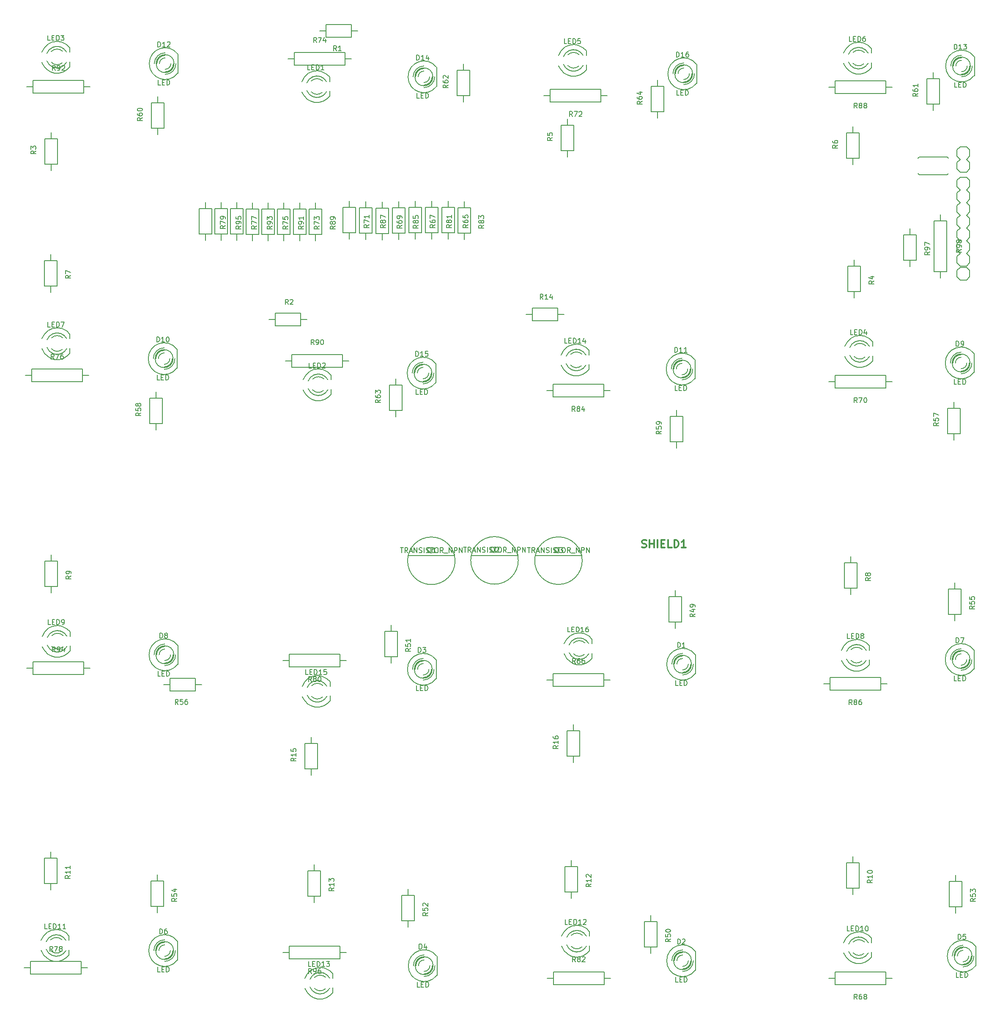
<source format=gbr>
G04 #@! TF.FileFunction,Legend,Top*
%FSLAX46Y46*%
G04 Gerber Fmt 4.6, Leading zero omitted, Abs format (unit mm)*
G04 Created by KiCad (PCBNEW 0.201501251816+5388~20~ubuntu14.04.1-product) date Sat 14 Feb 2015 16:34:55 AEDT*
%MOMM*%
G01*
G04 APERTURE LIST*
%ADD10C,0.100000*%
%ADD11C,0.150000*%
%ADD12C,0.203200*%
%ADD13C,0.203000*%
%ADD14C,0.304800*%
G04 APERTURE END LIST*
D10*
D11*
X112877600Y-39141400D02*
G75*
G03X110591600Y-39141400I-1143000J-1143000D01*
G01*
X110591600Y-41300400D02*
G75*
G03X112750600Y-41427400I1143000J1016000D01*
G01*
X110718600Y-42189400D02*
G75*
G03X113639600Y-41300400I1016000J1905000D01*
G01*
X109702600Y-41046400D02*
G75*
G03X112496600Y-42316400I2032000J762000D01*
G01*
X112496600Y-38252400D02*
G75*
G03X109702600Y-39522400I-762000J-2032000D01*
G01*
X113639600Y-39268400D02*
G75*
G03X110718600Y-38379400I-1905000J-1016000D01*
G01*
X110210600Y-41808400D02*
G75*
G03X113258600Y-41808400I1524000J1524000D01*
G01*
X113258600Y-38760400D02*
G75*
G03X110210600Y-38760400I-1524000J-1524000D01*
G01*
X114274600Y-42189400D02*
X113766600Y-42697400D01*
X113766600Y-42697400D02*
X113004600Y-43205400D01*
X113004600Y-43205400D02*
X112115600Y-43459400D01*
X112115600Y-43459400D02*
X111226600Y-43459400D01*
X111226600Y-43459400D02*
X110464600Y-43205400D01*
X110464600Y-43205400D02*
X109829600Y-42824400D01*
X109829600Y-42824400D02*
X109194600Y-42189400D01*
X109194600Y-42189400D02*
X108813600Y-41554400D01*
X108813600Y-41554400D02*
X108686600Y-41300400D01*
X114274600Y-38379400D02*
X113639600Y-37744400D01*
X113639600Y-37744400D02*
X112623600Y-37236400D01*
X112623600Y-37236400D02*
X111861600Y-37109400D01*
X111861600Y-37109400D02*
X110845600Y-37236400D01*
X110845600Y-37236400D02*
X109956600Y-37617400D01*
X109956600Y-37617400D02*
X109194600Y-38379400D01*
X109194600Y-38379400D02*
X108686600Y-39268400D01*
X114274600Y-41173400D02*
X114274600Y-42189400D01*
X114274600Y-38379400D02*
X114274600Y-39268400D01*
D12*
X291846000Y54229000D02*
X291846000Y55499000D01*
X291846000Y55499000D02*
X292481000Y56134000D01*
X293751000Y56134000D02*
X294386000Y55499000D01*
X292481000Y56134000D02*
X291846000Y56769000D01*
X291846000Y56769000D02*
X291846000Y58039000D01*
X291846000Y58039000D02*
X292481000Y58674000D01*
X293751000Y58674000D02*
X294386000Y58039000D01*
X294386000Y58039000D02*
X294386000Y56769000D01*
X294386000Y56769000D02*
X293751000Y56134000D01*
X292481000Y53594000D02*
X293751000Y53594000D01*
X291846000Y54229000D02*
X292481000Y53594000D01*
X293751000Y53594000D02*
X294386000Y54229000D01*
X294386000Y55499000D02*
X294386000Y54229000D01*
X292481000Y58674000D02*
X293751000Y58674000D01*
X294411400Y33934400D02*
X293776400Y34569400D01*
X293776400Y34569400D02*
X292506400Y34569400D01*
X292506400Y34569400D02*
X291871400Y33934400D01*
X291871400Y33934400D02*
X291871400Y32664400D01*
X291871400Y32664400D02*
X292506400Y32029400D01*
X292506400Y32029400D02*
X293776400Y32029400D01*
X293776400Y32029400D02*
X294411400Y32664400D01*
X294411400Y32664400D02*
X294411400Y33934400D01*
D13*
X292481000Y52578000D02*
X293751000Y52578000D01*
D12*
X291846000Y50673000D02*
X291846000Y51943000D01*
X291846000Y51943000D02*
X292481000Y52578000D01*
X293751000Y52578000D02*
X294386000Y51943000D01*
X292481000Y47498000D02*
X291846000Y48133000D01*
X291846000Y48133000D02*
X291846000Y49403000D01*
X291846000Y49403000D02*
X292481000Y50038000D01*
X293751000Y50038000D02*
X294386000Y49403000D01*
X294386000Y49403000D02*
X294386000Y48133000D01*
X294386000Y48133000D02*
X293751000Y47498000D01*
X291846000Y50673000D02*
X292481000Y50038000D01*
X293751000Y50038000D02*
X294386000Y50673000D01*
X294386000Y51943000D02*
X294386000Y50673000D01*
X291846000Y43053000D02*
X291846000Y44323000D01*
X291846000Y44323000D02*
X292481000Y44958000D01*
X293751000Y44958000D02*
X294386000Y44323000D01*
X292481000Y44958000D02*
X291846000Y45593000D01*
X291846000Y45593000D02*
X291846000Y46863000D01*
X291846000Y46863000D02*
X292481000Y47498000D01*
X293751000Y47498000D02*
X294386000Y46863000D01*
X294386000Y46863000D02*
X294386000Y45593000D01*
X294386000Y45593000D02*
X293751000Y44958000D01*
X292481000Y39878000D02*
X291846000Y40513000D01*
X291846000Y40513000D02*
X291846000Y41783000D01*
X291846000Y41783000D02*
X292481000Y42418000D01*
X293751000Y42418000D02*
X294386000Y41783000D01*
X294386000Y41783000D02*
X294386000Y40513000D01*
X294386000Y40513000D02*
X293751000Y39878000D01*
X291846000Y43053000D02*
X292481000Y42418000D01*
X293751000Y42418000D02*
X294386000Y43053000D01*
X294386000Y44323000D02*
X294386000Y43053000D01*
X291846000Y35433000D02*
X291846000Y36703000D01*
X291846000Y36703000D02*
X292481000Y37338000D01*
X293751000Y37338000D02*
X294386000Y36703000D01*
X292481000Y37338000D02*
X291846000Y37973000D01*
X291846000Y37973000D02*
X291846000Y39243000D01*
X291846000Y39243000D02*
X292481000Y39878000D01*
X293751000Y39878000D02*
X294386000Y39243000D01*
X294386000Y39243000D02*
X294386000Y37973000D01*
X294386000Y37973000D02*
X293751000Y37338000D01*
X292481000Y34798000D02*
X293751000Y34798000D01*
X291846000Y35433000D02*
X292481000Y34798000D01*
X293751000Y34798000D02*
X294386000Y35433000D01*
X294386000Y36703000D02*
X294386000Y35433000D01*
D11*
X289839400Y43865800D02*
X287299400Y43865800D01*
X287299400Y43865800D02*
X287299400Y33705800D01*
X287299400Y33705800D02*
X289839400Y33705800D01*
X289839400Y33705800D02*
X289839400Y43865800D01*
X288569400Y32435800D02*
X288569400Y33705800D01*
X288569400Y45135800D02*
X288569400Y43865800D01*
X210997800Y-46736000D02*
X210997800Y-49276000D01*
X210997800Y-49276000D02*
X221157800Y-49276000D01*
X221157800Y-49276000D02*
X221157800Y-46736000D01*
X221157800Y-46736000D02*
X210997800Y-46736000D01*
X222427800Y-48006000D02*
X221157800Y-48006000D01*
X209727800Y-48006000D02*
X210997800Y-48006000D01*
X277596600Y-108966000D02*
X277596600Y-106426000D01*
X277596600Y-106426000D02*
X267436600Y-106426000D01*
X267436600Y-106426000D02*
X267436600Y-108966000D01*
X267436600Y-108966000D02*
X277596600Y-108966000D01*
X266166600Y-107696000D02*
X267436600Y-107696000D01*
X278866600Y-107696000D02*
X277596600Y-107696000D01*
X277596600Y10414000D02*
X277596600Y12954000D01*
X277596600Y12954000D02*
X267436600Y12954000D01*
X267436600Y12954000D02*
X267436600Y10414000D01*
X267436600Y10414000D02*
X277596600Y10414000D01*
X266166600Y11684000D02*
X267436600Y11684000D01*
X278866600Y11684000D02*
X277596600Y11684000D01*
X220573600Y67665600D02*
X220573600Y70205600D01*
X220573600Y70205600D02*
X210413600Y70205600D01*
X210413600Y70205600D02*
X210413600Y67665600D01*
X210413600Y67665600D02*
X220573600Y67665600D01*
X209143600Y68935600D02*
X210413600Y68935600D01*
X221843600Y68935600D02*
X220573600Y68935600D01*
X159181800Y77520800D02*
X159181800Y74980800D01*
X159181800Y74980800D02*
X169341800Y74980800D01*
X169341800Y74980800D02*
X169341800Y77520800D01*
X169341800Y77520800D02*
X159181800Y77520800D01*
X170611800Y76250800D02*
X169341800Y76250800D01*
X157911800Y76250800D02*
X159181800Y76250800D01*
X106603800Y14173200D02*
X106603800Y11633200D01*
X106603800Y11633200D02*
X116763800Y11633200D01*
X116763800Y11633200D02*
X116763800Y14173200D01*
X116763800Y14173200D02*
X106603800Y14173200D01*
X118033800Y12903200D02*
X116763800Y12903200D01*
X105333800Y12903200D02*
X106603800Y12903200D01*
X106349800Y-104343200D02*
X106349800Y-106883200D01*
X106349800Y-106883200D02*
X116509800Y-106883200D01*
X116509800Y-106883200D02*
X116509800Y-104343200D01*
X116509800Y-104343200D02*
X106349800Y-104343200D01*
X117779800Y-105613200D02*
X116509800Y-105613200D01*
X105079800Y-105613200D02*
X106349800Y-105613200D01*
X168325800Y-45415200D02*
X168325800Y-42875200D01*
X168325800Y-42875200D02*
X158165800Y-42875200D01*
X158165800Y-42875200D02*
X158165800Y-45415200D01*
X158165800Y-45415200D02*
X168325800Y-45415200D01*
X156895800Y-44145200D02*
X158165800Y-44145200D01*
X169595800Y-44145200D02*
X168325800Y-44145200D01*
X211048600Y-106426000D02*
X211048600Y-108966000D01*
X211048600Y-108966000D02*
X221208600Y-108966000D01*
X221208600Y-108966000D02*
X221208600Y-106426000D01*
X221208600Y-106426000D02*
X211048600Y-106426000D01*
X222478600Y-107696000D02*
X221208600Y-107696000D01*
X209778600Y-107696000D02*
X211048600Y-107696000D01*
X221107000Y8661400D02*
X221107000Y11201400D01*
X221107000Y11201400D02*
X210947000Y11201400D01*
X210947000Y11201400D02*
X210947000Y8661400D01*
X210947000Y8661400D02*
X221107000Y8661400D01*
X209677000Y9931400D02*
X210947000Y9931400D01*
X222377000Y9931400D02*
X221107000Y9931400D01*
X276580600Y-50038000D02*
X276580600Y-47498000D01*
X276580600Y-47498000D02*
X266420600Y-47498000D01*
X266420600Y-47498000D02*
X266420600Y-50038000D01*
X266420600Y-50038000D02*
X276580600Y-50038000D01*
X265150600Y-48768000D02*
X266420600Y-48768000D01*
X277850600Y-48768000D02*
X276580600Y-48768000D01*
X277596600Y69342000D02*
X277596600Y71882000D01*
X277596600Y71882000D02*
X267436600Y71882000D01*
X267436600Y71882000D02*
X267436600Y69342000D01*
X267436600Y69342000D02*
X277596600Y69342000D01*
X266166600Y70612000D02*
X267436600Y70612000D01*
X278866600Y70612000D02*
X277596600Y70612000D01*
X158673800Y17068800D02*
X158673800Y14528800D01*
X158673800Y14528800D02*
X168833800Y14528800D01*
X168833800Y14528800D02*
X168833800Y17068800D01*
X168833800Y17068800D02*
X158673800Y17068800D01*
X170103800Y15798800D02*
X168833800Y15798800D01*
X157403800Y15798800D02*
X158673800Y15798800D01*
X106857800Y71932800D02*
X106857800Y69392800D01*
X106857800Y69392800D02*
X117017800Y69392800D01*
X117017800Y69392800D02*
X117017800Y71932800D01*
X117017800Y71932800D02*
X106857800Y71932800D01*
X118287800Y70662800D02*
X117017800Y70662800D01*
X105587800Y70662800D02*
X106857800Y70662800D01*
X106857800Y-44399200D02*
X106857800Y-46939200D01*
X106857800Y-46939200D02*
X117017800Y-46939200D01*
X117017800Y-46939200D02*
X117017800Y-44399200D01*
X117017800Y-44399200D02*
X106857800Y-44399200D01*
X118287800Y-45669200D02*
X117017800Y-45669200D01*
X105587800Y-45669200D02*
X106857800Y-45669200D01*
X168325800Y-103835200D02*
X168325800Y-101295200D01*
X168325800Y-101295200D02*
X158165800Y-101295200D01*
X158165800Y-101295200D02*
X158165800Y-103835200D01*
X158165800Y-103835200D02*
X168325800Y-103835200D01*
X156895800Y-102565200D02*
X158165800Y-102565200D01*
X169595800Y-102565200D02*
X168325800Y-102565200D01*
D12*
X284048200Y56388000D02*
X284302200Y56642000D01*
X284302200Y56642000D02*
X289890200Y56642000D01*
X289890200Y56642000D02*
X290144200Y56388000D01*
X290144200Y53340000D02*
X289890200Y53086000D01*
X289890200Y53086000D02*
X284302200Y53086000D01*
X284302200Y53086000D02*
X284048200Y53340000D01*
D11*
X164846000Y71831200D02*
G75*
G03X162560000Y71831200I-1143000J-1143000D01*
G01*
X162560000Y69672200D02*
G75*
G03X164719000Y69545200I1143000J1016000D01*
G01*
X162687000Y68783200D02*
G75*
G03X165608000Y69672200I1016000J1905000D01*
G01*
X161671000Y69926200D02*
G75*
G03X164465000Y68656200I2032000J762000D01*
G01*
X164465000Y72720200D02*
G75*
G03X161671000Y71450200I-762000J-2032000D01*
G01*
X165608000Y71704200D02*
G75*
G03X162687000Y72593200I-1905000J-1016000D01*
G01*
X162179000Y69164200D02*
G75*
G03X165227000Y69164200I1524000J1524000D01*
G01*
X165227000Y72212200D02*
G75*
G03X162179000Y72212200I-1524000J-1524000D01*
G01*
X166243000Y68783200D02*
X165735000Y68275200D01*
X165735000Y68275200D02*
X164973000Y67767200D01*
X164973000Y67767200D02*
X164084000Y67513200D01*
X164084000Y67513200D02*
X163195000Y67513200D01*
X163195000Y67513200D02*
X162433000Y67767200D01*
X162433000Y67767200D02*
X161798000Y68148200D01*
X161798000Y68148200D02*
X161163000Y68783200D01*
X161163000Y68783200D02*
X160782000Y69418200D01*
X160782000Y69418200D02*
X160655000Y69672200D01*
X166243000Y72593200D02*
X165608000Y73228200D01*
X165608000Y73228200D02*
X164592000Y73736200D01*
X164592000Y73736200D02*
X163830000Y73863200D01*
X163830000Y73863200D02*
X162814000Y73736200D01*
X162814000Y73736200D02*
X161925000Y73355200D01*
X161925000Y73355200D02*
X161163000Y72593200D01*
X161163000Y72593200D02*
X160655000Y71704200D01*
X166243000Y69799200D02*
X166243000Y68783200D01*
X166243000Y72593200D02*
X166243000Y71704200D01*
X165125400Y12192000D02*
G75*
G03X162839400Y12192000I-1143000J-1143000D01*
G01*
X162839400Y10033000D02*
G75*
G03X164998400Y9906000I1143000J1016000D01*
G01*
X162966400Y9144000D02*
G75*
G03X165887400Y10033000I1016000J1905000D01*
G01*
X161950400Y10287000D02*
G75*
G03X164744400Y9017000I2032000J762000D01*
G01*
X164744400Y13081000D02*
G75*
G03X161950400Y11811000I-762000J-2032000D01*
G01*
X165887400Y12065000D02*
G75*
G03X162966400Y12954000I-1905000J-1016000D01*
G01*
X162458400Y9525000D02*
G75*
G03X165506400Y9525000I1524000J1524000D01*
G01*
X165506400Y12573000D02*
G75*
G03X162458400Y12573000I-1524000J-1524000D01*
G01*
X166522400Y9144000D02*
X166014400Y8636000D01*
X166014400Y8636000D02*
X165252400Y8128000D01*
X165252400Y8128000D02*
X164363400Y7874000D01*
X164363400Y7874000D02*
X163474400Y7874000D01*
X163474400Y7874000D02*
X162712400Y8128000D01*
X162712400Y8128000D02*
X162077400Y8509000D01*
X162077400Y8509000D02*
X161442400Y9144000D01*
X161442400Y9144000D02*
X161061400Y9779000D01*
X161061400Y9779000D02*
X160934400Y10033000D01*
X166522400Y12954000D02*
X165887400Y13589000D01*
X165887400Y13589000D02*
X164871400Y14097000D01*
X164871400Y14097000D02*
X164109400Y14224000D01*
X164109400Y14224000D02*
X163093400Y14097000D01*
X163093400Y14097000D02*
X162204400Y13716000D01*
X162204400Y13716000D02*
X161442400Y12954000D01*
X161442400Y12954000D02*
X160934400Y12065000D01*
X166522400Y10160000D02*
X166522400Y9144000D01*
X166522400Y12954000D02*
X166522400Y12065000D01*
X112801400Y77749400D02*
G75*
G03X110515400Y77749400I-1143000J-1143000D01*
G01*
X110515400Y75590400D02*
G75*
G03X112674400Y75463400I1143000J1016000D01*
G01*
X110642400Y74701400D02*
G75*
G03X113563400Y75590400I1016000J1905000D01*
G01*
X109626400Y75844400D02*
G75*
G03X112420400Y74574400I2032000J762000D01*
G01*
X112420400Y78638400D02*
G75*
G03X109626400Y77368400I-762000J-2032000D01*
G01*
X113563400Y77622400D02*
G75*
G03X110642400Y78511400I-1905000J-1016000D01*
G01*
X110134400Y75082400D02*
G75*
G03X113182400Y75082400I1524000J1524000D01*
G01*
X113182400Y78130400D02*
G75*
G03X110134400Y78130400I-1524000J-1524000D01*
G01*
X114198400Y74701400D02*
X113690400Y74193400D01*
X113690400Y74193400D02*
X112928400Y73685400D01*
X112928400Y73685400D02*
X112039400Y73431400D01*
X112039400Y73431400D02*
X111150400Y73431400D01*
X111150400Y73431400D02*
X110388400Y73685400D01*
X110388400Y73685400D02*
X109753400Y74066400D01*
X109753400Y74066400D02*
X109118400Y74701400D01*
X109118400Y74701400D02*
X108737400Y75336400D01*
X108737400Y75336400D02*
X108610400Y75590400D01*
X114198400Y78511400D02*
X113563400Y79146400D01*
X113563400Y79146400D02*
X112547400Y79654400D01*
X112547400Y79654400D02*
X111785400Y79781400D01*
X111785400Y79781400D02*
X110769400Y79654400D01*
X110769400Y79654400D02*
X109880400Y79273400D01*
X109880400Y79273400D02*
X109118400Y78511400D01*
X109118400Y78511400D02*
X108610400Y77622400D01*
X114198400Y75717400D02*
X114198400Y74701400D01*
X114198400Y78511400D02*
X114198400Y77622400D01*
X273558000Y18872200D02*
G75*
G03X271272000Y18872200I-1143000J-1143000D01*
G01*
X271272000Y16713200D02*
G75*
G03X273431000Y16586200I1143000J1016000D01*
G01*
X271399000Y15824200D02*
G75*
G03X274320000Y16713200I1016000J1905000D01*
G01*
X270383000Y16967200D02*
G75*
G03X273177000Y15697200I2032000J762000D01*
G01*
X273177000Y19761200D02*
G75*
G03X270383000Y18491200I-762000J-2032000D01*
G01*
X274320000Y18745200D02*
G75*
G03X271399000Y19634200I-1905000J-1016000D01*
G01*
X270891000Y16205200D02*
G75*
G03X273939000Y16205200I1524000J1524000D01*
G01*
X273939000Y19253200D02*
G75*
G03X270891000Y19253200I-1524000J-1524000D01*
G01*
X274955000Y15824200D02*
X274447000Y15316200D01*
X274447000Y15316200D02*
X273685000Y14808200D01*
X273685000Y14808200D02*
X272796000Y14554200D01*
X272796000Y14554200D02*
X271907000Y14554200D01*
X271907000Y14554200D02*
X271145000Y14808200D01*
X271145000Y14808200D02*
X270510000Y15189200D01*
X270510000Y15189200D02*
X269875000Y15824200D01*
X269875000Y15824200D02*
X269494000Y16459200D01*
X269494000Y16459200D02*
X269367000Y16713200D01*
X274955000Y19634200D02*
X274320000Y20269200D01*
X274320000Y20269200D02*
X273304000Y20777200D01*
X273304000Y20777200D02*
X272542000Y20904200D01*
X272542000Y20904200D02*
X271526000Y20777200D01*
X271526000Y20777200D02*
X270637000Y20396200D01*
X270637000Y20396200D02*
X269875000Y19634200D01*
X269875000Y19634200D02*
X269367000Y18745200D01*
X274955000Y16840200D02*
X274955000Y15824200D01*
X274955000Y19634200D02*
X274955000Y18745200D01*
X216230200Y77089000D02*
G75*
G03X213944200Y77089000I-1143000J-1143000D01*
G01*
X213944200Y74930000D02*
G75*
G03X216103200Y74803000I1143000J1016000D01*
G01*
X214071200Y74041000D02*
G75*
G03X216992200Y74930000I1016000J1905000D01*
G01*
X213055200Y75184000D02*
G75*
G03X215849200Y73914000I2032000J762000D01*
G01*
X215849200Y77978000D02*
G75*
G03X213055200Y76708000I-762000J-2032000D01*
G01*
X216992200Y76962000D02*
G75*
G03X214071200Y77851000I-1905000J-1016000D01*
G01*
X213563200Y74422000D02*
G75*
G03X216611200Y74422000I1524000J1524000D01*
G01*
X216611200Y77470000D02*
G75*
G03X213563200Y77470000I-1524000J-1524000D01*
G01*
X217627200Y74041000D02*
X217119200Y73533000D01*
X217119200Y73533000D02*
X216357200Y73025000D01*
X216357200Y73025000D02*
X215468200Y72771000D01*
X215468200Y72771000D02*
X214579200Y72771000D01*
X214579200Y72771000D02*
X213817200Y73025000D01*
X213817200Y73025000D02*
X213182200Y73406000D01*
X213182200Y73406000D02*
X212547200Y74041000D01*
X212547200Y74041000D02*
X212166200Y74676000D01*
X212166200Y74676000D02*
X212039200Y74930000D01*
X217627200Y77851000D02*
X216992200Y78486000D01*
X216992200Y78486000D02*
X215976200Y78994000D01*
X215976200Y78994000D02*
X215214200Y79121000D01*
X215214200Y79121000D02*
X214198200Y78994000D01*
X214198200Y78994000D02*
X213309200Y78613000D01*
X213309200Y78613000D02*
X212547200Y77851000D01*
X212547200Y77851000D02*
X212039200Y76962000D01*
X217627200Y75057000D02*
X217627200Y74041000D01*
X217627200Y77851000D02*
X217627200Y76962000D01*
X273304000Y77546200D02*
G75*
G03X271018000Y77546200I-1143000J-1143000D01*
G01*
X271018000Y75387200D02*
G75*
G03X273177000Y75260200I1143000J1016000D01*
G01*
X271145000Y74498200D02*
G75*
G03X274066000Y75387200I1016000J1905000D01*
G01*
X270129000Y75641200D02*
G75*
G03X272923000Y74371200I2032000J762000D01*
G01*
X272923000Y78435200D02*
G75*
G03X270129000Y77165200I-762000J-2032000D01*
G01*
X274066000Y77419200D02*
G75*
G03X271145000Y78308200I-1905000J-1016000D01*
G01*
X270637000Y74879200D02*
G75*
G03X273685000Y74879200I1524000J1524000D01*
G01*
X273685000Y77927200D02*
G75*
G03X270637000Y77927200I-1524000J-1524000D01*
G01*
X274701000Y74498200D02*
X274193000Y73990200D01*
X274193000Y73990200D02*
X273431000Y73482200D01*
X273431000Y73482200D02*
X272542000Y73228200D01*
X272542000Y73228200D02*
X271653000Y73228200D01*
X271653000Y73228200D02*
X270891000Y73482200D01*
X270891000Y73482200D02*
X270256000Y73863200D01*
X270256000Y73863200D02*
X269621000Y74498200D01*
X269621000Y74498200D02*
X269240000Y75133200D01*
X269240000Y75133200D02*
X269113000Y75387200D01*
X274701000Y78308200D02*
X274066000Y78943200D01*
X274066000Y78943200D02*
X273050000Y79451200D01*
X273050000Y79451200D02*
X272288000Y79578200D01*
X272288000Y79578200D02*
X271272000Y79451200D01*
X271272000Y79451200D02*
X270383000Y79070200D01*
X270383000Y79070200D02*
X269621000Y78308200D01*
X269621000Y78308200D02*
X269113000Y77419200D01*
X274701000Y75514200D02*
X274701000Y74498200D01*
X274701000Y78308200D02*
X274701000Y77419200D01*
X112826800Y20421600D02*
G75*
G03X110540800Y20421600I-1143000J-1143000D01*
G01*
X110540800Y18262600D02*
G75*
G03X112699800Y18135600I1143000J1016000D01*
G01*
X110667800Y17373600D02*
G75*
G03X113588800Y18262600I1016000J1905000D01*
G01*
X109651800Y18516600D02*
G75*
G03X112445800Y17246600I2032000J762000D01*
G01*
X112445800Y21310600D02*
G75*
G03X109651800Y20040600I-762000J-2032000D01*
G01*
X113588800Y20294600D02*
G75*
G03X110667800Y21183600I-1905000J-1016000D01*
G01*
X110159800Y17754600D02*
G75*
G03X113207800Y17754600I1524000J1524000D01*
G01*
X113207800Y20802600D02*
G75*
G03X110159800Y20802600I-1524000J-1524000D01*
G01*
X114223800Y17373600D02*
X113715800Y16865600D01*
X113715800Y16865600D02*
X112953800Y16357600D01*
X112953800Y16357600D02*
X112064800Y16103600D01*
X112064800Y16103600D02*
X111175800Y16103600D01*
X111175800Y16103600D02*
X110413800Y16357600D01*
X110413800Y16357600D02*
X109778800Y16738600D01*
X109778800Y16738600D02*
X109143800Y17373600D01*
X109143800Y17373600D02*
X108762800Y18008600D01*
X108762800Y18008600D02*
X108635800Y18262600D01*
X114223800Y21183600D02*
X113588800Y21818600D01*
X113588800Y21818600D02*
X112572800Y22326600D01*
X112572800Y22326600D02*
X111810800Y22453600D01*
X111810800Y22453600D02*
X110794800Y22326600D01*
X110794800Y22326600D02*
X109905800Y21945600D01*
X109905800Y21945600D02*
X109143800Y21183600D01*
X109143800Y21183600D02*
X108635800Y20294600D01*
X114223800Y18389600D02*
X114223800Y17373600D01*
X114223800Y21183600D02*
X114223800Y20294600D01*
X272923000Y-41935400D02*
G75*
G03X270637000Y-41935400I-1143000J-1143000D01*
G01*
X270637000Y-44094400D02*
G75*
G03X272796000Y-44221400I1143000J1016000D01*
G01*
X270764000Y-44983400D02*
G75*
G03X273685000Y-44094400I1016000J1905000D01*
G01*
X269748000Y-43840400D02*
G75*
G03X272542000Y-45110400I2032000J762000D01*
G01*
X272542000Y-41046400D02*
G75*
G03X269748000Y-42316400I-762000J-2032000D01*
G01*
X273685000Y-42062400D02*
G75*
G03X270764000Y-41173400I-1905000J-1016000D01*
G01*
X270256000Y-44602400D02*
G75*
G03X273304000Y-44602400I1524000J1524000D01*
G01*
X273304000Y-41554400D02*
G75*
G03X270256000Y-41554400I-1524000J-1524000D01*
G01*
X274320000Y-44983400D02*
X273812000Y-45491400D01*
X273812000Y-45491400D02*
X273050000Y-45999400D01*
X273050000Y-45999400D02*
X272161000Y-46253400D01*
X272161000Y-46253400D02*
X271272000Y-46253400D01*
X271272000Y-46253400D02*
X270510000Y-45999400D01*
X270510000Y-45999400D02*
X269875000Y-45618400D01*
X269875000Y-45618400D02*
X269240000Y-44983400D01*
X269240000Y-44983400D02*
X268859000Y-44348400D01*
X268859000Y-44348400D02*
X268732000Y-44094400D01*
X274320000Y-41173400D02*
X273685000Y-40538400D01*
X273685000Y-40538400D02*
X272669000Y-40030400D01*
X272669000Y-40030400D02*
X271907000Y-39903400D01*
X271907000Y-39903400D02*
X270891000Y-40030400D01*
X270891000Y-40030400D02*
X270002000Y-40411400D01*
X270002000Y-40411400D02*
X269240000Y-41173400D01*
X269240000Y-41173400D02*
X268732000Y-42062400D01*
X274320000Y-43967400D02*
X274320000Y-44983400D01*
X274320000Y-41173400D02*
X274320000Y-42062400D01*
X273354800Y-100457000D02*
G75*
G03X271068800Y-100457000I-1143000J-1143000D01*
G01*
X271068800Y-102616000D02*
G75*
G03X273227800Y-102743000I1143000J1016000D01*
G01*
X271195800Y-103505000D02*
G75*
G03X274116800Y-102616000I1016000J1905000D01*
G01*
X270179800Y-102362000D02*
G75*
G03X272973800Y-103632000I2032000J762000D01*
G01*
X272973800Y-99568000D02*
G75*
G03X270179800Y-100838000I-762000J-2032000D01*
G01*
X274116800Y-100584000D02*
G75*
G03X271195800Y-99695000I-1905000J-1016000D01*
G01*
X270687800Y-103124000D02*
G75*
G03X273735800Y-103124000I1524000J1524000D01*
G01*
X273735800Y-100076000D02*
G75*
G03X270687800Y-100076000I-1524000J-1524000D01*
G01*
X274751800Y-103505000D02*
X274243800Y-104013000D01*
X274243800Y-104013000D02*
X273481800Y-104521000D01*
X273481800Y-104521000D02*
X272592800Y-104775000D01*
X272592800Y-104775000D02*
X271703800Y-104775000D01*
X271703800Y-104775000D02*
X270941800Y-104521000D01*
X270941800Y-104521000D02*
X270306800Y-104140000D01*
X270306800Y-104140000D02*
X269671800Y-103505000D01*
X269671800Y-103505000D02*
X269290800Y-102870000D01*
X269290800Y-102870000D02*
X269163800Y-102616000D01*
X274751800Y-99695000D02*
X274116800Y-99060000D01*
X274116800Y-99060000D02*
X273100800Y-98552000D01*
X273100800Y-98552000D02*
X272338800Y-98425000D01*
X272338800Y-98425000D02*
X271322800Y-98552000D01*
X271322800Y-98552000D02*
X270433800Y-98933000D01*
X270433800Y-98933000D02*
X269671800Y-99695000D01*
X269671800Y-99695000D02*
X269163800Y-100584000D01*
X274751800Y-102489000D02*
X274751800Y-103505000D01*
X274751800Y-99695000D02*
X274751800Y-100584000D01*
X112674400Y-99999800D02*
G75*
G03X110388400Y-99999800I-1143000J-1143000D01*
G01*
X110388400Y-102158800D02*
G75*
G03X112547400Y-102285800I1143000J1016000D01*
G01*
X110515400Y-103047800D02*
G75*
G03X113436400Y-102158800I1016000J1905000D01*
G01*
X109499400Y-101904800D02*
G75*
G03X112293400Y-103174800I2032000J762000D01*
G01*
X112293400Y-99110800D02*
G75*
G03X109499400Y-100380800I-762000J-2032000D01*
G01*
X113436400Y-100126800D02*
G75*
G03X110515400Y-99237800I-1905000J-1016000D01*
G01*
X110007400Y-102666800D02*
G75*
G03X113055400Y-102666800I1524000J1524000D01*
G01*
X113055400Y-99618800D02*
G75*
G03X110007400Y-99618800I-1524000J-1524000D01*
G01*
X114071400Y-103047800D02*
X113563400Y-103555800D01*
X113563400Y-103555800D02*
X112801400Y-104063800D01*
X112801400Y-104063800D02*
X111912400Y-104317800D01*
X111912400Y-104317800D02*
X111023400Y-104317800D01*
X111023400Y-104317800D02*
X110261400Y-104063800D01*
X110261400Y-104063800D02*
X109626400Y-103682800D01*
X109626400Y-103682800D02*
X108991400Y-103047800D01*
X108991400Y-103047800D02*
X108610400Y-102412800D01*
X108610400Y-102412800D02*
X108483400Y-102158800D01*
X114071400Y-99237800D02*
X113436400Y-98602800D01*
X113436400Y-98602800D02*
X112420400Y-98094800D01*
X112420400Y-98094800D02*
X111658400Y-97967800D01*
X111658400Y-97967800D02*
X110642400Y-98094800D01*
X110642400Y-98094800D02*
X109753400Y-98475800D01*
X109753400Y-98475800D02*
X108991400Y-99237800D01*
X108991400Y-99237800D02*
X108483400Y-100126800D01*
X114071400Y-102031800D02*
X114071400Y-103047800D01*
X114071400Y-99237800D02*
X114071400Y-100126800D01*
X216890600Y-99136200D02*
G75*
G03X214604600Y-99136200I-1143000J-1143000D01*
G01*
X214604600Y-101295200D02*
G75*
G03X216763600Y-101422200I1143000J1016000D01*
G01*
X214731600Y-102184200D02*
G75*
G03X217652600Y-101295200I1016000J1905000D01*
G01*
X213715600Y-101041200D02*
G75*
G03X216509600Y-102311200I2032000J762000D01*
G01*
X216509600Y-98247200D02*
G75*
G03X213715600Y-99517200I-762000J-2032000D01*
G01*
X217652600Y-99263200D02*
G75*
G03X214731600Y-98374200I-1905000J-1016000D01*
G01*
X214223600Y-101803200D02*
G75*
G03X217271600Y-101803200I1524000J1524000D01*
G01*
X217271600Y-98755200D02*
G75*
G03X214223600Y-98755200I-1524000J-1524000D01*
G01*
X218287600Y-102184200D02*
X217779600Y-102692200D01*
X217779600Y-102692200D02*
X217017600Y-103200200D01*
X217017600Y-103200200D02*
X216128600Y-103454200D01*
X216128600Y-103454200D02*
X215239600Y-103454200D01*
X215239600Y-103454200D02*
X214477600Y-103200200D01*
X214477600Y-103200200D02*
X213842600Y-102819200D01*
X213842600Y-102819200D02*
X213207600Y-102184200D01*
X213207600Y-102184200D02*
X212826600Y-101549200D01*
X212826600Y-101549200D02*
X212699600Y-101295200D01*
X218287600Y-98374200D02*
X217652600Y-97739200D01*
X217652600Y-97739200D02*
X216636600Y-97231200D01*
X216636600Y-97231200D02*
X215874600Y-97104200D01*
X215874600Y-97104200D02*
X214858600Y-97231200D01*
X214858600Y-97231200D02*
X213969600Y-97612200D01*
X213969600Y-97612200D02*
X213207600Y-98374200D01*
X213207600Y-98374200D02*
X212699600Y-99263200D01*
X218287600Y-101168200D02*
X218287600Y-102184200D01*
X218287600Y-98374200D02*
X218287600Y-99263200D01*
X165481000Y-107543600D02*
G75*
G03X163195000Y-107543600I-1143000J-1143000D01*
G01*
X163195000Y-109702600D02*
G75*
G03X165354000Y-109829600I1143000J1016000D01*
G01*
X163322000Y-110591600D02*
G75*
G03X166243000Y-109702600I1016000J1905000D01*
G01*
X162306000Y-109448600D02*
G75*
G03X165100000Y-110718600I2032000J762000D01*
G01*
X165100000Y-106654600D02*
G75*
G03X162306000Y-107924600I-762000J-2032000D01*
G01*
X166243000Y-107670600D02*
G75*
G03X163322000Y-106781600I-1905000J-1016000D01*
G01*
X162814000Y-110210600D02*
G75*
G03X165862000Y-110210600I1524000J1524000D01*
G01*
X165862000Y-107162600D02*
G75*
G03X162814000Y-107162600I-1524000J-1524000D01*
G01*
X166878000Y-110591600D02*
X166370000Y-111099600D01*
X166370000Y-111099600D02*
X165608000Y-111607600D01*
X165608000Y-111607600D02*
X164719000Y-111861600D01*
X164719000Y-111861600D02*
X163830000Y-111861600D01*
X163830000Y-111861600D02*
X163068000Y-111607600D01*
X163068000Y-111607600D02*
X162433000Y-111226600D01*
X162433000Y-111226600D02*
X161798000Y-110591600D01*
X161798000Y-110591600D02*
X161417000Y-109956600D01*
X161417000Y-109956600D02*
X161290000Y-109702600D01*
X166878000Y-106781600D02*
X166243000Y-106146600D01*
X166243000Y-106146600D02*
X165227000Y-105638600D01*
X165227000Y-105638600D02*
X164465000Y-105511600D01*
X164465000Y-105511600D02*
X163449000Y-105638600D01*
X163449000Y-105638600D02*
X162560000Y-106019600D01*
X162560000Y-106019600D02*
X161798000Y-106781600D01*
X161798000Y-106781600D02*
X161290000Y-107670600D01*
X166878000Y-109575600D02*
X166878000Y-110591600D01*
X166878000Y-106781600D02*
X166878000Y-107670600D01*
X216789000Y17145000D02*
G75*
G03X214503000Y17145000I-1143000J-1143000D01*
G01*
X214503000Y14986000D02*
G75*
G03X216662000Y14859000I1143000J1016000D01*
G01*
X214630000Y14097000D02*
G75*
G03X217551000Y14986000I1016000J1905000D01*
G01*
X213614000Y15240000D02*
G75*
G03X216408000Y13970000I2032000J762000D01*
G01*
X216408000Y18034000D02*
G75*
G03X213614000Y16764000I-762000J-2032000D01*
G01*
X217551000Y17018000D02*
G75*
G03X214630000Y17907000I-1905000J-1016000D01*
G01*
X214122000Y14478000D02*
G75*
G03X217170000Y14478000I1524000J1524000D01*
G01*
X217170000Y17526000D02*
G75*
G03X214122000Y17526000I-1524000J-1524000D01*
G01*
X218186000Y14097000D02*
X217678000Y13589000D01*
X217678000Y13589000D02*
X216916000Y13081000D01*
X216916000Y13081000D02*
X216027000Y12827000D01*
X216027000Y12827000D02*
X215138000Y12827000D01*
X215138000Y12827000D02*
X214376000Y13081000D01*
X214376000Y13081000D02*
X213741000Y13462000D01*
X213741000Y13462000D02*
X213106000Y14097000D01*
X213106000Y14097000D02*
X212725000Y14732000D01*
X212725000Y14732000D02*
X212598000Y14986000D01*
X218186000Y17907000D02*
X217551000Y18542000D01*
X217551000Y18542000D02*
X216535000Y19050000D01*
X216535000Y19050000D02*
X215773000Y19177000D01*
X215773000Y19177000D02*
X214757000Y19050000D01*
X214757000Y19050000D02*
X213868000Y18669000D01*
X213868000Y18669000D02*
X213106000Y17907000D01*
X213106000Y17907000D02*
X212598000Y17018000D01*
X218186000Y15113000D02*
X218186000Y14097000D01*
X218186000Y17907000D02*
X218186000Y17018000D01*
X164922200Y-49149000D02*
G75*
G03X162636200Y-49149000I-1143000J-1143000D01*
G01*
X162636200Y-51308000D02*
G75*
G03X164795200Y-51435000I1143000J1016000D01*
G01*
X162763200Y-52197000D02*
G75*
G03X165684200Y-51308000I1016000J1905000D01*
G01*
X161747200Y-51054000D02*
G75*
G03X164541200Y-52324000I2032000J762000D01*
G01*
X164541200Y-48260000D02*
G75*
G03X161747200Y-49530000I-762000J-2032000D01*
G01*
X165684200Y-49276000D02*
G75*
G03X162763200Y-48387000I-1905000J-1016000D01*
G01*
X162255200Y-51816000D02*
G75*
G03X165303200Y-51816000I1524000J1524000D01*
G01*
X165303200Y-48768000D02*
G75*
G03X162255200Y-48768000I-1524000J-1524000D01*
G01*
X166319200Y-52197000D02*
X165811200Y-52705000D01*
X165811200Y-52705000D02*
X165049200Y-53213000D01*
X165049200Y-53213000D02*
X164160200Y-53467000D01*
X164160200Y-53467000D02*
X163271200Y-53467000D01*
X163271200Y-53467000D02*
X162509200Y-53213000D01*
X162509200Y-53213000D02*
X161874200Y-52832000D01*
X161874200Y-52832000D02*
X161239200Y-52197000D01*
X161239200Y-52197000D02*
X160858200Y-51562000D01*
X160858200Y-51562000D02*
X160731200Y-51308000D01*
X166319200Y-48387000D02*
X165684200Y-47752000D01*
X165684200Y-47752000D02*
X164668200Y-47244000D01*
X164668200Y-47244000D02*
X163906200Y-47117000D01*
X163906200Y-47117000D02*
X162890200Y-47244000D01*
X162890200Y-47244000D02*
X162001200Y-47625000D01*
X162001200Y-47625000D02*
X161239200Y-48387000D01*
X161239200Y-48387000D02*
X160731200Y-49276000D01*
X166319200Y-51181000D02*
X166319200Y-52197000D01*
X166319200Y-48387000D02*
X166319200Y-49276000D01*
X217373200Y-40614600D02*
G75*
G03X215087200Y-40614600I-1143000J-1143000D01*
G01*
X215087200Y-42773600D02*
G75*
G03X217246200Y-42900600I1143000J1016000D01*
G01*
X215214200Y-43662600D02*
G75*
G03X218135200Y-42773600I1016000J1905000D01*
G01*
X214198200Y-42519600D02*
G75*
G03X216992200Y-43789600I2032000J762000D01*
G01*
X216992200Y-39725600D02*
G75*
G03X214198200Y-40995600I-762000J-2032000D01*
G01*
X218135200Y-40741600D02*
G75*
G03X215214200Y-39852600I-1905000J-1016000D01*
G01*
X214706200Y-43281600D02*
G75*
G03X217754200Y-43281600I1524000J1524000D01*
G01*
X217754200Y-40233600D02*
G75*
G03X214706200Y-40233600I-1524000J-1524000D01*
G01*
X218770200Y-43662600D02*
X218262200Y-44170600D01*
X218262200Y-44170600D02*
X217500200Y-44678600D01*
X217500200Y-44678600D02*
X216611200Y-44932600D01*
X216611200Y-44932600D02*
X215722200Y-44932600D01*
X215722200Y-44932600D02*
X214960200Y-44678600D01*
X214960200Y-44678600D02*
X214325200Y-44297600D01*
X214325200Y-44297600D02*
X213690200Y-43662600D01*
X213690200Y-43662600D02*
X213309200Y-43027600D01*
X213309200Y-43027600D02*
X213182200Y-42773600D01*
X218770200Y-39852600D02*
X218135200Y-39217600D01*
X218135200Y-39217600D02*
X217119200Y-38709600D01*
X217119200Y-38709600D02*
X216357200Y-38582600D01*
X216357200Y-38582600D02*
X215341200Y-38709600D01*
X215341200Y-38709600D02*
X214452200Y-39090600D01*
X214452200Y-39090600D02*
X213690200Y-39852600D01*
X213690200Y-39852600D02*
X213182200Y-40741600D01*
X218770200Y-42646600D02*
X218770200Y-43662600D01*
X218770200Y-39852600D02*
X218770200Y-40741600D01*
X170561000Y80568800D02*
X165481000Y80568800D01*
X165481000Y80568800D02*
X165481000Y83108800D01*
X165481000Y83108800D02*
X170561000Y83108800D01*
X170561000Y83108800D02*
X170561000Y80568800D01*
X170561000Y81838800D02*
X171831000Y81838800D01*
X165481000Y81838800D02*
X164211000Y81838800D01*
X155321000Y25349200D02*
X160401000Y25349200D01*
X160401000Y25349200D02*
X160401000Y22809200D01*
X160401000Y22809200D02*
X155321000Y22809200D01*
X155321000Y22809200D02*
X155321000Y25349200D01*
X155321000Y24079200D02*
X154051000Y24079200D01*
X160401000Y24079200D02*
X161671000Y24079200D01*
X109194600Y55219600D02*
X109194600Y60299600D01*
X109194600Y60299600D02*
X111734600Y60299600D01*
X111734600Y60299600D02*
X111734600Y55219600D01*
X111734600Y55219600D02*
X109194600Y55219600D01*
X110464600Y55219600D02*
X110464600Y53949600D01*
X110464600Y60299600D02*
X110464600Y61569600D01*
X272542000Y34798000D02*
X272542000Y29718000D01*
X272542000Y29718000D02*
X270002000Y29718000D01*
X270002000Y29718000D02*
X270002000Y34798000D01*
X270002000Y34798000D02*
X272542000Y34798000D01*
X271272000Y34798000D02*
X271272000Y36068000D01*
X271272000Y29718000D02*
X271272000Y28448000D01*
X212623400Y57912000D02*
X212623400Y62992000D01*
X212623400Y62992000D02*
X215163400Y62992000D01*
X215163400Y62992000D02*
X215163400Y57912000D01*
X215163400Y57912000D02*
X212623400Y57912000D01*
X213893400Y57912000D02*
X213893400Y56642000D01*
X213893400Y62992000D02*
X213893400Y64262000D01*
X269748000Y56388000D02*
X269748000Y61468000D01*
X269748000Y61468000D02*
X272288000Y61468000D01*
X272288000Y61468000D02*
X272288000Y56388000D01*
X272288000Y56388000D02*
X269748000Y56388000D01*
X271018000Y56388000D02*
X271018000Y55118000D01*
X271018000Y61468000D02*
X271018000Y62738000D01*
X111683800Y35915600D02*
X111683800Y30835600D01*
X111683800Y30835600D02*
X109143800Y30835600D01*
X109143800Y30835600D02*
X109143800Y35915600D01*
X109143800Y35915600D02*
X111683800Y35915600D01*
X110413800Y35915600D02*
X110413800Y37185600D01*
X110413800Y30835600D02*
X110413800Y29565600D01*
X271856200Y-24587200D02*
X271856200Y-29667200D01*
X271856200Y-29667200D02*
X269316200Y-29667200D01*
X269316200Y-29667200D02*
X269316200Y-24587200D01*
X269316200Y-24587200D02*
X271856200Y-24587200D01*
X270586200Y-24587200D02*
X270586200Y-23317200D01*
X270586200Y-29667200D02*
X270586200Y-30937200D01*
X111785400Y-24231600D02*
X111785400Y-29311600D01*
X111785400Y-29311600D02*
X109245400Y-29311600D01*
X109245400Y-29311600D02*
X109245400Y-24231600D01*
X109245400Y-24231600D02*
X111785400Y-24231600D01*
X110515400Y-24231600D02*
X110515400Y-22961600D01*
X110515400Y-29311600D02*
X110515400Y-30581600D01*
X272237200Y-84582000D02*
X272237200Y-89662000D01*
X272237200Y-89662000D02*
X269697200Y-89662000D01*
X269697200Y-89662000D02*
X269697200Y-84582000D01*
X269697200Y-84582000D02*
X272237200Y-84582000D01*
X270967200Y-84582000D02*
X270967200Y-83312000D01*
X270967200Y-89662000D02*
X270967200Y-90932000D01*
X111633000Y-83693000D02*
X111633000Y-88773000D01*
X111633000Y-88773000D02*
X109093000Y-88773000D01*
X109093000Y-88773000D02*
X109093000Y-83693000D01*
X109093000Y-83693000D02*
X111633000Y-83693000D01*
X110363000Y-83693000D02*
X110363000Y-82423000D01*
X110363000Y-88773000D02*
X110363000Y-90043000D01*
X215900000Y-85369400D02*
X215900000Y-90449400D01*
X215900000Y-90449400D02*
X213360000Y-90449400D01*
X213360000Y-90449400D02*
X213360000Y-85369400D01*
X213360000Y-85369400D02*
X215900000Y-85369400D01*
X214630000Y-85369400D02*
X214630000Y-84099400D01*
X214630000Y-90449400D02*
X214630000Y-91719400D01*
X164414200Y-86182200D02*
X164414200Y-91262200D01*
X164414200Y-91262200D02*
X161874200Y-91262200D01*
X161874200Y-91262200D02*
X161874200Y-86182200D01*
X161874200Y-86182200D02*
X164414200Y-86182200D01*
X163144200Y-86182200D02*
X163144200Y-84912200D01*
X163144200Y-91262200D02*
X163144200Y-92532200D01*
X206832200Y26390600D02*
X211912200Y26390600D01*
X211912200Y26390600D02*
X211912200Y23850600D01*
X211912200Y23850600D02*
X206832200Y23850600D01*
X206832200Y23850600D02*
X206832200Y26390600D01*
X206832200Y25120600D02*
X205562200Y25120600D01*
X211912200Y25120600D02*
X213182200Y25120600D01*
X161290000Y-65786000D02*
X161290000Y-60706000D01*
X161290000Y-60706000D02*
X163830000Y-60706000D01*
X163830000Y-60706000D02*
X163830000Y-65786000D01*
X163830000Y-65786000D02*
X161290000Y-65786000D01*
X162560000Y-65786000D02*
X162560000Y-67056000D01*
X162560000Y-60706000D02*
X162560000Y-59436000D01*
X213791800Y-63271400D02*
X213791800Y-58191400D01*
X213791800Y-58191400D02*
X216331800Y-58191400D01*
X216331800Y-58191400D02*
X216331800Y-63271400D01*
X216331800Y-63271400D02*
X213791800Y-63271400D01*
X215061800Y-63271400D02*
X215061800Y-64541400D01*
X215061800Y-58191400D02*
X215061800Y-56921400D01*
X191262000Y46532800D02*
X191262000Y41452800D01*
X191262000Y41452800D02*
X188722000Y41452800D01*
X188722000Y41452800D02*
X188722000Y46532800D01*
X188722000Y46532800D02*
X191262000Y46532800D01*
X189992000Y46532800D02*
X189992000Y47802800D01*
X189992000Y41452800D02*
X189992000Y40182800D01*
X184683400Y46532800D02*
X184683400Y41452800D01*
X184683400Y41452800D02*
X182143400Y41452800D01*
X182143400Y41452800D02*
X182143400Y46532800D01*
X182143400Y46532800D02*
X184683400Y46532800D01*
X183413400Y46532800D02*
X183413400Y47802800D01*
X183413400Y41452800D02*
X183413400Y40182800D01*
X178028600Y46405800D02*
X178028600Y41325800D01*
X178028600Y41325800D02*
X175488600Y41325800D01*
X175488600Y41325800D02*
X175488600Y46405800D01*
X175488600Y46405800D02*
X178028600Y46405800D01*
X176758600Y46405800D02*
X176758600Y47675800D01*
X176758600Y41325800D02*
X176758600Y40055800D01*
X171424600Y46532800D02*
X171424600Y41452800D01*
X171424600Y41452800D02*
X168884600Y41452800D01*
X168884600Y41452800D02*
X168884600Y46532800D01*
X168884600Y46532800D02*
X171424600Y46532800D01*
X170154600Y46532800D02*
X170154600Y47802800D01*
X170154600Y41452800D02*
X170154600Y40182800D01*
X161493200Y46228000D02*
X161493200Y41148000D01*
X161493200Y41148000D02*
X158953200Y41148000D01*
X158953200Y41148000D02*
X158953200Y46228000D01*
X158953200Y46228000D02*
X161493200Y46228000D01*
X160223200Y46228000D02*
X160223200Y47498000D01*
X160223200Y41148000D02*
X160223200Y39878000D01*
X155194000Y46228000D02*
X155194000Y41148000D01*
X155194000Y41148000D02*
X152654000Y41148000D01*
X152654000Y41148000D02*
X152654000Y46228000D01*
X152654000Y46228000D02*
X155194000Y46228000D01*
X153924000Y46228000D02*
X153924000Y47498000D01*
X153924000Y41148000D02*
X153924000Y39878000D01*
X148920200Y46278800D02*
X148920200Y41198800D01*
X148920200Y41198800D02*
X146380200Y41198800D01*
X146380200Y41198800D02*
X146380200Y46278800D01*
X146380200Y46278800D02*
X148920200Y46278800D01*
X147650200Y46278800D02*
X147650200Y47548800D01*
X147650200Y41198800D02*
X147650200Y39928800D01*
X142671800Y46304200D02*
X142671800Y41224200D01*
X142671800Y41224200D02*
X140131800Y41224200D01*
X140131800Y41224200D02*
X140131800Y46304200D01*
X140131800Y46304200D02*
X142671800Y46304200D01*
X141401800Y46304200D02*
X141401800Y47574200D01*
X141401800Y41224200D02*
X141401800Y39954200D01*
X187960000Y46532800D02*
X187960000Y41452800D01*
X187960000Y41452800D02*
X185420000Y41452800D01*
X185420000Y41452800D02*
X185420000Y46532800D01*
X185420000Y46532800D02*
X187960000Y46532800D01*
X186690000Y46532800D02*
X186690000Y47802800D01*
X186690000Y41452800D02*
X186690000Y40182800D01*
X194437000Y46431200D02*
X194437000Y41351200D01*
X194437000Y41351200D02*
X191897000Y41351200D01*
X191897000Y41351200D02*
X191897000Y46431200D01*
X191897000Y46431200D02*
X194437000Y46431200D01*
X193167000Y46431200D02*
X193167000Y47701200D01*
X193167000Y41351200D02*
X193167000Y40081200D01*
X181305200Y46431200D02*
X181305200Y41351200D01*
X181305200Y41351200D02*
X178765200Y41351200D01*
X178765200Y41351200D02*
X178765200Y46431200D01*
X178765200Y46431200D02*
X181305200Y46431200D01*
X180035200Y46431200D02*
X180035200Y47701200D01*
X180035200Y41351200D02*
X180035200Y40081200D01*
X174726600Y46482000D02*
X174726600Y41402000D01*
X174726600Y41402000D02*
X172186600Y41402000D01*
X172186600Y41402000D02*
X172186600Y46482000D01*
X172186600Y46482000D02*
X174726600Y46482000D01*
X173456600Y46482000D02*
X173456600Y47752000D01*
X173456600Y41402000D02*
X173456600Y40132000D01*
X164693600Y46228000D02*
X164693600Y41148000D01*
X164693600Y41148000D02*
X162153600Y41148000D01*
X162153600Y41148000D02*
X162153600Y46228000D01*
X162153600Y46228000D02*
X164693600Y46228000D01*
X163423600Y46228000D02*
X163423600Y47498000D01*
X163423600Y41148000D02*
X163423600Y39878000D01*
X158318200Y46228000D02*
X158318200Y41148000D01*
X158318200Y41148000D02*
X155778200Y41148000D01*
X155778200Y41148000D02*
X155778200Y46228000D01*
X155778200Y46228000D02*
X158318200Y46228000D01*
X157048200Y46228000D02*
X157048200Y47498000D01*
X157048200Y41148000D02*
X157048200Y39878000D01*
X152044400Y46228000D02*
X152044400Y41148000D01*
X152044400Y41148000D02*
X149504400Y41148000D01*
X149504400Y41148000D02*
X149504400Y46228000D01*
X149504400Y46228000D02*
X152044400Y46228000D01*
X150774400Y46228000D02*
X150774400Y47498000D01*
X150774400Y41148000D02*
X150774400Y39878000D01*
X145821400Y46278800D02*
X145821400Y41198800D01*
X145821400Y41198800D02*
X143281400Y41198800D01*
X143281400Y41198800D02*
X143281400Y46278800D01*
X143281400Y46278800D02*
X145821400Y46278800D01*
X144551400Y46278800D02*
X144551400Y47548800D01*
X144551400Y41198800D02*
X144551400Y39928800D01*
X283718000Y41071800D02*
X283718000Y35991800D01*
X283718000Y35991800D02*
X281178000Y35991800D01*
X281178000Y35991800D02*
X281178000Y41071800D01*
X281178000Y41071800D02*
X283718000Y41071800D01*
X282448000Y41071800D02*
X282448000Y42341800D01*
X282448000Y35991800D02*
X282448000Y34721800D01*
X181940200Y-23164800D02*
X191287400Y-23164800D01*
X191287400Y-23164800D02*
X191211200Y-22809200D01*
X191360748Y-24165560D02*
G75*
G03X191360748Y-24165560I-4757108J0D01*
G01*
X194589400Y-23088600D02*
X203936600Y-23088600D01*
X203936600Y-23088600D02*
X203860400Y-22733000D01*
X204009948Y-24089360D02*
G75*
G03X204009948Y-24089360I-4757108J0D01*
G01*
X207391000Y-23139400D02*
X216738200Y-23139400D01*
X216738200Y-23139400D02*
X216662000Y-22783800D01*
X216811548Y-24140160D02*
G75*
G03X216811548Y-24140160I-4757108J0D01*
G01*
X239496600Y-46761400D02*
X239496600Y-42951400D01*
X238701851Y-44856400D02*
G75*
G03X238701851Y-44856400I-1796051J0D01*
G01*
X239443797Y-42948732D02*
G75*
G03X239445800Y-46761400I-2537997J-1907668D01*
G01*
X236905800Y-43713400D02*
G75*
G03X235762800Y-44856400I0J-1143000D01*
G01*
X236905800Y-45999400D02*
G75*
G03X238048800Y-44856400I0J1143000D01*
G01*
X236905800Y-43205400D02*
G75*
G03X235254800Y-44856400I0J-1651000D01*
G01*
X236905800Y-46507400D02*
G75*
G03X238556800Y-44856400I0J1651000D01*
G01*
X236905800Y-42697400D02*
G75*
G03X234746800Y-44856400I0J-2159000D01*
G01*
X236905800Y-47015400D02*
G75*
G03X239064800Y-44856400I0J2159000D01*
G01*
X239496600Y-106095800D02*
X239496600Y-102285800D01*
X238701851Y-104190800D02*
G75*
G03X238701851Y-104190800I-1796051J0D01*
G01*
X239443797Y-102283132D02*
G75*
G03X239445800Y-106095800I-2537997J-1907668D01*
G01*
X236905800Y-103047800D02*
G75*
G03X235762800Y-104190800I0J-1143000D01*
G01*
X236905800Y-105333800D02*
G75*
G03X238048800Y-104190800I0J1143000D01*
G01*
X236905800Y-102539800D02*
G75*
G03X235254800Y-104190800I0J-1651000D01*
G01*
X236905800Y-105841800D02*
G75*
G03X238556800Y-104190800I0J1651000D01*
G01*
X236905800Y-102031800D02*
G75*
G03X234746800Y-104190800I0J-2159000D01*
G01*
X236905800Y-106349800D02*
G75*
G03X239064800Y-104190800I0J2159000D01*
G01*
X187579000Y-47777400D02*
X187579000Y-43967400D01*
X186784251Y-45872400D02*
G75*
G03X186784251Y-45872400I-1796051J0D01*
G01*
X187526197Y-43964732D02*
G75*
G03X187528200Y-47777400I-2537997J-1907668D01*
G01*
X184988200Y-44729400D02*
G75*
G03X183845200Y-45872400I0J-1143000D01*
G01*
X184988200Y-47015400D02*
G75*
G03X186131200Y-45872400I0J1143000D01*
G01*
X184988200Y-44221400D02*
G75*
G03X183337200Y-45872400I0J-1651000D01*
G01*
X184988200Y-47523400D02*
G75*
G03X186639200Y-45872400I0J1651000D01*
G01*
X184988200Y-43713400D02*
G75*
G03X182829200Y-45872400I0J-2159000D01*
G01*
X184988200Y-48031400D02*
G75*
G03X187147200Y-45872400I0J2159000D01*
G01*
X187756800Y-107086400D02*
X187756800Y-103276400D01*
X186962051Y-105181400D02*
G75*
G03X186962051Y-105181400I-1796051J0D01*
G01*
X187703997Y-103273732D02*
G75*
G03X187706000Y-107086400I-2537997J-1907668D01*
G01*
X185166000Y-104038400D02*
G75*
G03X184023000Y-105181400I0J-1143000D01*
G01*
X185166000Y-106324400D02*
G75*
G03X186309000Y-105181400I0J1143000D01*
G01*
X185166000Y-103530400D02*
G75*
G03X183515000Y-105181400I0J-1651000D01*
G01*
X185166000Y-106832400D02*
G75*
G03X186817000Y-105181400I0J1651000D01*
G01*
X185166000Y-103022400D02*
G75*
G03X183007000Y-105181400I0J-2159000D01*
G01*
X185166000Y-107340400D02*
G75*
G03X187325000Y-105181400I0J2159000D01*
G01*
X295681400Y-105156000D02*
X295681400Y-101346000D01*
X294886651Y-103251000D02*
G75*
G03X294886651Y-103251000I-1796051J0D01*
G01*
X295628597Y-101343332D02*
G75*
G03X295630600Y-105156000I-2537997J-1907668D01*
G01*
X293090600Y-102108000D02*
G75*
G03X291947600Y-103251000I0J-1143000D01*
G01*
X293090600Y-104394000D02*
G75*
G03X294233600Y-103251000I0J1143000D01*
G01*
X293090600Y-101600000D02*
G75*
G03X291439600Y-103251000I0J-1651000D01*
G01*
X293090600Y-104902000D02*
G75*
G03X294741600Y-103251000I0J1651000D01*
G01*
X293090600Y-101092000D02*
G75*
G03X290931600Y-103251000I0J-2159000D01*
G01*
X293090600Y-105410000D02*
G75*
G03X295249600Y-103251000I0J2159000D01*
G01*
X135788400Y-104063800D02*
X135788400Y-100253800D01*
X134993651Y-102158800D02*
G75*
G03X134993651Y-102158800I-1796051J0D01*
G01*
X135735597Y-100251132D02*
G75*
G03X135737600Y-104063800I-2537997J-1907668D01*
G01*
X133197600Y-101015800D02*
G75*
G03X132054600Y-102158800I0J-1143000D01*
G01*
X133197600Y-103301800D02*
G75*
G03X134340600Y-102158800I0J1143000D01*
G01*
X133197600Y-100507800D02*
G75*
G03X131546600Y-102158800I0J-1651000D01*
G01*
X133197600Y-103809800D02*
G75*
G03X134848600Y-102158800I0J1651000D01*
G01*
X133197600Y-99999800D02*
G75*
G03X131038600Y-102158800I0J-2159000D01*
G01*
X133197600Y-104317800D02*
G75*
G03X135356600Y-102158800I0J2159000D01*
G01*
X295275000Y-45821600D02*
X295275000Y-42011600D01*
X294480251Y-43916600D02*
G75*
G03X294480251Y-43916600I-1796051J0D01*
G01*
X295222197Y-42008932D02*
G75*
G03X295224200Y-45821600I-2537997J-1907668D01*
G01*
X292684200Y-42773600D02*
G75*
G03X291541200Y-43916600I0J-1143000D01*
G01*
X292684200Y-45059600D02*
G75*
G03X293827200Y-43916600I0J1143000D01*
G01*
X292684200Y-42265600D02*
G75*
G03X291033200Y-43916600I0J-1651000D01*
G01*
X292684200Y-45567600D02*
G75*
G03X294335200Y-43916600I0J1651000D01*
G01*
X292684200Y-41757600D02*
G75*
G03X290525200Y-43916600I0J-2159000D01*
G01*
X292684200Y-46075600D02*
G75*
G03X294843200Y-43916600I0J2159000D01*
G01*
X135839200Y-44881800D02*
X135839200Y-41071800D01*
X135044451Y-42976800D02*
G75*
G03X135044451Y-42976800I-1796051J0D01*
G01*
X135786397Y-41069132D02*
G75*
G03X135788400Y-44881800I-2537997J-1907668D01*
G01*
X133248400Y-41833800D02*
G75*
G03X132105400Y-42976800I0J-1143000D01*
G01*
X133248400Y-44119800D02*
G75*
G03X134391400Y-42976800I0J1143000D01*
G01*
X133248400Y-41325800D02*
G75*
G03X131597400Y-42976800I0J-1651000D01*
G01*
X133248400Y-44627800D02*
G75*
G03X134899400Y-42976800I0J1651000D01*
G01*
X133248400Y-40817800D02*
G75*
G03X131089400Y-42976800I0J-2159000D01*
G01*
X133248400Y-45135800D02*
G75*
G03X135407400Y-42976800I0J2159000D01*
G01*
X295275000Y13512800D02*
X295275000Y17322800D01*
X294480251Y15417800D02*
G75*
G03X294480251Y15417800I-1796051J0D01*
G01*
X295222197Y17325468D02*
G75*
G03X295224200Y13512800I-2537997J-1907668D01*
G01*
X292684200Y16560800D02*
G75*
G03X291541200Y15417800I0J-1143000D01*
G01*
X292684200Y14274800D02*
G75*
G03X293827200Y15417800I0J1143000D01*
G01*
X292684200Y17068800D02*
G75*
G03X291033200Y15417800I0J-1651000D01*
G01*
X292684200Y13766800D02*
G75*
G03X294335200Y15417800I0J1651000D01*
G01*
X292684200Y17576800D02*
G75*
G03X290525200Y15417800I0J-2159000D01*
G01*
X292684200Y13258800D02*
G75*
G03X294843200Y15417800I0J2159000D01*
G01*
X135686800Y14376400D02*
X135686800Y18186400D01*
X134892051Y16281400D02*
G75*
G03X134892051Y16281400I-1796051J0D01*
G01*
X135633997Y18189068D02*
G75*
G03X135636000Y14376400I-2537997J-1907668D01*
G01*
X133096000Y17424400D02*
G75*
G03X131953000Y16281400I0J-1143000D01*
G01*
X133096000Y15138400D02*
G75*
G03X134239000Y16281400I0J1143000D01*
G01*
X133096000Y17932400D02*
G75*
G03X131445000Y16281400I0J-1651000D01*
G01*
X133096000Y14630400D02*
G75*
G03X134747000Y16281400I0J1651000D01*
G01*
X133096000Y18440400D02*
G75*
G03X130937000Y16281400I0J-2159000D01*
G01*
X133096000Y14122400D02*
G75*
G03X135255000Y16281400I0J2159000D01*
G01*
X239395000Y12293600D02*
X239395000Y16103600D01*
X238600251Y14198600D02*
G75*
G03X238600251Y14198600I-1796051J0D01*
G01*
X239342197Y16106268D02*
G75*
G03X239344200Y12293600I-2537997J-1907668D01*
G01*
X236804200Y15341600D02*
G75*
G03X235661200Y14198600I0J-1143000D01*
G01*
X236804200Y13055600D02*
G75*
G03X237947200Y14198600I0J1143000D01*
G01*
X236804200Y15849600D02*
G75*
G03X235153200Y14198600I0J-1651000D01*
G01*
X236804200Y12547600D02*
G75*
G03X238455200Y14198600I0J1651000D01*
G01*
X236804200Y16357600D02*
G75*
G03X234645200Y14198600I0J-2159000D01*
G01*
X236804200Y12039600D02*
G75*
G03X238963200Y14198600I0J2159000D01*
G01*
X135890000Y73406000D02*
X135890000Y77216000D01*
X135095251Y75311000D02*
G75*
G03X135095251Y75311000I-1796051J0D01*
G01*
X135837197Y77218668D02*
G75*
G03X135839200Y73406000I-2537997J-1907668D01*
G01*
X133299200Y76454000D02*
G75*
G03X132156200Y75311000I0J-1143000D01*
G01*
X133299200Y74168000D02*
G75*
G03X134442200Y75311000I0J1143000D01*
G01*
X133299200Y76962000D02*
G75*
G03X131648200Y75311000I0J-1651000D01*
G01*
X133299200Y73660000D02*
G75*
G03X134950200Y75311000I0J1651000D01*
G01*
X133299200Y77470000D02*
G75*
G03X131140200Y75311000I0J-2159000D01*
G01*
X133299200Y73152000D02*
G75*
G03X135458200Y75311000I0J2159000D01*
G01*
X295351200Y72923400D02*
X295351200Y76733400D01*
X294556451Y74828400D02*
G75*
G03X294556451Y74828400I-1796051J0D01*
G01*
X295298397Y76736068D02*
G75*
G03X295300400Y72923400I-2537997J-1907668D01*
G01*
X292760400Y75971400D02*
G75*
G03X291617400Y74828400I0J-1143000D01*
G01*
X292760400Y73685400D02*
G75*
G03X293903400Y74828400I0J1143000D01*
G01*
X292760400Y76479400D02*
G75*
G03X291109400Y74828400I0J-1651000D01*
G01*
X292760400Y73177400D02*
G75*
G03X294411400Y74828400I0J1651000D01*
G01*
X292760400Y76987400D02*
G75*
G03X290601400Y74828400I0J-2159000D01*
G01*
X292760400Y72669400D02*
G75*
G03X294919400Y74828400I0J2159000D01*
G01*
X187706000Y70764400D02*
X187706000Y74574400D01*
X186911251Y72669400D02*
G75*
G03X186911251Y72669400I-1796051J0D01*
G01*
X187653197Y74577068D02*
G75*
G03X187655200Y70764400I-2537997J-1907668D01*
G01*
X185115200Y73812400D02*
G75*
G03X183972200Y72669400I0J-1143000D01*
G01*
X185115200Y71526400D02*
G75*
G03X186258200Y72669400I0J1143000D01*
G01*
X185115200Y74320400D02*
G75*
G03X183464200Y72669400I0J-1651000D01*
G01*
X185115200Y71018400D02*
G75*
G03X186766200Y72669400I0J1651000D01*
G01*
X185115200Y74828400D02*
G75*
G03X182956200Y72669400I0J-2159000D01*
G01*
X185115200Y70510400D02*
G75*
G03X187274200Y72669400I0J2159000D01*
G01*
X187528200Y11480800D02*
X187528200Y15290800D01*
X186733451Y13385800D02*
G75*
G03X186733451Y13385800I-1796051J0D01*
G01*
X187475397Y15293468D02*
G75*
G03X187477400Y11480800I-2537997J-1907668D01*
G01*
X184937400Y14528800D02*
G75*
G03X183794400Y13385800I0J-1143000D01*
G01*
X184937400Y12242800D02*
G75*
G03X186080400Y13385800I0J1143000D01*
G01*
X184937400Y15036800D02*
G75*
G03X183286400Y13385800I0J-1651000D01*
G01*
X184937400Y11734800D02*
G75*
G03X186588400Y13385800I0J1651000D01*
G01*
X184937400Y15544800D02*
G75*
G03X182778400Y13385800I0J-2159000D01*
G01*
X184937400Y11226800D02*
G75*
G03X187096400Y13385800I0J2159000D01*
G01*
X239725200Y71374000D02*
X239725200Y75184000D01*
X238930451Y73279000D02*
G75*
G03X238930451Y73279000I-1796051J0D01*
G01*
X239672397Y75186668D02*
G75*
G03X239674400Y71374000I-2537997J-1907668D01*
G01*
X237134400Y74422000D02*
G75*
G03X235991400Y73279000I0J-1143000D01*
G01*
X237134400Y72136000D02*
G75*
G03X238277400Y73279000I0J1143000D01*
G01*
X237134400Y74930000D02*
G75*
G03X235483400Y73279000I0J-1651000D01*
G01*
X237134400Y71628000D02*
G75*
G03X238785400Y73279000I0J1651000D01*
G01*
X237134400Y75438000D02*
G75*
G03X234975400Y73279000I0J-2159000D01*
G01*
X237134400Y71120000D02*
G75*
G03X239293400Y73279000I0J2159000D01*
G01*
X236702600Y-31343600D02*
X236702600Y-36423600D01*
X236702600Y-36423600D02*
X234162600Y-36423600D01*
X234162600Y-36423600D02*
X234162600Y-31343600D01*
X234162600Y-31343600D02*
X236702600Y-31343600D01*
X235432600Y-31343600D02*
X235432600Y-30073600D01*
X235432600Y-36423600D02*
X235432600Y-37693600D01*
X231825800Y-96367600D02*
X231825800Y-101447600D01*
X231825800Y-101447600D02*
X229285800Y-101447600D01*
X229285800Y-101447600D02*
X229285800Y-96367600D01*
X229285800Y-96367600D02*
X231825800Y-96367600D01*
X230555800Y-96367600D02*
X230555800Y-95097600D01*
X230555800Y-101447600D02*
X230555800Y-102717600D01*
X179781200Y-38277800D02*
X179781200Y-43357800D01*
X179781200Y-43357800D02*
X177241200Y-43357800D01*
X177241200Y-43357800D02*
X177241200Y-38277800D01*
X177241200Y-38277800D02*
X179781200Y-38277800D01*
X178511200Y-38277800D02*
X178511200Y-37007800D01*
X178511200Y-43357800D02*
X178511200Y-44627800D01*
X183210200Y-91135200D02*
X183210200Y-96215200D01*
X183210200Y-96215200D02*
X180670200Y-96215200D01*
X180670200Y-96215200D02*
X180670200Y-91135200D01*
X180670200Y-91135200D02*
X183210200Y-91135200D01*
X181940200Y-91135200D02*
X181940200Y-89865200D01*
X181940200Y-96215200D02*
X181940200Y-97485200D01*
X292887400Y-88315800D02*
X292887400Y-93395800D01*
X292887400Y-93395800D02*
X290347400Y-93395800D01*
X290347400Y-93395800D02*
X290347400Y-88315800D01*
X290347400Y-88315800D02*
X292887400Y-88315800D01*
X291617400Y-88315800D02*
X291617400Y-87045800D01*
X291617400Y-93395800D02*
X291617400Y-94665800D01*
X132969000Y-88265000D02*
X132969000Y-93345000D01*
X132969000Y-93345000D02*
X130429000Y-93345000D01*
X130429000Y-93345000D02*
X130429000Y-88265000D01*
X130429000Y-88265000D02*
X132969000Y-88265000D01*
X131699000Y-88265000D02*
X131699000Y-86995000D01*
X131699000Y-93345000D02*
X131699000Y-94615000D01*
X292684200Y-29794200D02*
X292684200Y-34874200D01*
X292684200Y-34874200D02*
X290144200Y-34874200D01*
X290144200Y-34874200D02*
X290144200Y-29794200D01*
X290144200Y-29794200D02*
X292684200Y-29794200D01*
X291414200Y-29794200D02*
X291414200Y-28524200D01*
X291414200Y-34874200D02*
X291414200Y-36144200D01*
X139344400Y-50215800D02*
X134264400Y-50215800D01*
X134264400Y-50215800D02*
X134264400Y-47675800D01*
X134264400Y-47675800D02*
X139344400Y-47675800D01*
X139344400Y-47675800D02*
X139344400Y-50215800D01*
X139344400Y-48945800D02*
X140614400Y-48945800D01*
X134264400Y-48945800D02*
X132994400Y-48945800D01*
X289941000Y1295400D02*
X289941000Y6375400D01*
X289941000Y6375400D02*
X292481000Y6375400D01*
X292481000Y6375400D02*
X292481000Y1295400D01*
X292481000Y1295400D02*
X289941000Y1295400D01*
X291211000Y1295400D02*
X291211000Y25400D01*
X291211000Y6375400D02*
X291211000Y7645400D01*
X130225800Y3302000D02*
X130225800Y8382000D01*
X130225800Y8382000D02*
X132765800Y8382000D01*
X132765800Y8382000D02*
X132765800Y3302000D01*
X132765800Y3302000D02*
X130225800Y3302000D01*
X131495800Y3302000D02*
X131495800Y2032000D01*
X131495800Y8382000D02*
X131495800Y9652000D01*
X234442000Y-355600D02*
X234442000Y4724400D01*
X234442000Y4724400D02*
X236982000Y4724400D01*
X236982000Y4724400D02*
X236982000Y-355600D01*
X236982000Y-355600D02*
X234442000Y-355600D01*
X235712000Y-355600D02*
X235712000Y-1625600D01*
X235712000Y4724400D02*
X235712000Y5994400D01*
X130505200Y62357000D02*
X130505200Y67437000D01*
X130505200Y67437000D02*
X133045200Y67437000D01*
X133045200Y67437000D02*
X133045200Y62357000D01*
X133045200Y62357000D02*
X130505200Y62357000D01*
X131775200Y62357000D02*
X131775200Y61087000D01*
X131775200Y67437000D02*
X131775200Y68707000D01*
X285800800Y67208400D02*
X285800800Y72288400D01*
X285800800Y72288400D02*
X288340800Y72288400D01*
X288340800Y72288400D02*
X288340800Y67208400D01*
X288340800Y67208400D02*
X285800800Y67208400D01*
X287070800Y67208400D02*
X287070800Y65938400D01*
X287070800Y72288400D02*
X287070800Y73558400D01*
X191719200Y68910200D02*
X191719200Y73990200D01*
X191719200Y73990200D02*
X194259200Y73990200D01*
X194259200Y73990200D02*
X194259200Y68910200D01*
X194259200Y68910200D02*
X191719200Y68910200D01*
X192989200Y68910200D02*
X192989200Y67640200D01*
X192989200Y73990200D02*
X192989200Y75260200D01*
X178181000Y5918200D02*
X178181000Y10998200D01*
X178181000Y10998200D02*
X180721000Y10998200D01*
X180721000Y10998200D02*
X180721000Y5918200D01*
X180721000Y5918200D02*
X178181000Y5918200D01*
X179451000Y5918200D02*
X179451000Y4648200D01*
X179451000Y10998200D02*
X179451000Y12268200D01*
X230581200Y65659000D02*
X230581200Y70739000D01*
X230581200Y70739000D02*
X233121200Y70739000D01*
X233121200Y70739000D02*
X233121200Y65659000D01*
X233121200Y65659000D02*
X230581200Y65659000D01*
X231851200Y65659000D02*
X231851200Y64389000D01*
X231851200Y70739000D02*
X231851200Y72009000D01*
X110361553Y-36926781D02*
X109885362Y-36926781D01*
X109885362Y-35926781D01*
X110694886Y-36402971D02*
X111028220Y-36402971D01*
X111171077Y-36926781D02*
X110694886Y-36926781D01*
X110694886Y-35926781D01*
X111171077Y-35926781D01*
X111599648Y-36926781D02*
X111599648Y-35926781D01*
X111837743Y-35926781D01*
X111980601Y-35974400D01*
X112075839Y-36069638D01*
X112123458Y-36164876D01*
X112171077Y-36355352D01*
X112171077Y-36498210D01*
X112123458Y-36688686D01*
X112075839Y-36783924D01*
X111980601Y-36879162D01*
X111837743Y-36926781D01*
X111599648Y-36926781D01*
X112647267Y-36926781D02*
X112837743Y-36926781D01*
X112932982Y-36879162D01*
X112980601Y-36831543D01*
X113075839Y-36688686D01*
X113123458Y-36498210D01*
X113123458Y-36117257D01*
X113075839Y-36022019D01*
X113028220Y-35974400D01*
X112932982Y-35926781D01*
X112742505Y-35926781D01*
X112647267Y-35974400D01*
X112599648Y-36022019D01*
X112552029Y-36117257D01*
X112552029Y-36355352D01*
X112599648Y-36450590D01*
X112647267Y-36498210D01*
X112742505Y-36545829D01*
X112932982Y-36545829D01*
X113028220Y-36498210D01*
X113075839Y-36450590D01*
X113123458Y-36355352D01*
X292770821Y38142943D02*
X292294630Y37809609D01*
X292770821Y37571514D02*
X291770821Y37571514D01*
X291770821Y37952467D01*
X291818440Y38047705D01*
X291866059Y38095324D01*
X291961297Y38142943D01*
X292104154Y38142943D01*
X292199392Y38095324D01*
X292247011Y38047705D01*
X292294630Y37952467D01*
X292294630Y37571514D01*
X292770821Y38619133D02*
X292770821Y38809609D01*
X292723202Y38904848D01*
X292675583Y38952467D01*
X292532726Y39047705D01*
X292342250Y39095324D01*
X291961297Y39095324D01*
X291866059Y39047705D01*
X291818440Y39000086D01*
X291770821Y38904848D01*
X291770821Y38714371D01*
X291818440Y38619133D01*
X291866059Y38571514D01*
X291961297Y38523895D01*
X292199392Y38523895D01*
X292294630Y38571514D01*
X292342250Y38619133D01*
X292389869Y38714371D01*
X292389869Y38904848D01*
X292342250Y39000086D01*
X292294630Y39047705D01*
X292199392Y39095324D01*
X292199392Y39666752D02*
X292151773Y39571514D01*
X292104154Y39523895D01*
X292008916Y39476276D01*
X291961297Y39476276D01*
X291866059Y39523895D01*
X291818440Y39571514D01*
X291770821Y39666752D01*
X291770821Y39857229D01*
X291818440Y39952467D01*
X291866059Y40000086D01*
X291961297Y40047705D01*
X292008916Y40047705D01*
X292104154Y40000086D01*
X292151773Y39952467D01*
X292199392Y39857229D01*
X292199392Y39666752D01*
X292247011Y39571514D01*
X292294630Y39523895D01*
X292389869Y39476276D01*
X292580345Y39476276D01*
X292675583Y39523895D01*
X292723202Y39571514D01*
X292770821Y39666752D01*
X292770821Y39857229D01*
X292723202Y39952467D01*
X292675583Y40000086D01*
X292580345Y40047705D01*
X292389869Y40047705D01*
X292294630Y40000086D01*
X292247011Y39952467D01*
X292199392Y39857229D01*
D14*
X228781429Y-21444857D02*
X228999143Y-21517429D01*
X229362000Y-21517429D01*
X229507143Y-21444857D01*
X229579714Y-21372286D01*
X229652286Y-21227143D01*
X229652286Y-21082000D01*
X229579714Y-20936857D01*
X229507143Y-20864286D01*
X229362000Y-20791714D01*
X229071714Y-20719143D01*
X228926572Y-20646571D01*
X228854000Y-20574000D01*
X228781429Y-20428857D01*
X228781429Y-20283714D01*
X228854000Y-20138571D01*
X228926572Y-20066000D01*
X229071714Y-19993429D01*
X229434572Y-19993429D01*
X229652286Y-20066000D01*
X230305429Y-21517429D02*
X230305429Y-19993429D01*
X230305429Y-20719143D02*
X231176286Y-20719143D01*
X231176286Y-21517429D02*
X231176286Y-19993429D01*
X231902000Y-21517429D02*
X231902000Y-19993429D01*
X232627714Y-20719143D02*
X233135714Y-20719143D01*
X233353428Y-21517429D02*
X232627714Y-21517429D01*
X232627714Y-19993429D01*
X233353428Y-19993429D01*
X234732285Y-21517429D02*
X234006571Y-21517429D01*
X234006571Y-19993429D01*
X235240285Y-21517429D02*
X235240285Y-19993429D01*
X235603142Y-19993429D01*
X235820857Y-20066000D01*
X235965999Y-20211143D01*
X236038571Y-20356286D01*
X236111142Y-20646571D01*
X236111142Y-20864286D01*
X236038571Y-21154571D01*
X235965999Y-21299714D01*
X235820857Y-21444857D01*
X235603142Y-21517429D01*
X235240285Y-21517429D01*
X237562571Y-21517429D02*
X236691714Y-21517429D01*
X237127142Y-21517429D02*
X237127142Y-19993429D01*
X236981999Y-20211143D01*
X236836857Y-20356286D01*
X236691714Y-20428857D01*
D11*
X215434943Y-44709341D02*
X215101609Y-44233150D01*
X214863514Y-44709341D02*
X214863514Y-43709341D01*
X215244467Y-43709341D01*
X215339705Y-43756960D01*
X215387324Y-43804579D01*
X215434943Y-43899817D01*
X215434943Y-44042674D01*
X215387324Y-44137912D01*
X215339705Y-44185531D01*
X215244467Y-44233150D01*
X214863514Y-44233150D01*
X216292086Y-43709341D02*
X216101609Y-43709341D01*
X216006371Y-43756960D01*
X215958752Y-43804579D01*
X215863514Y-43947436D01*
X215815895Y-44137912D01*
X215815895Y-44518865D01*
X215863514Y-44614103D01*
X215911133Y-44661722D01*
X216006371Y-44709341D01*
X216196848Y-44709341D01*
X216292086Y-44661722D01*
X216339705Y-44614103D01*
X216387324Y-44518865D01*
X216387324Y-44280770D01*
X216339705Y-44185531D01*
X216292086Y-44137912D01*
X216196848Y-44090293D01*
X216006371Y-44090293D01*
X215911133Y-44137912D01*
X215863514Y-44185531D01*
X215815895Y-44280770D01*
X217244467Y-43709341D02*
X217053990Y-43709341D01*
X216958752Y-43756960D01*
X216911133Y-43804579D01*
X216815895Y-43947436D01*
X216768276Y-44137912D01*
X216768276Y-44518865D01*
X216815895Y-44614103D01*
X216863514Y-44661722D01*
X216958752Y-44709341D01*
X217149229Y-44709341D01*
X217244467Y-44661722D01*
X217292086Y-44614103D01*
X217339705Y-44518865D01*
X217339705Y-44280770D01*
X217292086Y-44185531D01*
X217244467Y-44137912D01*
X217149229Y-44090293D01*
X216958752Y-44090293D01*
X216863514Y-44137912D01*
X216815895Y-44185531D01*
X216768276Y-44280770D01*
X271873743Y-111897421D02*
X271540409Y-111421230D01*
X271302314Y-111897421D02*
X271302314Y-110897421D01*
X271683267Y-110897421D01*
X271778505Y-110945040D01*
X271826124Y-110992659D01*
X271873743Y-111087897D01*
X271873743Y-111230754D01*
X271826124Y-111325992D01*
X271778505Y-111373611D01*
X271683267Y-111421230D01*
X271302314Y-111421230D01*
X272730886Y-110897421D02*
X272540409Y-110897421D01*
X272445171Y-110945040D01*
X272397552Y-110992659D01*
X272302314Y-111135516D01*
X272254695Y-111325992D01*
X272254695Y-111706945D01*
X272302314Y-111802183D01*
X272349933Y-111849802D01*
X272445171Y-111897421D01*
X272635648Y-111897421D01*
X272730886Y-111849802D01*
X272778505Y-111802183D01*
X272826124Y-111706945D01*
X272826124Y-111468850D01*
X272778505Y-111373611D01*
X272730886Y-111325992D01*
X272635648Y-111278373D01*
X272445171Y-111278373D01*
X272349933Y-111325992D01*
X272302314Y-111373611D01*
X272254695Y-111468850D01*
X273397552Y-111325992D02*
X273302314Y-111278373D01*
X273254695Y-111230754D01*
X273207076Y-111135516D01*
X273207076Y-111087897D01*
X273254695Y-110992659D01*
X273302314Y-110945040D01*
X273397552Y-110897421D01*
X273588029Y-110897421D01*
X273683267Y-110945040D01*
X273730886Y-110992659D01*
X273778505Y-111087897D01*
X273778505Y-111135516D01*
X273730886Y-111230754D01*
X273683267Y-111278373D01*
X273588029Y-111325992D01*
X273397552Y-111325992D01*
X273302314Y-111373611D01*
X273254695Y-111421230D01*
X273207076Y-111516469D01*
X273207076Y-111706945D01*
X273254695Y-111802183D01*
X273302314Y-111849802D01*
X273397552Y-111897421D01*
X273588029Y-111897421D01*
X273683267Y-111849802D01*
X273730886Y-111802183D01*
X273778505Y-111706945D01*
X273778505Y-111516469D01*
X273730886Y-111421230D01*
X273683267Y-111373611D01*
X273588029Y-111325992D01*
X271873743Y7482579D02*
X271540409Y7958770D01*
X271302314Y7482579D02*
X271302314Y8482579D01*
X271683267Y8482579D01*
X271778505Y8434960D01*
X271826124Y8387341D01*
X271873743Y8292103D01*
X271873743Y8149246D01*
X271826124Y8054008D01*
X271778505Y8006389D01*
X271683267Y7958770D01*
X271302314Y7958770D01*
X272207076Y8482579D02*
X272873743Y8482579D01*
X272445171Y7482579D01*
X273445171Y8482579D02*
X273540410Y8482579D01*
X273635648Y8434960D01*
X273683267Y8387341D01*
X273730886Y8292103D01*
X273778505Y8101627D01*
X273778505Y7863531D01*
X273730886Y7673055D01*
X273683267Y7577817D01*
X273635648Y7530198D01*
X273540410Y7482579D01*
X273445171Y7482579D01*
X273349933Y7530198D01*
X273302314Y7577817D01*
X273254695Y7673055D01*
X273207076Y7863531D01*
X273207076Y8101627D01*
X273254695Y8292103D01*
X273302314Y8387341D01*
X273349933Y8434960D01*
X273445171Y8482579D01*
X214850743Y64734179D02*
X214517409Y65210370D01*
X214279314Y64734179D02*
X214279314Y65734179D01*
X214660267Y65734179D01*
X214755505Y65686560D01*
X214803124Y65638941D01*
X214850743Y65543703D01*
X214850743Y65400846D01*
X214803124Y65305608D01*
X214755505Y65257989D01*
X214660267Y65210370D01*
X214279314Y65210370D01*
X215184076Y65734179D02*
X215850743Y65734179D01*
X215422171Y64734179D01*
X216184076Y65638941D02*
X216231695Y65686560D01*
X216326933Y65734179D01*
X216565029Y65734179D01*
X216660267Y65686560D01*
X216707886Y65638941D01*
X216755505Y65543703D01*
X216755505Y65448465D01*
X216707886Y65305608D01*
X216136457Y64734179D01*
X216755505Y64734179D01*
X163618943Y79547459D02*
X163285609Y80023650D01*
X163047514Y79547459D02*
X163047514Y80547459D01*
X163428467Y80547459D01*
X163523705Y80499840D01*
X163571324Y80452221D01*
X163618943Y80356983D01*
X163618943Y80214126D01*
X163571324Y80118888D01*
X163523705Y80071269D01*
X163428467Y80023650D01*
X163047514Y80023650D01*
X163952276Y80547459D02*
X164618943Y80547459D01*
X164190371Y79547459D01*
X165428467Y80214126D02*
X165428467Y79547459D01*
X165190371Y80595078D02*
X164952276Y79880792D01*
X165571324Y79880792D01*
X111040943Y16199859D02*
X110707609Y16676050D01*
X110469514Y16199859D02*
X110469514Y17199859D01*
X110850467Y17199859D01*
X110945705Y17152240D01*
X110993324Y17104621D01*
X111040943Y17009383D01*
X111040943Y16866526D01*
X110993324Y16771288D01*
X110945705Y16723669D01*
X110850467Y16676050D01*
X110469514Y16676050D01*
X111374276Y17199859D02*
X112040943Y17199859D01*
X111612371Y16199859D01*
X112850467Y17199859D02*
X112659990Y17199859D01*
X112564752Y17152240D01*
X112517133Y17104621D01*
X112421895Y16961764D01*
X112374276Y16771288D01*
X112374276Y16390335D01*
X112421895Y16295097D01*
X112469514Y16247478D01*
X112564752Y16199859D01*
X112755229Y16199859D01*
X112850467Y16247478D01*
X112898086Y16295097D01*
X112945705Y16390335D01*
X112945705Y16628430D01*
X112898086Y16723669D01*
X112850467Y16771288D01*
X112755229Y16818907D01*
X112564752Y16818907D01*
X112469514Y16771288D01*
X112421895Y16723669D01*
X112374276Y16628430D01*
X110786943Y-102316541D02*
X110453609Y-101840350D01*
X110215514Y-102316541D02*
X110215514Y-101316541D01*
X110596467Y-101316541D01*
X110691705Y-101364160D01*
X110739324Y-101411779D01*
X110786943Y-101507017D01*
X110786943Y-101649874D01*
X110739324Y-101745112D01*
X110691705Y-101792731D01*
X110596467Y-101840350D01*
X110215514Y-101840350D01*
X111120276Y-101316541D02*
X111786943Y-101316541D01*
X111358371Y-102316541D01*
X112310752Y-101745112D02*
X112215514Y-101697493D01*
X112167895Y-101649874D01*
X112120276Y-101554636D01*
X112120276Y-101507017D01*
X112167895Y-101411779D01*
X112215514Y-101364160D01*
X112310752Y-101316541D01*
X112501229Y-101316541D01*
X112596467Y-101364160D01*
X112644086Y-101411779D01*
X112691705Y-101507017D01*
X112691705Y-101554636D01*
X112644086Y-101649874D01*
X112596467Y-101697493D01*
X112501229Y-101745112D01*
X112310752Y-101745112D01*
X112215514Y-101792731D01*
X112167895Y-101840350D01*
X112120276Y-101935589D01*
X112120276Y-102126065D01*
X112167895Y-102221303D01*
X112215514Y-102268922D01*
X112310752Y-102316541D01*
X112501229Y-102316541D01*
X112596467Y-102268922D01*
X112644086Y-102221303D01*
X112691705Y-102126065D01*
X112691705Y-101935589D01*
X112644086Y-101840350D01*
X112596467Y-101792731D01*
X112501229Y-101745112D01*
X162602943Y-48346621D02*
X162269609Y-47870430D01*
X162031514Y-48346621D02*
X162031514Y-47346621D01*
X162412467Y-47346621D01*
X162507705Y-47394240D01*
X162555324Y-47441859D01*
X162602943Y-47537097D01*
X162602943Y-47679954D01*
X162555324Y-47775192D01*
X162507705Y-47822811D01*
X162412467Y-47870430D01*
X162031514Y-47870430D01*
X163174371Y-47775192D02*
X163079133Y-47727573D01*
X163031514Y-47679954D01*
X162983895Y-47584716D01*
X162983895Y-47537097D01*
X163031514Y-47441859D01*
X163079133Y-47394240D01*
X163174371Y-47346621D01*
X163364848Y-47346621D01*
X163460086Y-47394240D01*
X163507705Y-47441859D01*
X163555324Y-47537097D01*
X163555324Y-47584716D01*
X163507705Y-47679954D01*
X163460086Y-47727573D01*
X163364848Y-47775192D01*
X163174371Y-47775192D01*
X163079133Y-47822811D01*
X163031514Y-47870430D01*
X162983895Y-47965669D01*
X162983895Y-48156145D01*
X163031514Y-48251383D01*
X163079133Y-48299002D01*
X163174371Y-48346621D01*
X163364848Y-48346621D01*
X163460086Y-48299002D01*
X163507705Y-48251383D01*
X163555324Y-48156145D01*
X163555324Y-47965669D01*
X163507705Y-47870430D01*
X163460086Y-47822811D01*
X163364848Y-47775192D01*
X164174371Y-47346621D02*
X164269610Y-47346621D01*
X164364848Y-47394240D01*
X164412467Y-47441859D01*
X164460086Y-47537097D01*
X164507705Y-47727573D01*
X164507705Y-47965669D01*
X164460086Y-48156145D01*
X164412467Y-48251383D01*
X164364848Y-48299002D01*
X164269610Y-48346621D01*
X164174371Y-48346621D01*
X164079133Y-48299002D01*
X164031514Y-48251383D01*
X163983895Y-48156145D01*
X163936276Y-47965669D01*
X163936276Y-47727573D01*
X163983895Y-47537097D01*
X164031514Y-47441859D01*
X164079133Y-47394240D01*
X164174371Y-47346621D01*
X215485743Y-104399341D02*
X215152409Y-103923150D01*
X214914314Y-104399341D02*
X214914314Y-103399341D01*
X215295267Y-103399341D01*
X215390505Y-103446960D01*
X215438124Y-103494579D01*
X215485743Y-103589817D01*
X215485743Y-103732674D01*
X215438124Y-103827912D01*
X215390505Y-103875531D01*
X215295267Y-103923150D01*
X214914314Y-103923150D01*
X216057171Y-103827912D02*
X215961933Y-103780293D01*
X215914314Y-103732674D01*
X215866695Y-103637436D01*
X215866695Y-103589817D01*
X215914314Y-103494579D01*
X215961933Y-103446960D01*
X216057171Y-103399341D01*
X216247648Y-103399341D01*
X216342886Y-103446960D01*
X216390505Y-103494579D01*
X216438124Y-103589817D01*
X216438124Y-103637436D01*
X216390505Y-103732674D01*
X216342886Y-103780293D01*
X216247648Y-103827912D01*
X216057171Y-103827912D01*
X215961933Y-103875531D01*
X215914314Y-103923150D01*
X215866695Y-104018389D01*
X215866695Y-104208865D01*
X215914314Y-104304103D01*
X215961933Y-104351722D01*
X216057171Y-104399341D01*
X216247648Y-104399341D01*
X216342886Y-104351722D01*
X216390505Y-104304103D01*
X216438124Y-104208865D01*
X216438124Y-104018389D01*
X216390505Y-103923150D01*
X216342886Y-103875531D01*
X216247648Y-103827912D01*
X216819076Y-103494579D02*
X216866695Y-103446960D01*
X216961933Y-103399341D01*
X217200029Y-103399341D01*
X217295267Y-103446960D01*
X217342886Y-103494579D01*
X217390505Y-103589817D01*
X217390505Y-103685055D01*
X217342886Y-103827912D01*
X216771457Y-104399341D01*
X217390505Y-104399341D01*
X215384143Y5729979D02*
X215050809Y6206170D01*
X214812714Y5729979D02*
X214812714Y6729979D01*
X215193667Y6729979D01*
X215288905Y6682360D01*
X215336524Y6634741D01*
X215384143Y6539503D01*
X215384143Y6396646D01*
X215336524Y6301408D01*
X215288905Y6253789D01*
X215193667Y6206170D01*
X214812714Y6206170D01*
X215955571Y6301408D02*
X215860333Y6349027D01*
X215812714Y6396646D01*
X215765095Y6491884D01*
X215765095Y6539503D01*
X215812714Y6634741D01*
X215860333Y6682360D01*
X215955571Y6729979D01*
X216146048Y6729979D01*
X216241286Y6682360D01*
X216288905Y6634741D01*
X216336524Y6539503D01*
X216336524Y6491884D01*
X216288905Y6396646D01*
X216241286Y6349027D01*
X216146048Y6301408D01*
X215955571Y6301408D01*
X215860333Y6253789D01*
X215812714Y6206170D01*
X215765095Y6110931D01*
X215765095Y5920455D01*
X215812714Y5825217D01*
X215860333Y5777598D01*
X215955571Y5729979D01*
X216146048Y5729979D01*
X216241286Y5777598D01*
X216288905Y5825217D01*
X216336524Y5920455D01*
X216336524Y6110931D01*
X216288905Y6206170D01*
X216241286Y6253789D01*
X216146048Y6301408D01*
X217193667Y6396646D02*
X217193667Y5729979D01*
X216955571Y6777598D02*
X216717476Y6063312D01*
X217336524Y6063312D01*
X270857743Y-52969421D02*
X270524409Y-52493230D01*
X270286314Y-52969421D02*
X270286314Y-51969421D01*
X270667267Y-51969421D01*
X270762505Y-52017040D01*
X270810124Y-52064659D01*
X270857743Y-52159897D01*
X270857743Y-52302754D01*
X270810124Y-52397992D01*
X270762505Y-52445611D01*
X270667267Y-52493230D01*
X270286314Y-52493230D01*
X271429171Y-52397992D02*
X271333933Y-52350373D01*
X271286314Y-52302754D01*
X271238695Y-52207516D01*
X271238695Y-52159897D01*
X271286314Y-52064659D01*
X271333933Y-52017040D01*
X271429171Y-51969421D01*
X271619648Y-51969421D01*
X271714886Y-52017040D01*
X271762505Y-52064659D01*
X271810124Y-52159897D01*
X271810124Y-52207516D01*
X271762505Y-52302754D01*
X271714886Y-52350373D01*
X271619648Y-52397992D01*
X271429171Y-52397992D01*
X271333933Y-52445611D01*
X271286314Y-52493230D01*
X271238695Y-52588469D01*
X271238695Y-52778945D01*
X271286314Y-52874183D01*
X271333933Y-52921802D01*
X271429171Y-52969421D01*
X271619648Y-52969421D01*
X271714886Y-52921802D01*
X271762505Y-52874183D01*
X271810124Y-52778945D01*
X271810124Y-52588469D01*
X271762505Y-52493230D01*
X271714886Y-52445611D01*
X271619648Y-52397992D01*
X272667267Y-51969421D02*
X272476790Y-51969421D01*
X272381552Y-52017040D01*
X272333933Y-52064659D01*
X272238695Y-52207516D01*
X272191076Y-52397992D01*
X272191076Y-52778945D01*
X272238695Y-52874183D01*
X272286314Y-52921802D01*
X272381552Y-52969421D01*
X272572029Y-52969421D01*
X272667267Y-52921802D01*
X272714886Y-52874183D01*
X272762505Y-52778945D01*
X272762505Y-52540850D01*
X272714886Y-52445611D01*
X272667267Y-52397992D01*
X272572029Y-52350373D01*
X272381552Y-52350373D01*
X272286314Y-52397992D01*
X272238695Y-52445611D01*
X272191076Y-52540850D01*
X271873743Y66410579D02*
X271540409Y66886770D01*
X271302314Y66410579D02*
X271302314Y67410579D01*
X271683267Y67410579D01*
X271778505Y67362960D01*
X271826124Y67315341D01*
X271873743Y67220103D01*
X271873743Y67077246D01*
X271826124Y66982008D01*
X271778505Y66934389D01*
X271683267Y66886770D01*
X271302314Y66886770D01*
X272445171Y66982008D02*
X272349933Y67029627D01*
X272302314Y67077246D01*
X272254695Y67172484D01*
X272254695Y67220103D01*
X272302314Y67315341D01*
X272349933Y67362960D01*
X272445171Y67410579D01*
X272635648Y67410579D01*
X272730886Y67362960D01*
X272778505Y67315341D01*
X272826124Y67220103D01*
X272826124Y67172484D01*
X272778505Y67077246D01*
X272730886Y67029627D01*
X272635648Y66982008D01*
X272445171Y66982008D01*
X272349933Y66934389D01*
X272302314Y66886770D01*
X272254695Y66791531D01*
X272254695Y66601055D01*
X272302314Y66505817D01*
X272349933Y66458198D01*
X272445171Y66410579D01*
X272635648Y66410579D01*
X272730886Y66458198D01*
X272778505Y66505817D01*
X272826124Y66601055D01*
X272826124Y66791531D01*
X272778505Y66886770D01*
X272730886Y66934389D01*
X272635648Y66982008D01*
X273397552Y66982008D02*
X273302314Y67029627D01*
X273254695Y67077246D01*
X273207076Y67172484D01*
X273207076Y67220103D01*
X273254695Y67315341D01*
X273302314Y67362960D01*
X273397552Y67410579D01*
X273588029Y67410579D01*
X273683267Y67362960D01*
X273730886Y67315341D01*
X273778505Y67220103D01*
X273778505Y67172484D01*
X273730886Y67077246D01*
X273683267Y67029627D01*
X273588029Y66982008D01*
X273397552Y66982008D01*
X273302314Y66934389D01*
X273254695Y66886770D01*
X273207076Y66791531D01*
X273207076Y66601055D01*
X273254695Y66505817D01*
X273302314Y66458198D01*
X273397552Y66410579D01*
X273588029Y66410579D01*
X273683267Y66458198D01*
X273730886Y66505817D01*
X273778505Y66601055D01*
X273778505Y66791531D01*
X273730886Y66886770D01*
X273683267Y66934389D01*
X273588029Y66982008D01*
X163110943Y19095459D02*
X162777609Y19571650D01*
X162539514Y19095459D02*
X162539514Y20095459D01*
X162920467Y20095459D01*
X163015705Y20047840D01*
X163063324Y20000221D01*
X163110943Y19904983D01*
X163110943Y19762126D01*
X163063324Y19666888D01*
X163015705Y19619269D01*
X162920467Y19571650D01*
X162539514Y19571650D01*
X163587133Y19095459D02*
X163777609Y19095459D01*
X163872848Y19143078D01*
X163920467Y19190697D01*
X164015705Y19333554D01*
X164063324Y19524030D01*
X164063324Y19904983D01*
X164015705Y20000221D01*
X163968086Y20047840D01*
X163872848Y20095459D01*
X163682371Y20095459D01*
X163587133Y20047840D01*
X163539514Y20000221D01*
X163491895Y19904983D01*
X163491895Y19666888D01*
X163539514Y19571650D01*
X163587133Y19524030D01*
X163682371Y19476411D01*
X163872848Y19476411D01*
X163968086Y19524030D01*
X164015705Y19571650D01*
X164063324Y19666888D01*
X164682371Y20095459D02*
X164777610Y20095459D01*
X164872848Y20047840D01*
X164920467Y20000221D01*
X164968086Y19904983D01*
X165015705Y19714507D01*
X165015705Y19476411D01*
X164968086Y19285935D01*
X164920467Y19190697D01*
X164872848Y19143078D01*
X164777610Y19095459D01*
X164682371Y19095459D01*
X164587133Y19143078D01*
X164539514Y19190697D01*
X164491895Y19285935D01*
X164444276Y19476411D01*
X164444276Y19714507D01*
X164491895Y19904983D01*
X164539514Y20000221D01*
X164587133Y20047840D01*
X164682371Y20095459D01*
X111294943Y73959459D02*
X110961609Y74435650D01*
X110723514Y73959459D02*
X110723514Y74959459D01*
X111104467Y74959459D01*
X111199705Y74911840D01*
X111247324Y74864221D01*
X111294943Y74768983D01*
X111294943Y74626126D01*
X111247324Y74530888D01*
X111199705Y74483269D01*
X111104467Y74435650D01*
X110723514Y74435650D01*
X111771133Y73959459D02*
X111961609Y73959459D01*
X112056848Y74007078D01*
X112104467Y74054697D01*
X112199705Y74197554D01*
X112247324Y74388030D01*
X112247324Y74768983D01*
X112199705Y74864221D01*
X112152086Y74911840D01*
X112056848Y74959459D01*
X111866371Y74959459D01*
X111771133Y74911840D01*
X111723514Y74864221D01*
X111675895Y74768983D01*
X111675895Y74530888D01*
X111723514Y74435650D01*
X111771133Y74388030D01*
X111866371Y74340411D01*
X112056848Y74340411D01*
X112152086Y74388030D01*
X112199705Y74435650D01*
X112247324Y74530888D01*
X112628276Y74864221D02*
X112675895Y74911840D01*
X112771133Y74959459D01*
X113009229Y74959459D01*
X113104467Y74911840D01*
X113152086Y74864221D01*
X113199705Y74768983D01*
X113199705Y74673745D01*
X113152086Y74530888D01*
X112580657Y73959459D01*
X113199705Y73959459D01*
X111294943Y-42372541D02*
X110961609Y-41896350D01*
X110723514Y-42372541D02*
X110723514Y-41372541D01*
X111104467Y-41372541D01*
X111199705Y-41420160D01*
X111247324Y-41467779D01*
X111294943Y-41563017D01*
X111294943Y-41705874D01*
X111247324Y-41801112D01*
X111199705Y-41848731D01*
X111104467Y-41896350D01*
X110723514Y-41896350D01*
X111771133Y-42372541D02*
X111961609Y-42372541D01*
X112056848Y-42324922D01*
X112104467Y-42277303D01*
X112199705Y-42134446D01*
X112247324Y-41943970D01*
X112247324Y-41563017D01*
X112199705Y-41467779D01*
X112152086Y-41420160D01*
X112056848Y-41372541D01*
X111866371Y-41372541D01*
X111771133Y-41420160D01*
X111723514Y-41467779D01*
X111675895Y-41563017D01*
X111675895Y-41801112D01*
X111723514Y-41896350D01*
X111771133Y-41943970D01*
X111866371Y-41991589D01*
X112056848Y-41991589D01*
X112152086Y-41943970D01*
X112199705Y-41896350D01*
X112247324Y-41801112D01*
X113104467Y-41705874D02*
X113104467Y-42372541D01*
X112866371Y-41324922D02*
X112628276Y-42039208D01*
X113247324Y-42039208D01*
X162602943Y-106766621D02*
X162269609Y-106290430D01*
X162031514Y-106766621D02*
X162031514Y-105766621D01*
X162412467Y-105766621D01*
X162507705Y-105814240D01*
X162555324Y-105861859D01*
X162602943Y-105957097D01*
X162602943Y-106099954D01*
X162555324Y-106195192D01*
X162507705Y-106242811D01*
X162412467Y-106290430D01*
X162031514Y-106290430D01*
X163079133Y-106766621D02*
X163269609Y-106766621D01*
X163364848Y-106719002D01*
X163412467Y-106671383D01*
X163507705Y-106528526D01*
X163555324Y-106338050D01*
X163555324Y-105957097D01*
X163507705Y-105861859D01*
X163460086Y-105814240D01*
X163364848Y-105766621D01*
X163174371Y-105766621D01*
X163079133Y-105814240D01*
X163031514Y-105861859D01*
X162983895Y-105957097D01*
X162983895Y-106195192D01*
X163031514Y-106290430D01*
X163079133Y-106338050D01*
X163174371Y-106385669D01*
X163364848Y-106385669D01*
X163460086Y-106338050D01*
X163507705Y-106290430D01*
X163555324Y-106195192D01*
X164412467Y-105766621D02*
X164221990Y-105766621D01*
X164126752Y-105814240D01*
X164079133Y-105861859D01*
X163983895Y-106004716D01*
X163936276Y-106195192D01*
X163936276Y-106576145D01*
X163983895Y-106671383D01*
X164031514Y-106719002D01*
X164126752Y-106766621D01*
X164317229Y-106766621D01*
X164412467Y-106719002D01*
X164460086Y-106671383D01*
X164507705Y-106576145D01*
X164507705Y-106338050D01*
X164460086Y-106242811D01*
X164412467Y-106195192D01*
X164317229Y-106147573D01*
X164126752Y-106147573D01*
X164031514Y-106195192D01*
X163983895Y-106242811D01*
X163936276Y-106338050D01*
X162329953Y74045819D02*
X161853762Y74045819D01*
X161853762Y75045819D01*
X162663286Y74569629D02*
X162996620Y74569629D01*
X163139477Y74045819D02*
X162663286Y74045819D01*
X162663286Y75045819D01*
X163139477Y75045819D01*
X163568048Y74045819D02*
X163568048Y75045819D01*
X163806143Y75045819D01*
X163949001Y74998200D01*
X164044239Y74902962D01*
X164091858Y74807724D01*
X164139477Y74617248D01*
X164139477Y74474390D01*
X164091858Y74283914D01*
X164044239Y74188676D01*
X163949001Y74093438D01*
X163806143Y74045819D01*
X163568048Y74045819D01*
X165091858Y74045819D02*
X164520429Y74045819D01*
X164806143Y74045819D02*
X164806143Y75045819D01*
X164710905Y74902962D01*
X164615667Y74807724D01*
X164520429Y74760105D01*
X162609353Y14406619D02*
X162133162Y14406619D01*
X162133162Y15406619D01*
X162942686Y14930429D02*
X163276020Y14930429D01*
X163418877Y14406619D02*
X162942686Y14406619D01*
X162942686Y15406619D01*
X163418877Y15406619D01*
X163847448Y14406619D02*
X163847448Y15406619D01*
X164085543Y15406619D01*
X164228401Y15359000D01*
X164323639Y15263762D01*
X164371258Y15168524D01*
X164418877Y14978048D01*
X164418877Y14835190D01*
X164371258Y14644714D01*
X164323639Y14549476D01*
X164228401Y14454238D01*
X164085543Y14406619D01*
X163847448Y14406619D01*
X164799829Y15311381D02*
X164847448Y15359000D01*
X164942686Y15406619D01*
X165180782Y15406619D01*
X165276020Y15359000D01*
X165323639Y15311381D01*
X165371258Y15216143D01*
X165371258Y15120905D01*
X165323639Y14978048D01*
X164752210Y14406619D01*
X165371258Y14406619D01*
X110285353Y79964019D02*
X109809162Y79964019D01*
X109809162Y80964019D01*
X110618686Y80487829D02*
X110952020Y80487829D01*
X111094877Y79964019D02*
X110618686Y79964019D01*
X110618686Y80964019D01*
X111094877Y80964019D01*
X111523448Y79964019D02*
X111523448Y80964019D01*
X111761543Y80964019D01*
X111904401Y80916400D01*
X111999639Y80821162D01*
X112047258Y80725924D01*
X112094877Y80535448D01*
X112094877Y80392590D01*
X112047258Y80202114D01*
X111999639Y80106876D01*
X111904401Y80011638D01*
X111761543Y79964019D01*
X111523448Y79964019D01*
X112428210Y80964019D02*
X113047258Y80964019D01*
X112713924Y80583067D01*
X112856782Y80583067D01*
X112952020Y80535448D01*
X112999639Y80487829D01*
X113047258Y80392590D01*
X113047258Y80154495D01*
X112999639Y80059257D01*
X112952020Y80011638D01*
X112856782Y79964019D01*
X112571067Y79964019D01*
X112475829Y80011638D01*
X112428210Y80059257D01*
X271041953Y21086819D02*
X270565762Y21086819D01*
X270565762Y22086819D01*
X271375286Y21610629D02*
X271708620Y21610629D01*
X271851477Y21086819D02*
X271375286Y21086819D01*
X271375286Y22086819D01*
X271851477Y22086819D01*
X272280048Y21086819D02*
X272280048Y22086819D01*
X272518143Y22086819D01*
X272661001Y22039200D01*
X272756239Y21943962D01*
X272803858Y21848724D01*
X272851477Y21658248D01*
X272851477Y21515390D01*
X272803858Y21324914D01*
X272756239Y21229676D01*
X272661001Y21134438D01*
X272518143Y21086819D01*
X272280048Y21086819D01*
X273708620Y21753486D02*
X273708620Y21086819D01*
X273470524Y22134438D02*
X273232429Y21420152D01*
X273851477Y21420152D01*
X213714153Y79303619D02*
X213237962Y79303619D01*
X213237962Y80303619D01*
X214047486Y79827429D02*
X214380820Y79827429D01*
X214523677Y79303619D02*
X214047486Y79303619D01*
X214047486Y80303619D01*
X214523677Y80303619D01*
X214952248Y79303619D02*
X214952248Y80303619D01*
X215190343Y80303619D01*
X215333201Y80256000D01*
X215428439Y80160762D01*
X215476058Y80065524D01*
X215523677Y79875048D01*
X215523677Y79732190D01*
X215476058Y79541714D01*
X215428439Y79446476D01*
X215333201Y79351238D01*
X215190343Y79303619D01*
X214952248Y79303619D01*
X216428439Y80303619D02*
X215952248Y80303619D01*
X215904629Y79827429D01*
X215952248Y79875048D01*
X216047486Y79922667D01*
X216285582Y79922667D01*
X216380820Y79875048D01*
X216428439Y79827429D01*
X216476058Y79732190D01*
X216476058Y79494095D01*
X216428439Y79398857D01*
X216380820Y79351238D01*
X216285582Y79303619D01*
X216047486Y79303619D01*
X215952248Y79351238D01*
X215904629Y79398857D01*
X270787953Y79760819D02*
X270311762Y79760819D01*
X270311762Y80760819D01*
X271121286Y80284629D02*
X271454620Y80284629D01*
X271597477Y79760819D02*
X271121286Y79760819D01*
X271121286Y80760819D01*
X271597477Y80760819D01*
X272026048Y79760819D02*
X272026048Y80760819D01*
X272264143Y80760819D01*
X272407001Y80713200D01*
X272502239Y80617962D01*
X272549858Y80522724D01*
X272597477Y80332248D01*
X272597477Y80189390D01*
X272549858Y79998914D01*
X272502239Y79903676D01*
X272407001Y79808438D01*
X272264143Y79760819D01*
X272026048Y79760819D01*
X273454620Y80760819D02*
X273264143Y80760819D01*
X273168905Y80713200D01*
X273121286Y80665581D01*
X273026048Y80522724D01*
X272978429Y80332248D01*
X272978429Y79951295D01*
X273026048Y79856057D01*
X273073667Y79808438D01*
X273168905Y79760819D01*
X273359382Y79760819D01*
X273454620Y79808438D01*
X273502239Y79856057D01*
X273549858Y79951295D01*
X273549858Y80189390D01*
X273502239Y80284629D01*
X273454620Y80332248D01*
X273359382Y80379867D01*
X273168905Y80379867D01*
X273073667Y80332248D01*
X273026048Y80284629D01*
X272978429Y80189390D01*
X110310753Y22636219D02*
X109834562Y22636219D01*
X109834562Y23636219D01*
X110644086Y23160029D02*
X110977420Y23160029D01*
X111120277Y22636219D02*
X110644086Y22636219D01*
X110644086Y23636219D01*
X111120277Y23636219D01*
X111548848Y22636219D02*
X111548848Y23636219D01*
X111786943Y23636219D01*
X111929801Y23588600D01*
X112025039Y23493362D01*
X112072658Y23398124D01*
X112120277Y23207648D01*
X112120277Y23064790D01*
X112072658Y22874314D01*
X112025039Y22779076D01*
X111929801Y22683838D01*
X111786943Y22636219D01*
X111548848Y22636219D01*
X112453610Y23636219D02*
X113120277Y23636219D01*
X112691705Y22636219D01*
X270406953Y-39720781D02*
X269930762Y-39720781D01*
X269930762Y-38720781D01*
X270740286Y-39196971D02*
X271073620Y-39196971D01*
X271216477Y-39720781D02*
X270740286Y-39720781D01*
X270740286Y-38720781D01*
X271216477Y-38720781D01*
X271645048Y-39720781D02*
X271645048Y-38720781D01*
X271883143Y-38720781D01*
X272026001Y-38768400D01*
X272121239Y-38863638D01*
X272168858Y-38958876D01*
X272216477Y-39149352D01*
X272216477Y-39292210D01*
X272168858Y-39482686D01*
X272121239Y-39577924D01*
X272026001Y-39673162D01*
X271883143Y-39720781D01*
X271645048Y-39720781D01*
X272787905Y-39149352D02*
X272692667Y-39101733D01*
X272645048Y-39054114D01*
X272597429Y-38958876D01*
X272597429Y-38911257D01*
X272645048Y-38816019D01*
X272692667Y-38768400D01*
X272787905Y-38720781D01*
X272978382Y-38720781D01*
X273073620Y-38768400D01*
X273121239Y-38816019D01*
X273168858Y-38911257D01*
X273168858Y-38958876D01*
X273121239Y-39054114D01*
X273073620Y-39101733D01*
X272978382Y-39149352D01*
X272787905Y-39149352D01*
X272692667Y-39196971D01*
X272645048Y-39244590D01*
X272597429Y-39339829D01*
X272597429Y-39530305D01*
X272645048Y-39625543D01*
X272692667Y-39673162D01*
X272787905Y-39720781D01*
X272978382Y-39720781D01*
X273073620Y-39673162D01*
X273121239Y-39625543D01*
X273168858Y-39530305D01*
X273168858Y-39339829D01*
X273121239Y-39244590D01*
X273073620Y-39196971D01*
X272978382Y-39149352D01*
X270362562Y-98242381D02*
X269886371Y-98242381D01*
X269886371Y-97242381D01*
X270695895Y-97718571D02*
X271029229Y-97718571D01*
X271172086Y-98242381D02*
X270695895Y-98242381D01*
X270695895Y-97242381D01*
X271172086Y-97242381D01*
X271600657Y-98242381D02*
X271600657Y-97242381D01*
X271838752Y-97242381D01*
X271981610Y-97290000D01*
X272076848Y-97385238D01*
X272124467Y-97480476D01*
X272172086Y-97670952D01*
X272172086Y-97813810D01*
X272124467Y-98004286D01*
X272076848Y-98099524D01*
X271981610Y-98194762D01*
X271838752Y-98242381D01*
X271600657Y-98242381D01*
X273124467Y-98242381D02*
X272553038Y-98242381D01*
X272838752Y-98242381D02*
X272838752Y-97242381D01*
X272743514Y-97385238D01*
X272648276Y-97480476D01*
X272553038Y-97528095D01*
X273743514Y-97242381D02*
X273838753Y-97242381D01*
X273933991Y-97290000D01*
X273981610Y-97337619D01*
X274029229Y-97432857D01*
X274076848Y-97623333D01*
X274076848Y-97861429D01*
X274029229Y-98051905D01*
X273981610Y-98147143D01*
X273933991Y-98194762D01*
X273838753Y-98242381D01*
X273743514Y-98242381D01*
X273648276Y-98194762D01*
X273600657Y-98147143D01*
X273553038Y-98051905D01*
X273505419Y-97861429D01*
X273505419Y-97623333D01*
X273553038Y-97432857D01*
X273600657Y-97337619D01*
X273648276Y-97290000D01*
X273743514Y-97242381D01*
X109682162Y-97785181D02*
X109205971Y-97785181D01*
X109205971Y-96785181D01*
X110015495Y-97261371D02*
X110348829Y-97261371D01*
X110491686Y-97785181D02*
X110015495Y-97785181D01*
X110015495Y-96785181D01*
X110491686Y-96785181D01*
X110920257Y-97785181D02*
X110920257Y-96785181D01*
X111158352Y-96785181D01*
X111301210Y-96832800D01*
X111396448Y-96928038D01*
X111444067Y-97023276D01*
X111491686Y-97213752D01*
X111491686Y-97356610D01*
X111444067Y-97547086D01*
X111396448Y-97642324D01*
X111301210Y-97737562D01*
X111158352Y-97785181D01*
X110920257Y-97785181D01*
X112444067Y-97785181D02*
X111872638Y-97785181D01*
X112158352Y-97785181D02*
X112158352Y-96785181D01*
X112063114Y-96928038D01*
X111967876Y-97023276D01*
X111872638Y-97070895D01*
X113396448Y-97785181D02*
X112825019Y-97785181D01*
X113110733Y-97785181D02*
X113110733Y-96785181D01*
X113015495Y-96928038D01*
X112920257Y-97023276D01*
X112825019Y-97070895D01*
X213898362Y-96921581D02*
X213422171Y-96921581D01*
X213422171Y-95921581D01*
X214231695Y-96397771D02*
X214565029Y-96397771D01*
X214707886Y-96921581D02*
X214231695Y-96921581D01*
X214231695Y-95921581D01*
X214707886Y-95921581D01*
X215136457Y-96921581D02*
X215136457Y-95921581D01*
X215374552Y-95921581D01*
X215517410Y-95969200D01*
X215612648Y-96064438D01*
X215660267Y-96159676D01*
X215707886Y-96350152D01*
X215707886Y-96493010D01*
X215660267Y-96683486D01*
X215612648Y-96778724D01*
X215517410Y-96873962D01*
X215374552Y-96921581D01*
X215136457Y-96921581D01*
X216660267Y-96921581D02*
X216088838Y-96921581D01*
X216374552Y-96921581D02*
X216374552Y-95921581D01*
X216279314Y-96064438D01*
X216184076Y-96159676D01*
X216088838Y-96207295D01*
X217041219Y-96016819D02*
X217088838Y-95969200D01*
X217184076Y-95921581D01*
X217422172Y-95921581D01*
X217517410Y-95969200D01*
X217565029Y-96016819D01*
X217612648Y-96112057D01*
X217612648Y-96207295D01*
X217565029Y-96350152D01*
X216993600Y-96921581D01*
X217612648Y-96921581D01*
X162488762Y-105328981D02*
X162012571Y-105328981D01*
X162012571Y-104328981D01*
X162822095Y-104805171D02*
X163155429Y-104805171D01*
X163298286Y-105328981D02*
X162822095Y-105328981D01*
X162822095Y-104328981D01*
X163298286Y-104328981D01*
X163726857Y-105328981D02*
X163726857Y-104328981D01*
X163964952Y-104328981D01*
X164107810Y-104376600D01*
X164203048Y-104471838D01*
X164250667Y-104567076D01*
X164298286Y-104757552D01*
X164298286Y-104900410D01*
X164250667Y-105090886D01*
X164203048Y-105186124D01*
X164107810Y-105281362D01*
X163964952Y-105328981D01*
X163726857Y-105328981D01*
X165250667Y-105328981D02*
X164679238Y-105328981D01*
X164964952Y-105328981D02*
X164964952Y-104328981D01*
X164869714Y-104471838D01*
X164774476Y-104567076D01*
X164679238Y-104614695D01*
X165584000Y-104328981D02*
X166203048Y-104328981D01*
X165869714Y-104709933D01*
X166012572Y-104709933D01*
X166107810Y-104757552D01*
X166155429Y-104805171D01*
X166203048Y-104900410D01*
X166203048Y-105138505D01*
X166155429Y-105233743D01*
X166107810Y-105281362D01*
X166012572Y-105328981D01*
X165726857Y-105328981D01*
X165631619Y-105281362D01*
X165584000Y-105233743D01*
X213796762Y19359619D02*
X213320571Y19359619D01*
X213320571Y20359619D01*
X214130095Y19883429D02*
X214463429Y19883429D01*
X214606286Y19359619D02*
X214130095Y19359619D01*
X214130095Y20359619D01*
X214606286Y20359619D01*
X215034857Y19359619D02*
X215034857Y20359619D01*
X215272952Y20359619D01*
X215415810Y20312000D01*
X215511048Y20216762D01*
X215558667Y20121524D01*
X215606286Y19931048D01*
X215606286Y19788190D01*
X215558667Y19597714D01*
X215511048Y19502476D01*
X215415810Y19407238D01*
X215272952Y19359619D01*
X215034857Y19359619D01*
X216558667Y19359619D02*
X215987238Y19359619D01*
X216272952Y19359619D02*
X216272952Y20359619D01*
X216177714Y20216762D01*
X216082476Y20121524D01*
X215987238Y20073905D01*
X217415810Y20026286D02*
X217415810Y19359619D01*
X217177714Y20407238D02*
X216939619Y19692952D01*
X217558667Y19692952D01*
X161929962Y-46934381D02*
X161453771Y-46934381D01*
X161453771Y-45934381D01*
X162263295Y-46410571D02*
X162596629Y-46410571D01*
X162739486Y-46934381D02*
X162263295Y-46934381D01*
X162263295Y-45934381D01*
X162739486Y-45934381D01*
X163168057Y-46934381D02*
X163168057Y-45934381D01*
X163406152Y-45934381D01*
X163549010Y-45982000D01*
X163644248Y-46077238D01*
X163691867Y-46172476D01*
X163739486Y-46362952D01*
X163739486Y-46505810D01*
X163691867Y-46696286D01*
X163644248Y-46791524D01*
X163549010Y-46886762D01*
X163406152Y-46934381D01*
X163168057Y-46934381D01*
X164691867Y-46934381D02*
X164120438Y-46934381D01*
X164406152Y-46934381D02*
X164406152Y-45934381D01*
X164310914Y-46077238D01*
X164215676Y-46172476D01*
X164120438Y-46220095D01*
X165596629Y-45934381D02*
X165120438Y-45934381D01*
X165072819Y-46410571D01*
X165120438Y-46362952D01*
X165215676Y-46315333D01*
X165453772Y-46315333D01*
X165549010Y-46362952D01*
X165596629Y-46410571D01*
X165644248Y-46505810D01*
X165644248Y-46743905D01*
X165596629Y-46839143D01*
X165549010Y-46886762D01*
X165453772Y-46934381D01*
X165215676Y-46934381D01*
X165120438Y-46886762D01*
X165072819Y-46839143D01*
X214380962Y-38399981D02*
X213904771Y-38399981D01*
X213904771Y-37399981D01*
X214714295Y-37876171D02*
X215047629Y-37876171D01*
X215190486Y-38399981D02*
X214714295Y-38399981D01*
X214714295Y-37399981D01*
X215190486Y-37399981D01*
X215619057Y-38399981D02*
X215619057Y-37399981D01*
X215857152Y-37399981D01*
X216000010Y-37447600D01*
X216095248Y-37542838D01*
X216142867Y-37638076D01*
X216190486Y-37828552D01*
X216190486Y-37971410D01*
X216142867Y-38161886D01*
X216095248Y-38257124D01*
X216000010Y-38352362D01*
X215857152Y-38399981D01*
X215619057Y-38399981D01*
X217142867Y-38399981D02*
X216571438Y-38399981D01*
X216857152Y-38399981D02*
X216857152Y-37399981D01*
X216761914Y-37542838D01*
X216666676Y-37638076D01*
X216571438Y-37685695D01*
X218000010Y-37399981D02*
X217809533Y-37399981D01*
X217714295Y-37447600D01*
X217666676Y-37495219D01*
X217571438Y-37638076D01*
X217523819Y-37828552D01*
X217523819Y-38209505D01*
X217571438Y-38304743D01*
X217619057Y-38352362D01*
X217714295Y-38399981D01*
X217904772Y-38399981D01*
X218000010Y-38352362D01*
X218047629Y-38304743D01*
X218095248Y-38209505D01*
X218095248Y-37971410D01*
X218047629Y-37876171D01*
X218000010Y-37828552D01*
X217904772Y-37780933D01*
X217714295Y-37780933D01*
X217619057Y-37828552D01*
X217571438Y-37876171D01*
X217523819Y-37971410D01*
X167605414Y77886299D02*
X167272080Y78362490D01*
X167033985Y77886299D02*
X167033985Y78886299D01*
X167414938Y78886299D01*
X167510176Y78838680D01*
X167557795Y78791061D01*
X167605414Y78695823D01*
X167605414Y78552966D01*
X167557795Y78457728D01*
X167510176Y78410109D01*
X167414938Y78362490D01*
X167033985Y78362490D01*
X168557795Y77886299D02*
X167986366Y77886299D01*
X168272080Y77886299D02*
X168272080Y78886299D01*
X168176842Y78743442D01*
X168081604Y78648204D01*
X167986366Y78600585D01*
X157943254Y27126939D02*
X157609920Y27603130D01*
X157371825Y27126939D02*
X157371825Y28126939D01*
X157752778Y28126939D01*
X157848016Y28079320D01*
X157895635Y28031701D01*
X157943254Y27936463D01*
X157943254Y27793606D01*
X157895635Y27698368D01*
X157848016Y27650749D01*
X157752778Y27603130D01*
X157371825Y27603130D01*
X158324206Y28031701D02*
X158371825Y28079320D01*
X158467063Y28126939D01*
X158705159Y28126939D01*
X158800397Y28079320D01*
X158848016Y28031701D01*
X158895635Y27936463D01*
X158895635Y27841225D01*
X158848016Y27698368D01*
X158276587Y27126939D01*
X158895635Y27126939D01*
X107416861Y57841854D02*
X106940670Y57508520D01*
X107416861Y57270425D02*
X106416861Y57270425D01*
X106416861Y57651378D01*
X106464480Y57746616D01*
X106512099Y57794235D01*
X106607337Y57841854D01*
X106750194Y57841854D01*
X106845432Y57794235D01*
X106893051Y57746616D01*
X106940670Y57651378D01*
X106940670Y57270425D01*
X106416861Y58175187D02*
X106416861Y58794235D01*
X106797813Y58460901D01*
X106797813Y58603759D01*
X106845432Y58698997D01*
X106893051Y58746616D01*
X106988290Y58794235D01*
X107226385Y58794235D01*
X107321623Y58746616D01*
X107369242Y58698997D01*
X107416861Y58603759D01*
X107416861Y58318044D01*
X107369242Y58222806D01*
X107321623Y58175187D01*
X275224501Y31842414D02*
X274748310Y31509080D01*
X275224501Y31270985D02*
X274224501Y31270985D01*
X274224501Y31651938D01*
X274272120Y31747176D01*
X274319739Y31794795D01*
X274414977Y31842414D01*
X274557834Y31842414D01*
X274653072Y31794795D01*
X274700691Y31747176D01*
X274748310Y31651938D01*
X274748310Y31270985D01*
X274557834Y32699557D02*
X275224501Y32699557D01*
X274176882Y32461461D02*
X274891168Y32223366D01*
X274891168Y32842414D01*
X210845661Y60534254D02*
X210369470Y60200920D01*
X210845661Y59962825D02*
X209845661Y59962825D01*
X209845661Y60343778D01*
X209893280Y60439016D01*
X209940899Y60486635D01*
X210036137Y60534254D01*
X210178994Y60534254D01*
X210274232Y60486635D01*
X210321851Y60439016D01*
X210369470Y60343778D01*
X210369470Y59962825D01*
X209845661Y61439016D02*
X209845661Y60962825D01*
X210321851Y60915206D01*
X210274232Y60962825D01*
X210226613Y61058063D01*
X210226613Y61296159D01*
X210274232Y61391397D01*
X210321851Y61439016D01*
X210417090Y61486635D01*
X210655185Y61486635D01*
X210750423Y61439016D01*
X210798042Y61391397D01*
X210845661Y61296159D01*
X210845661Y61058063D01*
X210798042Y60962825D01*
X210750423Y60915206D01*
X267970261Y59010254D02*
X267494070Y58676920D01*
X267970261Y58438825D02*
X266970261Y58438825D01*
X266970261Y58819778D01*
X267017880Y58915016D01*
X267065499Y58962635D01*
X267160737Y59010254D01*
X267303594Y59010254D01*
X267398832Y58962635D01*
X267446451Y58915016D01*
X267494070Y58819778D01*
X267494070Y58438825D01*
X266970261Y59867397D02*
X266970261Y59676920D01*
X267017880Y59581682D01*
X267065499Y59534063D01*
X267208356Y59438825D01*
X267398832Y59391206D01*
X267779785Y59391206D01*
X267875023Y59438825D01*
X267922642Y59486444D01*
X267970261Y59581682D01*
X267970261Y59772159D01*
X267922642Y59867397D01*
X267875023Y59915016D01*
X267779785Y59962635D01*
X267541690Y59962635D01*
X267446451Y59915016D01*
X267398832Y59867397D01*
X267351213Y59772159D01*
X267351213Y59581682D01*
X267398832Y59486444D01*
X267446451Y59438825D01*
X267541690Y59391206D01*
X114366301Y32960014D02*
X113890110Y32626680D01*
X114366301Y32388585D02*
X113366301Y32388585D01*
X113366301Y32769538D01*
X113413920Y32864776D01*
X113461539Y32912395D01*
X113556777Y32960014D01*
X113699634Y32960014D01*
X113794872Y32912395D01*
X113842491Y32864776D01*
X113890110Y32769538D01*
X113890110Y32388585D01*
X113366301Y33293347D02*
X113366301Y33960014D01*
X114366301Y33531442D01*
X274538701Y-27542786D02*
X274062510Y-27876120D01*
X274538701Y-28114215D02*
X273538701Y-28114215D01*
X273538701Y-27733262D01*
X273586320Y-27638024D01*
X273633939Y-27590405D01*
X273729177Y-27542786D01*
X273872034Y-27542786D01*
X273967272Y-27590405D01*
X274014891Y-27638024D01*
X274062510Y-27733262D01*
X274062510Y-28114215D01*
X273967272Y-26971358D02*
X273919653Y-27066596D01*
X273872034Y-27114215D01*
X273776796Y-27161834D01*
X273729177Y-27161834D01*
X273633939Y-27114215D01*
X273586320Y-27066596D01*
X273538701Y-26971358D01*
X273538701Y-26780881D01*
X273586320Y-26685643D01*
X273633939Y-26638024D01*
X273729177Y-26590405D01*
X273776796Y-26590405D01*
X273872034Y-26638024D01*
X273919653Y-26685643D01*
X273967272Y-26780881D01*
X273967272Y-26971358D01*
X274014891Y-27066596D01*
X274062510Y-27114215D01*
X274157749Y-27161834D01*
X274348225Y-27161834D01*
X274443463Y-27114215D01*
X274491082Y-27066596D01*
X274538701Y-26971358D01*
X274538701Y-26780881D01*
X274491082Y-26685643D01*
X274443463Y-26638024D01*
X274348225Y-26590405D01*
X274157749Y-26590405D01*
X274062510Y-26638024D01*
X274014891Y-26685643D01*
X273967272Y-26780881D01*
X114467901Y-27187186D02*
X113991710Y-27520520D01*
X114467901Y-27758615D02*
X113467901Y-27758615D01*
X113467901Y-27377662D01*
X113515520Y-27282424D01*
X113563139Y-27234805D01*
X113658377Y-27187186D01*
X113801234Y-27187186D01*
X113896472Y-27234805D01*
X113944091Y-27282424D01*
X113991710Y-27377662D01*
X113991710Y-27758615D01*
X114467901Y-26710996D02*
X114467901Y-26520520D01*
X114420282Y-26425281D01*
X114372663Y-26377662D01*
X114229806Y-26282424D01*
X114039330Y-26234805D01*
X113658377Y-26234805D01*
X113563139Y-26282424D01*
X113515520Y-26330043D01*
X113467901Y-26425281D01*
X113467901Y-26615758D01*
X113515520Y-26710996D01*
X113563139Y-26758615D01*
X113658377Y-26806234D01*
X113896472Y-26806234D01*
X113991710Y-26758615D01*
X114039330Y-26710996D01*
X114086949Y-26615758D01*
X114086949Y-26425281D01*
X114039330Y-26330043D01*
X113991710Y-26282424D01*
X113896472Y-26234805D01*
X274919701Y-88013777D02*
X274443510Y-88347111D01*
X274919701Y-88585206D02*
X273919701Y-88585206D01*
X273919701Y-88204253D01*
X273967320Y-88109015D01*
X274014939Y-88061396D01*
X274110177Y-88013777D01*
X274253034Y-88013777D01*
X274348272Y-88061396D01*
X274395891Y-88109015D01*
X274443510Y-88204253D01*
X274443510Y-88585206D01*
X274919701Y-87061396D02*
X274919701Y-87632825D01*
X274919701Y-87347111D02*
X273919701Y-87347111D01*
X274062558Y-87442349D01*
X274157796Y-87537587D01*
X274205415Y-87632825D01*
X273919701Y-86442349D02*
X273919701Y-86347110D01*
X273967320Y-86251872D01*
X274014939Y-86204253D01*
X274110177Y-86156634D01*
X274300653Y-86109015D01*
X274538749Y-86109015D01*
X274729225Y-86156634D01*
X274824463Y-86204253D01*
X274872082Y-86251872D01*
X274919701Y-86347110D01*
X274919701Y-86442349D01*
X274872082Y-86537587D01*
X274824463Y-86585206D01*
X274729225Y-86632825D01*
X274538749Y-86680444D01*
X274300653Y-86680444D01*
X274110177Y-86632825D01*
X274014939Y-86585206D01*
X273967320Y-86537587D01*
X273919701Y-86442349D01*
X114315501Y-87124777D02*
X113839310Y-87458111D01*
X114315501Y-87696206D02*
X113315501Y-87696206D01*
X113315501Y-87315253D01*
X113363120Y-87220015D01*
X113410739Y-87172396D01*
X113505977Y-87124777D01*
X113648834Y-87124777D01*
X113744072Y-87172396D01*
X113791691Y-87220015D01*
X113839310Y-87315253D01*
X113839310Y-87696206D01*
X114315501Y-86172396D02*
X114315501Y-86743825D01*
X114315501Y-86458111D02*
X113315501Y-86458111D01*
X113458358Y-86553349D01*
X113553596Y-86648587D01*
X113601215Y-86743825D01*
X114315501Y-85220015D02*
X114315501Y-85791444D01*
X114315501Y-85505730D02*
X113315501Y-85505730D01*
X113458358Y-85600968D01*
X113553596Y-85696206D01*
X113601215Y-85791444D01*
X218582501Y-88801177D02*
X218106310Y-89134511D01*
X218582501Y-89372606D02*
X217582501Y-89372606D01*
X217582501Y-88991653D01*
X217630120Y-88896415D01*
X217677739Y-88848796D01*
X217772977Y-88801177D01*
X217915834Y-88801177D01*
X218011072Y-88848796D01*
X218058691Y-88896415D01*
X218106310Y-88991653D01*
X218106310Y-89372606D01*
X218582501Y-87848796D02*
X218582501Y-88420225D01*
X218582501Y-88134511D02*
X217582501Y-88134511D01*
X217725358Y-88229749D01*
X217820596Y-88324987D01*
X217868215Y-88420225D01*
X217677739Y-87467844D02*
X217630120Y-87420225D01*
X217582501Y-87324987D01*
X217582501Y-87086891D01*
X217630120Y-86991653D01*
X217677739Y-86944034D01*
X217772977Y-86896415D01*
X217868215Y-86896415D01*
X218011072Y-86944034D01*
X218582501Y-87515463D01*
X218582501Y-86896415D01*
X167096701Y-89613977D02*
X166620510Y-89947311D01*
X167096701Y-90185406D02*
X166096701Y-90185406D01*
X166096701Y-89804453D01*
X166144320Y-89709215D01*
X166191939Y-89661596D01*
X166287177Y-89613977D01*
X166430034Y-89613977D01*
X166525272Y-89661596D01*
X166572891Y-89709215D01*
X166620510Y-89804453D01*
X166620510Y-90185406D01*
X167096701Y-88661596D02*
X167096701Y-89233025D01*
X167096701Y-88947311D02*
X166096701Y-88947311D01*
X166239558Y-89042549D01*
X166334796Y-89137787D01*
X166382415Y-89233025D01*
X166096701Y-88328263D02*
X166096701Y-87709215D01*
X166477653Y-88042549D01*
X166477653Y-87899691D01*
X166525272Y-87804453D01*
X166572891Y-87756834D01*
X166668130Y-87709215D01*
X166906225Y-87709215D01*
X167001463Y-87756834D01*
X167049082Y-87804453D01*
X167096701Y-87899691D01*
X167096701Y-88185406D01*
X167049082Y-88280644D01*
X167001463Y-88328263D01*
X208978263Y28168339D02*
X208644929Y28644530D01*
X208406834Y28168339D02*
X208406834Y29168339D01*
X208787787Y29168339D01*
X208883025Y29120720D01*
X208930644Y29073101D01*
X208978263Y28977863D01*
X208978263Y28835006D01*
X208930644Y28739768D01*
X208883025Y28692149D01*
X208787787Y28644530D01*
X208406834Y28644530D01*
X209930644Y28168339D02*
X209359215Y28168339D01*
X209644929Y28168339D02*
X209644929Y29168339D01*
X209549691Y29025482D01*
X209454453Y28930244D01*
X209359215Y28882625D01*
X210787787Y28835006D02*
X210787787Y28168339D01*
X210549691Y29215958D02*
X210311596Y28501672D01*
X210930644Y28501672D01*
X159512261Y-63639937D02*
X159036070Y-63973271D01*
X159512261Y-64211366D02*
X158512261Y-64211366D01*
X158512261Y-63830413D01*
X158559880Y-63735175D01*
X158607499Y-63687556D01*
X158702737Y-63639937D01*
X158845594Y-63639937D01*
X158940832Y-63687556D01*
X158988451Y-63735175D01*
X159036070Y-63830413D01*
X159036070Y-64211366D01*
X159512261Y-62687556D02*
X159512261Y-63258985D01*
X159512261Y-62973271D02*
X158512261Y-62973271D01*
X158655118Y-63068509D01*
X158750356Y-63163747D01*
X158797975Y-63258985D01*
X158512261Y-61782794D02*
X158512261Y-62258985D01*
X158988451Y-62306604D01*
X158940832Y-62258985D01*
X158893213Y-62163747D01*
X158893213Y-61925651D01*
X158940832Y-61830413D01*
X158988451Y-61782794D01*
X159083690Y-61735175D01*
X159321785Y-61735175D01*
X159417023Y-61782794D01*
X159464642Y-61830413D01*
X159512261Y-61925651D01*
X159512261Y-62163747D01*
X159464642Y-62258985D01*
X159417023Y-62306604D01*
X212014061Y-61125337D02*
X211537870Y-61458671D01*
X212014061Y-61696766D02*
X211014061Y-61696766D01*
X211014061Y-61315813D01*
X211061680Y-61220575D01*
X211109299Y-61172956D01*
X211204537Y-61125337D01*
X211347394Y-61125337D01*
X211442632Y-61172956D01*
X211490251Y-61220575D01*
X211537870Y-61315813D01*
X211537870Y-61696766D01*
X212014061Y-60172956D02*
X212014061Y-60744385D01*
X212014061Y-60458671D02*
X211014061Y-60458671D01*
X211156918Y-60553909D01*
X211252156Y-60649147D01*
X211299775Y-60744385D01*
X211014061Y-59315813D02*
X211014061Y-59506290D01*
X211061680Y-59601528D01*
X211109299Y-59649147D01*
X211252156Y-59744385D01*
X211442632Y-59792004D01*
X211823585Y-59792004D01*
X211918823Y-59744385D01*
X211966442Y-59696766D01*
X212014061Y-59601528D01*
X212014061Y-59411051D01*
X211966442Y-59315813D01*
X211918823Y-59268194D01*
X211823585Y-59220575D01*
X211585490Y-59220575D01*
X211490251Y-59268194D01*
X211442632Y-59315813D01*
X211395013Y-59411051D01*
X211395013Y-59601528D01*
X211442632Y-59696766D01*
X211490251Y-59744385D01*
X211585490Y-59792004D01*
X193944501Y43101023D02*
X193468310Y42767689D01*
X193944501Y42529594D02*
X192944501Y42529594D01*
X192944501Y42910547D01*
X192992120Y43005785D01*
X193039739Y43053404D01*
X193134977Y43101023D01*
X193277834Y43101023D01*
X193373072Y43053404D01*
X193420691Y43005785D01*
X193468310Y42910547D01*
X193468310Y42529594D01*
X192944501Y43958166D02*
X192944501Y43767689D01*
X192992120Y43672451D01*
X193039739Y43624832D01*
X193182596Y43529594D01*
X193373072Y43481975D01*
X193754025Y43481975D01*
X193849263Y43529594D01*
X193896882Y43577213D01*
X193944501Y43672451D01*
X193944501Y43862928D01*
X193896882Y43958166D01*
X193849263Y44005785D01*
X193754025Y44053404D01*
X193515930Y44053404D01*
X193420691Y44005785D01*
X193373072Y43958166D01*
X193325453Y43862928D01*
X193325453Y43672451D01*
X193373072Y43577213D01*
X193420691Y43529594D01*
X193515930Y43481975D01*
X192944501Y44958166D02*
X192944501Y44481975D01*
X193420691Y44434356D01*
X193373072Y44481975D01*
X193325453Y44577213D01*
X193325453Y44815309D01*
X193373072Y44910547D01*
X193420691Y44958166D01*
X193515930Y45005785D01*
X193754025Y45005785D01*
X193849263Y44958166D01*
X193896882Y44910547D01*
X193944501Y44815309D01*
X193944501Y44577213D01*
X193896882Y44481975D01*
X193849263Y44434356D01*
X187365901Y43101023D02*
X186889710Y42767689D01*
X187365901Y42529594D02*
X186365901Y42529594D01*
X186365901Y42910547D01*
X186413520Y43005785D01*
X186461139Y43053404D01*
X186556377Y43101023D01*
X186699234Y43101023D01*
X186794472Y43053404D01*
X186842091Y43005785D01*
X186889710Y42910547D01*
X186889710Y42529594D01*
X186365901Y43958166D02*
X186365901Y43767689D01*
X186413520Y43672451D01*
X186461139Y43624832D01*
X186603996Y43529594D01*
X186794472Y43481975D01*
X187175425Y43481975D01*
X187270663Y43529594D01*
X187318282Y43577213D01*
X187365901Y43672451D01*
X187365901Y43862928D01*
X187318282Y43958166D01*
X187270663Y44005785D01*
X187175425Y44053404D01*
X186937330Y44053404D01*
X186842091Y44005785D01*
X186794472Y43958166D01*
X186746853Y43862928D01*
X186746853Y43672451D01*
X186794472Y43577213D01*
X186842091Y43529594D01*
X186937330Y43481975D01*
X186365901Y44386737D02*
X186365901Y45053404D01*
X187365901Y44624832D01*
X180711101Y42974023D02*
X180234910Y42640689D01*
X180711101Y42402594D02*
X179711101Y42402594D01*
X179711101Y42783547D01*
X179758720Y42878785D01*
X179806339Y42926404D01*
X179901577Y42974023D01*
X180044434Y42974023D01*
X180139672Y42926404D01*
X180187291Y42878785D01*
X180234910Y42783547D01*
X180234910Y42402594D01*
X179711101Y43831166D02*
X179711101Y43640689D01*
X179758720Y43545451D01*
X179806339Y43497832D01*
X179949196Y43402594D01*
X180139672Y43354975D01*
X180520625Y43354975D01*
X180615863Y43402594D01*
X180663482Y43450213D01*
X180711101Y43545451D01*
X180711101Y43735928D01*
X180663482Y43831166D01*
X180615863Y43878785D01*
X180520625Y43926404D01*
X180282530Y43926404D01*
X180187291Y43878785D01*
X180139672Y43831166D01*
X180092053Y43735928D01*
X180092053Y43545451D01*
X180139672Y43450213D01*
X180187291Y43402594D01*
X180282530Y43354975D01*
X180711101Y44402594D02*
X180711101Y44593070D01*
X180663482Y44688309D01*
X180615863Y44735928D01*
X180473006Y44831166D01*
X180282530Y44878785D01*
X179901577Y44878785D01*
X179806339Y44831166D01*
X179758720Y44783547D01*
X179711101Y44688309D01*
X179711101Y44497832D01*
X179758720Y44402594D01*
X179806339Y44354975D01*
X179901577Y44307356D01*
X180139672Y44307356D01*
X180234910Y44354975D01*
X180282530Y44402594D01*
X180330149Y44497832D01*
X180330149Y44688309D01*
X180282530Y44783547D01*
X180234910Y44831166D01*
X180139672Y44878785D01*
X174107101Y43101023D02*
X173630910Y42767689D01*
X174107101Y42529594D02*
X173107101Y42529594D01*
X173107101Y42910547D01*
X173154720Y43005785D01*
X173202339Y43053404D01*
X173297577Y43101023D01*
X173440434Y43101023D01*
X173535672Y43053404D01*
X173583291Y43005785D01*
X173630910Y42910547D01*
X173630910Y42529594D01*
X173107101Y43434356D02*
X173107101Y44101023D01*
X174107101Y43672451D01*
X174107101Y45005785D02*
X174107101Y44434356D01*
X174107101Y44720070D02*
X173107101Y44720070D01*
X173249958Y44624832D01*
X173345196Y44529594D01*
X173392815Y44434356D01*
X164175701Y42796223D02*
X163699510Y42462889D01*
X164175701Y42224794D02*
X163175701Y42224794D01*
X163175701Y42605747D01*
X163223320Y42700985D01*
X163270939Y42748604D01*
X163366177Y42796223D01*
X163509034Y42796223D01*
X163604272Y42748604D01*
X163651891Y42700985D01*
X163699510Y42605747D01*
X163699510Y42224794D01*
X163175701Y43129556D02*
X163175701Y43796223D01*
X164175701Y43367651D01*
X163175701Y44081937D02*
X163175701Y44700985D01*
X163556653Y44367651D01*
X163556653Y44510509D01*
X163604272Y44605747D01*
X163651891Y44653366D01*
X163747130Y44700985D01*
X163985225Y44700985D01*
X164080463Y44653366D01*
X164128082Y44605747D01*
X164175701Y44510509D01*
X164175701Y44224794D01*
X164128082Y44129556D01*
X164080463Y44081937D01*
X157876501Y42796223D02*
X157400310Y42462889D01*
X157876501Y42224794D02*
X156876501Y42224794D01*
X156876501Y42605747D01*
X156924120Y42700985D01*
X156971739Y42748604D01*
X157066977Y42796223D01*
X157209834Y42796223D01*
X157305072Y42748604D01*
X157352691Y42700985D01*
X157400310Y42605747D01*
X157400310Y42224794D01*
X156876501Y43129556D02*
X156876501Y43796223D01*
X157876501Y43367651D01*
X156876501Y44653366D02*
X156876501Y44177175D01*
X157352691Y44129556D01*
X157305072Y44177175D01*
X157257453Y44272413D01*
X157257453Y44510509D01*
X157305072Y44605747D01*
X157352691Y44653366D01*
X157447930Y44700985D01*
X157686025Y44700985D01*
X157781263Y44653366D01*
X157828882Y44605747D01*
X157876501Y44510509D01*
X157876501Y44272413D01*
X157828882Y44177175D01*
X157781263Y44129556D01*
X151602701Y42847023D02*
X151126510Y42513689D01*
X151602701Y42275594D02*
X150602701Y42275594D01*
X150602701Y42656547D01*
X150650320Y42751785D01*
X150697939Y42799404D01*
X150793177Y42847023D01*
X150936034Y42847023D01*
X151031272Y42799404D01*
X151078891Y42751785D01*
X151126510Y42656547D01*
X151126510Y42275594D01*
X150602701Y43180356D02*
X150602701Y43847023D01*
X151602701Y43418451D01*
X150602701Y44132737D02*
X150602701Y44799404D01*
X151602701Y44370832D01*
X145354301Y42872423D02*
X144878110Y42539089D01*
X145354301Y42300994D02*
X144354301Y42300994D01*
X144354301Y42681947D01*
X144401920Y42777185D01*
X144449539Y42824804D01*
X144544777Y42872423D01*
X144687634Y42872423D01*
X144782872Y42824804D01*
X144830491Y42777185D01*
X144878110Y42681947D01*
X144878110Y42300994D01*
X144354301Y43205756D02*
X144354301Y43872423D01*
X145354301Y43443851D01*
X145354301Y44300994D02*
X145354301Y44491470D01*
X145306682Y44586709D01*
X145259063Y44634328D01*
X145116206Y44729566D01*
X144925730Y44777185D01*
X144544777Y44777185D01*
X144449539Y44729566D01*
X144401920Y44681947D01*
X144354301Y44586709D01*
X144354301Y44396232D01*
X144401920Y44300994D01*
X144449539Y44253375D01*
X144544777Y44205756D01*
X144782872Y44205756D01*
X144878110Y44253375D01*
X144925730Y44300994D01*
X144973349Y44396232D01*
X144973349Y44586709D01*
X144925730Y44681947D01*
X144878110Y44729566D01*
X144782872Y44777185D01*
X190642501Y43101023D02*
X190166310Y42767689D01*
X190642501Y42529594D02*
X189642501Y42529594D01*
X189642501Y42910547D01*
X189690120Y43005785D01*
X189737739Y43053404D01*
X189832977Y43101023D01*
X189975834Y43101023D01*
X190071072Y43053404D01*
X190118691Y43005785D01*
X190166310Y42910547D01*
X190166310Y42529594D01*
X190071072Y43672451D02*
X190023453Y43577213D01*
X189975834Y43529594D01*
X189880596Y43481975D01*
X189832977Y43481975D01*
X189737739Y43529594D01*
X189690120Y43577213D01*
X189642501Y43672451D01*
X189642501Y43862928D01*
X189690120Y43958166D01*
X189737739Y44005785D01*
X189832977Y44053404D01*
X189880596Y44053404D01*
X189975834Y44005785D01*
X190023453Y43958166D01*
X190071072Y43862928D01*
X190071072Y43672451D01*
X190118691Y43577213D01*
X190166310Y43529594D01*
X190261549Y43481975D01*
X190452025Y43481975D01*
X190547263Y43529594D01*
X190594882Y43577213D01*
X190642501Y43672451D01*
X190642501Y43862928D01*
X190594882Y43958166D01*
X190547263Y44005785D01*
X190452025Y44053404D01*
X190261549Y44053404D01*
X190166310Y44005785D01*
X190118691Y43958166D01*
X190071072Y43862928D01*
X190642501Y45005785D02*
X190642501Y44434356D01*
X190642501Y44720070D02*
X189642501Y44720070D01*
X189785358Y44624832D01*
X189880596Y44529594D01*
X189928215Y44434356D01*
X197119501Y42999423D02*
X196643310Y42666089D01*
X197119501Y42427994D02*
X196119501Y42427994D01*
X196119501Y42808947D01*
X196167120Y42904185D01*
X196214739Y42951804D01*
X196309977Y42999423D01*
X196452834Y42999423D01*
X196548072Y42951804D01*
X196595691Y42904185D01*
X196643310Y42808947D01*
X196643310Y42427994D01*
X196548072Y43570851D02*
X196500453Y43475613D01*
X196452834Y43427994D01*
X196357596Y43380375D01*
X196309977Y43380375D01*
X196214739Y43427994D01*
X196167120Y43475613D01*
X196119501Y43570851D01*
X196119501Y43761328D01*
X196167120Y43856566D01*
X196214739Y43904185D01*
X196309977Y43951804D01*
X196357596Y43951804D01*
X196452834Y43904185D01*
X196500453Y43856566D01*
X196548072Y43761328D01*
X196548072Y43570851D01*
X196595691Y43475613D01*
X196643310Y43427994D01*
X196738549Y43380375D01*
X196929025Y43380375D01*
X197024263Y43427994D01*
X197071882Y43475613D01*
X197119501Y43570851D01*
X197119501Y43761328D01*
X197071882Y43856566D01*
X197024263Y43904185D01*
X196929025Y43951804D01*
X196738549Y43951804D01*
X196643310Y43904185D01*
X196595691Y43856566D01*
X196548072Y43761328D01*
X196119501Y44285137D02*
X196119501Y44904185D01*
X196500453Y44570851D01*
X196500453Y44713709D01*
X196548072Y44808947D01*
X196595691Y44856566D01*
X196690930Y44904185D01*
X196929025Y44904185D01*
X197024263Y44856566D01*
X197071882Y44808947D01*
X197119501Y44713709D01*
X197119501Y44427994D01*
X197071882Y44332756D01*
X197024263Y44285137D01*
X183987701Y42999423D02*
X183511510Y42666089D01*
X183987701Y42427994D02*
X182987701Y42427994D01*
X182987701Y42808947D01*
X183035320Y42904185D01*
X183082939Y42951804D01*
X183178177Y42999423D01*
X183321034Y42999423D01*
X183416272Y42951804D01*
X183463891Y42904185D01*
X183511510Y42808947D01*
X183511510Y42427994D01*
X183416272Y43570851D02*
X183368653Y43475613D01*
X183321034Y43427994D01*
X183225796Y43380375D01*
X183178177Y43380375D01*
X183082939Y43427994D01*
X183035320Y43475613D01*
X182987701Y43570851D01*
X182987701Y43761328D01*
X183035320Y43856566D01*
X183082939Y43904185D01*
X183178177Y43951804D01*
X183225796Y43951804D01*
X183321034Y43904185D01*
X183368653Y43856566D01*
X183416272Y43761328D01*
X183416272Y43570851D01*
X183463891Y43475613D01*
X183511510Y43427994D01*
X183606749Y43380375D01*
X183797225Y43380375D01*
X183892463Y43427994D01*
X183940082Y43475613D01*
X183987701Y43570851D01*
X183987701Y43761328D01*
X183940082Y43856566D01*
X183892463Y43904185D01*
X183797225Y43951804D01*
X183606749Y43951804D01*
X183511510Y43904185D01*
X183463891Y43856566D01*
X183416272Y43761328D01*
X182987701Y44856566D02*
X182987701Y44380375D01*
X183463891Y44332756D01*
X183416272Y44380375D01*
X183368653Y44475613D01*
X183368653Y44713709D01*
X183416272Y44808947D01*
X183463891Y44856566D01*
X183559130Y44904185D01*
X183797225Y44904185D01*
X183892463Y44856566D01*
X183940082Y44808947D01*
X183987701Y44713709D01*
X183987701Y44475613D01*
X183940082Y44380375D01*
X183892463Y44332756D01*
X177409101Y43050223D02*
X176932910Y42716889D01*
X177409101Y42478794D02*
X176409101Y42478794D01*
X176409101Y42859747D01*
X176456720Y42954985D01*
X176504339Y43002604D01*
X176599577Y43050223D01*
X176742434Y43050223D01*
X176837672Y43002604D01*
X176885291Y42954985D01*
X176932910Y42859747D01*
X176932910Y42478794D01*
X176837672Y43621651D02*
X176790053Y43526413D01*
X176742434Y43478794D01*
X176647196Y43431175D01*
X176599577Y43431175D01*
X176504339Y43478794D01*
X176456720Y43526413D01*
X176409101Y43621651D01*
X176409101Y43812128D01*
X176456720Y43907366D01*
X176504339Y43954985D01*
X176599577Y44002604D01*
X176647196Y44002604D01*
X176742434Y43954985D01*
X176790053Y43907366D01*
X176837672Y43812128D01*
X176837672Y43621651D01*
X176885291Y43526413D01*
X176932910Y43478794D01*
X177028149Y43431175D01*
X177218625Y43431175D01*
X177313863Y43478794D01*
X177361482Y43526413D01*
X177409101Y43621651D01*
X177409101Y43812128D01*
X177361482Y43907366D01*
X177313863Y43954985D01*
X177218625Y44002604D01*
X177028149Y44002604D01*
X176932910Y43954985D01*
X176885291Y43907366D01*
X176837672Y43812128D01*
X176409101Y44335937D02*
X176409101Y45002604D01*
X177409101Y44574032D01*
X167376101Y42796223D02*
X166899910Y42462889D01*
X167376101Y42224794D02*
X166376101Y42224794D01*
X166376101Y42605747D01*
X166423720Y42700985D01*
X166471339Y42748604D01*
X166566577Y42796223D01*
X166709434Y42796223D01*
X166804672Y42748604D01*
X166852291Y42700985D01*
X166899910Y42605747D01*
X166899910Y42224794D01*
X166804672Y43367651D02*
X166757053Y43272413D01*
X166709434Y43224794D01*
X166614196Y43177175D01*
X166566577Y43177175D01*
X166471339Y43224794D01*
X166423720Y43272413D01*
X166376101Y43367651D01*
X166376101Y43558128D01*
X166423720Y43653366D01*
X166471339Y43700985D01*
X166566577Y43748604D01*
X166614196Y43748604D01*
X166709434Y43700985D01*
X166757053Y43653366D01*
X166804672Y43558128D01*
X166804672Y43367651D01*
X166852291Y43272413D01*
X166899910Y43224794D01*
X166995149Y43177175D01*
X167185625Y43177175D01*
X167280863Y43224794D01*
X167328482Y43272413D01*
X167376101Y43367651D01*
X167376101Y43558128D01*
X167328482Y43653366D01*
X167280863Y43700985D01*
X167185625Y43748604D01*
X166995149Y43748604D01*
X166899910Y43700985D01*
X166852291Y43653366D01*
X166804672Y43558128D01*
X167376101Y44224794D02*
X167376101Y44415270D01*
X167328482Y44510509D01*
X167280863Y44558128D01*
X167138006Y44653366D01*
X166947530Y44700985D01*
X166566577Y44700985D01*
X166471339Y44653366D01*
X166423720Y44605747D01*
X166376101Y44510509D01*
X166376101Y44320032D01*
X166423720Y44224794D01*
X166471339Y44177175D01*
X166566577Y44129556D01*
X166804672Y44129556D01*
X166899910Y44177175D01*
X166947530Y44224794D01*
X166995149Y44320032D01*
X166995149Y44510509D01*
X166947530Y44605747D01*
X166899910Y44653366D01*
X166804672Y44700985D01*
X161000701Y42796223D02*
X160524510Y42462889D01*
X161000701Y42224794D02*
X160000701Y42224794D01*
X160000701Y42605747D01*
X160048320Y42700985D01*
X160095939Y42748604D01*
X160191177Y42796223D01*
X160334034Y42796223D01*
X160429272Y42748604D01*
X160476891Y42700985D01*
X160524510Y42605747D01*
X160524510Y42224794D01*
X161000701Y43272413D02*
X161000701Y43462889D01*
X160953082Y43558128D01*
X160905463Y43605747D01*
X160762606Y43700985D01*
X160572130Y43748604D01*
X160191177Y43748604D01*
X160095939Y43700985D01*
X160048320Y43653366D01*
X160000701Y43558128D01*
X160000701Y43367651D01*
X160048320Y43272413D01*
X160095939Y43224794D01*
X160191177Y43177175D01*
X160429272Y43177175D01*
X160524510Y43224794D01*
X160572130Y43272413D01*
X160619749Y43367651D01*
X160619749Y43558128D01*
X160572130Y43653366D01*
X160524510Y43700985D01*
X160429272Y43748604D01*
X161000701Y44700985D02*
X161000701Y44129556D01*
X161000701Y44415270D02*
X160000701Y44415270D01*
X160143558Y44320032D01*
X160238796Y44224794D01*
X160286415Y44129556D01*
X154726901Y42796223D02*
X154250710Y42462889D01*
X154726901Y42224794D02*
X153726901Y42224794D01*
X153726901Y42605747D01*
X153774520Y42700985D01*
X153822139Y42748604D01*
X153917377Y42796223D01*
X154060234Y42796223D01*
X154155472Y42748604D01*
X154203091Y42700985D01*
X154250710Y42605747D01*
X154250710Y42224794D01*
X154726901Y43272413D02*
X154726901Y43462889D01*
X154679282Y43558128D01*
X154631663Y43605747D01*
X154488806Y43700985D01*
X154298330Y43748604D01*
X153917377Y43748604D01*
X153822139Y43700985D01*
X153774520Y43653366D01*
X153726901Y43558128D01*
X153726901Y43367651D01*
X153774520Y43272413D01*
X153822139Y43224794D01*
X153917377Y43177175D01*
X154155472Y43177175D01*
X154250710Y43224794D01*
X154298330Y43272413D01*
X154345949Y43367651D01*
X154345949Y43558128D01*
X154298330Y43653366D01*
X154250710Y43700985D01*
X154155472Y43748604D01*
X153726901Y44081937D02*
X153726901Y44700985D01*
X154107853Y44367651D01*
X154107853Y44510509D01*
X154155472Y44605747D01*
X154203091Y44653366D01*
X154298330Y44700985D01*
X154536425Y44700985D01*
X154631663Y44653366D01*
X154679282Y44605747D01*
X154726901Y44510509D01*
X154726901Y44224794D01*
X154679282Y44129556D01*
X154631663Y44081937D01*
X148503901Y42847023D02*
X148027710Y42513689D01*
X148503901Y42275594D02*
X147503901Y42275594D01*
X147503901Y42656547D01*
X147551520Y42751785D01*
X147599139Y42799404D01*
X147694377Y42847023D01*
X147837234Y42847023D01*
X147932472Y42799404D01*
X147980091Y42751785D01*
X148027710Y42656547D01*
X148027710Y42275594D01*
X148503901Y43323213D02*
X148503901Y43513689D01*
X148456282Y43608928D01*
X148408663Y43656547D01*
X148265806Y43751785D01*
X148075330Y43799404D01*
X147694377Y43799404D01*
X147599139Y43751785D01*
X147551520Y43704166D01*
X147503901Y43608928D01*
X147503901Y43418451D01*
X147551520Y43323213D01*
X147599139Y43275594D01*
X147694377Y43227975D01*
X147932472Y43227975D01*
X148027710Y43275594D01*
X148075330Y43323213D01*
X148122949Y43418451D01*
X148122949Y43608928D01*
X148075330Y43704166D01*
X148027710Y43751785D01*
X147932472Y43799404D01*
X147503901Y44704166D02*
X147503901Y44227975D01*
X147980091Y44180356D01*
X147932472Y44227975D01*
X147884853Y44323213D01*
X147884853Y44561309D01*
X147932472Y44656547D01*
X147980091Y44704166D01*
X148075330Y44751785D01*
X148313425Y44751785D01*
X148408663Y44704166D01*
X148456282Y44656547D01*
X148503901Y44561309D01*
X148503901Y44323213D01*
X148456282Y44227975D01*
X148408663Y44180356D01*
X286400501Y37640023D02*
X285924310Y37306689D01*
X286400501Y37068594D02*
X285400501Y37068594D01*
X285400501Y37449547D01*
X285448120Y37544785D01*
X285495739Y37592404D01*
X285590977Y37640023D01*
X285733834Y37640023D01*
X285829072Y37592404D01*
X285876691Y37544785D01*
X285924310Y37449547D01*
X285924310Y37068594D01*
X286400501Y38116213D02*
X286400501Y38306689D01*
X286352882Y38401928D01*
X286305263Y38449547D01*
X286162406Y38544785D01*
X285971930Y38592404D01*
X285590977Y38592404D01*
X285495739Y38544785D01*
X285448120Y38497166D01*
X285400501Y38401928D01*
X285400501Y38211451D01*
X285448120Y38116213D01*
X285495739Y38068594D01*
X285590977Y38020975D01*
X285829072Y38020975D01*
X285924310Y38068594D01*
X285971930Y38116213D01*
X286019549Y38211451D01*
X286019549Y38401928D01*
X285971930Y38497166D01*
X285924310Y38544785D01*
X285829072Y38592404D01*
X285400501Y38925737D02*
X285400501Y39592404D01*
X286400501Y39163832D01*
X186569362Y-22645619D02*
X186474124Y-22598000D01*
X186378886Y-22502762D01*
X186236029Y-22359905D01*
X186140790Y-22312286D01*
X186045552Y-22312286D01*
X186093171Y-22550381D02*
X185997933Y-22502762D01*
X185902695Y-22407524D01*
X185855076Y-22217048D01*
X185855076Y-21883714D01*
X185902695Y-21693238D01*
X185997933Y-21598000D01*
X186093171Y-21550381D01*
X186283648Y-21550381D01*
X186378886Y-21598000D01*
X186474124Y-21693238D01*
X186521743Y-21883714D01*
X186521743Y-22217048D01*
X186474124Y-22407524D01*
X186378886Y-22502762D01*
X186283648Y-22550381D01*
X186093171Y-22550381D01*
X187474124Y-22550381D02*
X186902695Y-22550381D01*
X187188409Y-22550381D02*
X187188409Y-21550381D01*
X187093171Y-21693238D01*
X186997933Y-21788476D01*
X186902695Y-21836095D01*
X180402695Y-21550381D02*
X180974124Y-21550381D01*
X180688409Y-22550381D02*
X180688409Y-21550381D01*
X181878886Y-22550381D02*
X181545552Y-22074190D01*
X181307457Y-22550381D02*
X181307457Y-21550381D01*
X181688410Y-21550381D01*
X181783648Y-21598000D01*
X181831267Y-21645619D01*
X181878886Y-21740857D01*
X181878886Y-21883714D01*
X181831267Y-21978952D01*
X181783648Y-22026571D01*
X181688410Y-22074190D01*
X181307457Y-22074190D01*
X182259838Y-22264667D02*
X182736029Y-22264667D01*
X182164600Y-22550381D02*
X182497933Y-21550381D01*
X182831267Y-22550381D01*
X183164600Y-22550381D02*
X183164600Y-21550381D01*
X183736029Y-22550381D01*
X183736029Y-21550381D01*
X184164600Y-22502762D02*
X184307457Y-22550381D01*
X184545553Y-22550381D01*
X184640791Y-22502762D01*
X184688410Y-22455143D01*
X184736029Y-22359905D01*
X184736029Y-22264667D01*
X184688410Y-22169429D01*
X184640791Y-22121810D01*
X184545553Y-22074190D01*
X184355076Y-22026571D01*
X184259838Y-21978952D01*
X184212219Y-21931333D01*
X184164600Y-21836095D01*
X184164600Y-21740857D01*
X184212219Y-21645619D01*
X184259838Y-21598000D01*
X184355076Y-21550381D01*
X184593172Y-21550381D01*
X184736029Y-21598000D01*
X185164600Y-22550381D02*
X185164600Y-21550381D01*
X185593171Y-22502762D02*
X185736028Y-22550381D01*
X185974124Y-22550381D01*
X186069362Y-22502762D01*
X186116981Y-22455143D01*
X186164600Y-22359905D01*
X186164600Y-22264667D01*
X186116981Y-22169429D01*
X186069362Y-22121810D01*
X185974124Y-22074190D01*
X185783647Y-22026571D01*
X185688409Y-21978952D01*
X185640790Y-21931333D01*
X185593171Y-21836095D01*
X185593171Y-21740857D01*
X185640790Y-21645619D01*
X185688409Y-21598000D01*
X185783647Y-21550381D01*
X186021743Y-21550381D01*
X186164600Y-21598000D01*
X186450314Y-21550381D02*
X187021743Y-21550381D01*
X186736028Y-22550381D02*
X186736028Y-21550381D01*
X187545552Y-21550381D02*
X187736029Y-21550381D01*
X187831267Y-21598000D01*
X187926505Y-21693238D01*
X187974124Y-21883714D01*
X187974124Y-22217048D01*
X187926505Y-22407524D01*
X187831267Y-22502762D01*
X187736029Y-22550381D01*
X187545552Y-22550381D01*
X187450314Y-22502762D01*
X187355076Y-22407524D01*
X187307457Y-22217048D01*
X187307457Y-21883714D01*
X187355076Y-21693238D01*
X187450314Y-21598000D01*
X187545552Y-21550381D01*
X188974124Y-22550381D02*
X188640790Y-22074190D01*
X188402695Y-22550381D02*
X188402695Y-21550381D01*
X188783648Y-21550381D01*
X188878886Y-21598000D01*
X188926505Y-21645619D01*
X188974124Y-21740857D01*
X188974124Y-21883714D01*
X188926505Y-21978952D01*
X188878886Y-22026571D01*
X188783648Y-22074190D01*
X188402695Y-22074190D01*
X189164600Y-22645619D02*
X189926505Y-22645619D01*
X190164600Y-22550381D02*
X190164600Y-21550381D01*
X190736029Y-22550381D01*
X190736029Y-21550381D01*
X191212219Y-22550381D02*
X191212219Y-21550381D01*
X191593172Y-21550381D01*
X191688410Y-21598000D01*
X191736029Y-21645619D01*
X191783648Y-21740857D01*
X191783648Y-21883714D01*
X191736029Y-21978952D01*
X191688410Y-22026571D01*
X191593172Y-22074190D01*
X191212219Y-22074190D01*
X192212219Y-22550381D02*
X192212219Y-21550381D01*
X192783648Y-22550381D01*
X192783648Y-21550381D01*
X199218562Y-22569419D02*
X199123324Y-22521800D01*
X199028086Y-22426562D01*
X198885229Y-22283705D01*
X198789990Y-22236086D01*
X198694752Y-22236086D01*
X198742371Y-22474181D02*
X198647133Y-22426562D01*
X198551895Y-22331324D01*
X198504276Y-22140848D01*
X198504276Y-21807514D01*
X198551895Y-21617038D01*
X198647133Y-21521800D01*
X198742371Y-21474181D01*
X198932848Y-21474181D01*
X199028086Y-21521800D01*
X199123324Y-21617038D01*
X199170943Y-21807514D01*
X199170943Y-22140848D01*
X199123324Y-22331324D01*
X199028086Y-22426562D01*
X198932848Y-22474181D01*
X198742371Y-22474181D01*
X199551895Y-21569419D02*
X199599514Y-21521800D01*
X199694752Y-21474181D01*
X199932848Y-21474181D01*
X200028086Y-21521800D01*
X200075705Y-21569419D01*
X200123324Y-21664657D01*
X200123324Y-21759895D01*
X200075705Y-21902752D01*
X199504276Y-22474181D01*
X200123324Y-22474181D01*
X193051895Y-21474181D02*
X193623324Y-21474181D01*
X193337609Y-22474181D02*
X193337609Y-21474181D01*
X194528086Y-22474181D02*
X194194752Y-21997990D01*
X193956657Y-22474181D02*
X193956657Y-21474181D01*
X194337610Y-21474181D01*
X194432848Y-21521800D01*
X194480467Y-21569419D01*
X194528086Y-21664657D01*
X194528086Y-21807514D01*
X194480467Y-21902752D01*
X194432848Y-21950371D01*
X194337610Y-21997990D01*
X193956657Y-21997990D01*
X194909038Y-22188467D02*
X195385229Y-22188467D01*
X194813800Y-22474181D02*
X195147133Y-21474181D01*
X195480467Y-22474181D01*
X195813800Y-22474181D02*
X195813800Y-21474181D01*
X196385229Y-22474181D01*
X196385229Y-21474181D01*
X196813800Y-22426562D02*
X196956657Y-22474181D01*
X197194753Y-22474181D01*
X197289991Y-22426562D01*
X197337610Y-22378943D01*
X197385229Y-22283705D01*
X197385229Y-22188467D01*
X197337610Y-22093229D01*
X197289991Y-22045610D01*
X197194753Y-21997990D01*
X197004276Y-21950371D01*
X196909038Y-21902752D01*
X196861419Y-21855133D01*
X196813800Y-21759895D01*
X196813800Y-21664657D01*
X196861419Y-21569419D01*
X196909038Y-21521800D01*
X197004276Y-21474181D01*
X197242372Y-21474181D01*
X197385229Y-21521800D01*
X197813800Y-22474181D02*
X197813800Y-21474181D01*
X198242371Y-22426562D02*
X198385228Y-22474181D01*
X198623324Y-22474181D01*
X198718562Y-22426562D01*
X198766181Y-22378943D01*
X198813800Y-22283705D01*
X198813800Y-22188467D01*
X198766181Y-22093229D01*
X198718562Y-22045610D01*
X198623324Y-21997990D01*
X198432847Y-21950371D01*
X198337609Y-21902752D01*
X198289990Y-21855133D01*
X198242371Y-21759895D01*
X198242371Y-21664657D01*
X198289990Y-21569419D01*
X198337609Y-21521800D01*
X198432847Y-21474181D01*
X198670943Y-21474181D01*
X198813800Y-21521800D01*
X199099514Y-21474181D02*
X199670943Y-21474181D01*
X199385228Y-22474181D02*
X199385228Y-21474181D01*
X200194752Y-21474181D02*
X200385229Y-21474181D01*
X200480467Y-21521800D01*
X200575705Y-21617038D01*
X200623324Y-21807514D01*
X200623324Y-22140848D01*
X200575705Y-22331324D01*
X200480467Y-22426562D01*
X200385229Y-22474181D01*
X200194752Y-22474181D01*
X200099514Y-22426562D01*
X200004276Y-22331324D01*
X199956657Y-22140848D01*
X199956657Y-21807514D01*
X200004276Y-21617038D01*
X200099514Y-21521800D01*
X200194752Y-21474181D01*
X201623324Y-22474181D02*
X201289990Y-21997990D01*
X201051895Y-22474181D02*
X201051895Y-21474181D01*
X201432848Y-21474181D01*
X201528086Y-21521800D01*
X201575705Y-21569419D01*
X201623324Y-21664657D01*
X201623324Y-21807514D01*
X201575705Y-21902752D01*
X201528086Y-21950371D01*
X201432848Y-21997990D01*
X201051895Y-21997990D01*
X201813800Y-22569419D02*
X202575705Y-22569419D01*
X202813800Y-22474181D02*
X202813800Y-21474181D01*
X203385229Y-22474181D01*
X203385229Y-21474181D01*
X203861419Y-22474181D02*
X203861419Y-21474181D01*
X204242372Y-21474181D01*
X204337610Y-21521800D01*
X204385229Y-21569419D01*
X204432848Y-21664657D01*
X204432848Y-21807514D01*
X204385229Y-21902752D01*
X204337610Y-21950371D01*
X204242372Y-21997990D01*
X203861419Y-21997990D01*
X204861419Y-22474181D02*
X204861419Y-21474181D01*
X205432848Y-22474181D01*
X205432848Y-21474181D01*
X212020162Y-22620219D02*
X211924924Y-22572600D01*
X211829686Y-22477362D01*
X211686829Y-22334505D01*
X211591590Y-22286886D01*
X211496352Y-22286886D01*
X211543971Y-22524981D02*
X211448733Y-22477362D01*
X211353495Y-22382124D01*
X211305876Y-22191648D01*
X211305876Y-21858314D01*
X211353495Y-21667838D01*
X211448733Y-21572600D01*
X211543971Y-21524981D01*
X211734448Y-21524981D01*
X211829686Y-21572600D01*
X211924924Y-21667838D01*
X211972543Y-21858314D01*
X211972543Y-22191648D01*
X211924924Y-22382124D01*
X211829686Y-22477362D01*
X211734448Y-22524981D01*
X211543971Y-22524981D01*
X212305876Y-21524981D02*
X212924924Y-21524981D01*
X212591590Y-21905933D01*
X212734448Y-21905933D01*
X212829686Y-21953552D01*
X212877305Y-22001171D01*
X212924924Y-22096410D01*
X212924924Y-22334505D01*
X212877305Y-22429743D01*
X212829686Y-22477362D01*
X212734448Y-22524981D01*
X212448733Y-22524981D01*
X212353495Y-22477362D01*
X212305876Y-22429743D01*
X205853495Y-21524981D02*
X206424924Y-21524981D01*
X206139209Y-22524981D02*
X206139209Y-21524981D01*
X207329686Y-22524981D02*
X206996352Y-22048790D01*
X206758257Y-22524981D02*
X206758257Y-21524981D01*
X207139210Y-21524981D01*
X207234448Y-21572600D01*
X207282067Y-21620219D01*
X207329686Y-21715457D01*
X207329686Y-21858314D01*
X207282067Y-21953552D01*
X207234448Y-22001171D01*
X207139210Y-22048790D01*
X206758257Y-22048790D01*
X207710638Y-22239267D02*
X208186829Y-22239267D01*
X207615400Y-22524981D02*
X207948733Y-21524981D01*
X208282067Y-22524981D01*
X208615400Y-22524981D02*
X208615400Y-21524981D01*
X209186829Y-22524981D01*
X209186829Y-21524981D01*
X209615400Y-22477362D02*
X209758257Y-22524981D01*
X209996353Y-22524981D01*
X210091591Y-22477362D01*
X210139210Y-22429743D01*
X210186829Y-22334505D01*
X210186829Y-22239267D01*
X210139210Y-22144029D01*
X210091591Y-22096410D01*
X209996353Y-22048790D01*
X209805876Y-22001171D01*
X209710638Y-21953552D01*
X209663019Y-21905933D01*
X209615400Y-21810695D01*
X209615400Y-21715457D01*
X209663019Y-21620219D01*
X209710638Y-21572600D01*
X209805876Y-21524981D01*
X210043972Y-21524981D01*
X210186829Y-21572600D01*
X210615400Y-22524981D02*
X210615400Y-21524981D01*
X211043971Y-22477362D02*
X211186828Y-22524981D01*
X211424924Y-22524981D01*
X211520162Y-22477362D01*
X211567781Y-22429743D01*
X211615400Y-22334505D01*
X211615400Y-22239267D01*
X211567781Y-22144029D01*
X211520162Y-22096410D01*
X211424924Y-22048790D01*
X211234447Y-22001171D01*
X211139209Y-21953552D01*
X211091590Y-21905933D01*
X211043971Y-21810695D01*
X211043971Y-21715457D01*
X211091590Y-21620219D01*
X211139209Y-21572600D01*
X211234447Y-21524981D01*
X211472543Y-21524981D01*
X211615400Y-21572600D01*
X211901114Y-21524981D02*
X212472543Y-21524981D01*
X212186828Y-22524981D02*
X212186828Y-21524981D01*
X212996352Y-21524981D02*
X213186829Y-21524981D01*
X213282067Y-21572600D01*
X213377305Y-21667838D01*
X213424924Y-21858314D01*
X213424924Y-22191648D01*
X213377305Y-22382124D01*
X213282067Y-22477362D01*
X213186829Y-22524981D01*
X212996352Y-22524981D01*
X212901114Y-22477362D01*
X212805876Y-22382124D01*
X212758257Y-22191648D01*
X212758257Y-21858314D01*
X212805876Y-21667838D01*
X212901114Y-21572600D01*
X212996352Y-21524981D01*
X214424924Y-22524981D02*
X214091590Y-22048790D01*
X213853495Y-22524981D02*
X213853495Y-21524981D01*
X214234448Y-21524981D01*
X214329686Y-21572600D01*
X214377305Y-21620219D01*
X214424924Y-21715457D01*
X214424924Y-21858314D01*
X214377305Y-21953552D01*
X214329686Y-22001171D01*
X214234448Y-22048790D01*
X213853495Y-22048790D01*
X214615400Y-22620219D02*
X215377305Y-22620219D01*
X215615400Y-22524981D02*
X215615400Y-21524981D01*
X216186829Y-22524981D01*
X216186829Y-21524981D01*
X216663019Y-22524981D02*
X216663019Y-21524981D01*
X217043972Y-21524981D01*
X217139210Y-21572600D01*
X217186829Y-21620219D01*
X217234448Y-21715457D01*
X217234448Y-21858314D01*
X217186829Y-21953552D01*
X217139210Y-22001171D01*
X217043972Y-22048790D01*
X216663019Y-22048790D01*
X217663019Y-22524981D02*
X217663019Y-21524981D01*
X218234448Y-22524981D01*
X218234448Y-21524981D01*
X235913705Y-41498781D02*
X235913705Y-40498781D01*
X236151800Y-40498781D01*
X236294658Y-40546400D01*
X236389896Y-40641638D01*
X236437515Y-40736876D01*
X236485134Y-40927352D01*
X236485134Y-41070210D01*
X236437515Y-41260686D01*
X236389896Y-41355924D01*
X236294658Y-41451162D01*
X236151800Y-41498781D01*
X235913705Y-41498781D01*
X237437515Y-41498781D02*
X236866086Y-41498781D01*
X237151800Y-41498781D02*
X237151800Y-40498781D01*
X237056562Y-40641638D01*
X236961324Y-40736876D01*
X236866086Y-40784495D01*
X236008943Y-49118781D02*
X235532752Y-49118781D01*
X235532752Y-48118781D01*
X236342276Y-48594971D02*
X236675610Y-48594971D01*
X236818467Y-49118781D02*
X236342276Y-49118781D01*
X236342276Y-48118781D01*
X236818467Y-48118781D01*
X237247038Y-49118781D02*
X237247038Y-48118781D01*
X237485133Y-48118781D01*
X237627991Y-48166400D01*
X237723229Y-48261638D01*
X237770848Y-48356876D01*
X237818467Y-48547352D01*
X237818467Y-48690210D01*
X237770848Y-48880686D01*
X237723229Y-48975924D01*
X237627991Y-49071162D01*
X237485133Y-49118781D01*
X237247038Y-49118781D01*
X235913705Y-100833181D02*
X235913705Y-99833181D01*
X236151800Y-99833181D01*
X236294658Y-99880800D01*
X236389896Y-99976038D01*
X236437515Y-100071276D01*
X236485134Y-100261752D01*
X236485134Y-100404610D01*
X236437515Y-100595086D01*
X236389896Y-100690324D01*
X236294658Y-100785562D01*
X236151800Y-100833181D01*
X235913705Y-100833181D01*
X236866086Y-99928419D02*
X236913705Y-99880800D01*
X237008943Y-99833181D01*
X237247039Y-99833181D01*
X237342277Y-99880800D01*
X237389896Y-99928419D01*
X237437515Y-100023657D01*
X237437515Y-100118895D01*
X237389896Y-100261752D01*
X236818467Y-100833181D01*
X237437515Y-100833181D01*
X236008943Y-108453181D02*
X235532752Y-108453181D01*
X235532752Y-107453181D01*
X236342276Y-107929371D02*
X236675610Y-107929371D01*
X236818467Y-108453181D02*
X236342276Y-108453181D01*
X236342276Y-107453181D01*
X236818467Y-107453181D01*
X237247038Y-108453181D02*
X237247038Y-107453181D01*
X237485133Y-107453181D01*
X237627991Y-107500800D01*
X237723229Y-107596038D01*
X237770848Y-107691276D01*
X237818467Y-107881752D01*
X237818467Y-108024610D01*
X237770848Y-108215086D01*
X237723229Y-108310324D01*
X237627991Y-108405562D01*
X237485133Y-108453181D01*
X237247038Y-108453181D01*
X183996105Y-42514781D02*
X183996105Y-41514781D01*
X184234200Y-41514781D01*
X184377058Y-41562400D01*
X184472296Y-41657638D01*
X184519915Y-41752876D01*
X184567534Y-41943352D01*
X184567534Y-42086210D01*
X184519915Y-42276686D01*
X184472296Y-42371924D01*
X184377058Y-42467162D01*
X184234200Y-42514781D01*
X183996105Y-42514781D01*
X184900867Y-41514781D02*
X185519915Y-41514781D01*
X185186581Y-41895733D01*
X185329439Y-41895733D01*
X185424677Y-41943352D01*
X185472296Y-41990971D01*
X185519915Y-42086210D01*
X185519915Y-42324305D01*
X185472296Y-42419543D01*
X185424677Y-42467162D01*
X185329439Y-42514781D01*
X185043724Y-42514781D01*
X184948486Y-42467162D01*
X184900867Y-42419543D01*
X184091343Y-50134781D02*
X183615152Y-50134781D01*
X183615152Y-49134781D01*
X184424676Y-49610971D02*
X184758010Y-49610971D01*
X184900867Y-50134781D02*
X184424676Y-50134781D01*
X184424676Y-49134781D01*
X184900867Y-49134781D01*
X185329438Y-50134781D02*
X185329438Y-49134781D01*
X185567533Y-49134781D01*
X185710391Y-49182400D01*
X185805629Y-49277638D01*
X185853248Y-49372876D01*
X185900867Y-49563352D01*
X185900867Y-49706210D01*
X185853248Y-49896686D01*
X185805629Y-49991924D01*
X185710391Y-50087162D01*
X185567533Y-50134781D01*
X185329438Y-50134781D01*
X184173905Y-101823781D02*
X184173905Y-100823781D01*
X184412000Y-100823781D01*
X184554858Y-100871400D01*
X184650096Y-100966638D01*
X184697715Y-101061876D01*
X184745334Y-101252352D01*
X184745334Y-101395210D01*
X184697715Y-101585686D01*
X184650096Y-101680924D01*
X184554858Y-101776162D01*
X184412000Y-101823781D01*
X184173905Y-101823781D01*
X185602477Y-101157114D02*
X185602477Y-101823781D01*
X185364381Y-100776162D02*
X185126286Y-101490448D01*
X185745334Y-101490448D01*
X184269143Y-109443781D02*
X183792952Y-109443781D01*
X183792952Y-108443781D01*
X184602476Y-108919971D02*
X184935810Y-108919971D01*
X185078667Y-109443781D02*
X184602476Y-109443781D01*
X184602476Y-108443781D01*
X185078667Y-108443781D01*
X185507238Y-109443781D02*
X185507238Y-108443781D01*
X185745333Y-108443781D01*
X185888191Y-108491400D01*
X185983429Y-108586638D01*
X186031048Y-108681876D01*
X186078667Y-108872352D01*
X186078667Y-109015210D01*
X186031048Y-109205686D01*
X185983429Y-109300924D01*
X185888191Y-109396162D01*
X185745333Y-109443781D01*
X185507238Y-109443781D01*
X292098505Y-99893381D02*
X292098505Y-98893381D01*
X292336600Y-98893381D01*
X292479458Y-98941000D01*
X292574696Y-99036238D01*
X292622315Y-99131476D01*
X292669934Y-99321952D01*
X292669934Y-99464810D01*
X292622315Y-99655286D01*
X292574696Y-99750524D01*
X292479458Y-99845762D01*
X292336600Y-99893381D01*
X292098505Y-99893381D01*
X293574696Y-98893381D02*
X293098505Y-98893381D01*
X293050886Y-99369571D01*
X293098505Y-99321952D01*
X293193743Y-99274333D01*
X293431839Y-99274333D01*
X293527077Y-99321952D01*
X293574696Y-99369571D01*
X293622315Y-99464810D01*
X293622315Y-99702905D01*
X293574696Y-99798143D01*
X293527077Y-99845762D01*
X293431839Y-99893381D01*
X293193743Y-99893381D01*
X293098505Y-99845762D01*
X293050886Y-99798143D01*
X292193743Y-107513381D02*
X291717552Y-107513381D01*
X291717552Y-106513381D01*
X292527076Y-106989571D02*
X292860410Y-106989571D01*
X293003267Y-107513381D02*
X292527076Y-107513381D01*
X292527076Y-106513381D01*
X293003267Y-106513381D01*
X293431838Y-107513381D02*
X293431838Y-106513381D01*
X293669933Y-106513381D01*
X293812791Y-106561000D01*
X293908029Y-106656238D01*
X293955648Y-106751476D01*
X294003267Y-106941952D01*
X294003267Y-107084810D01*
X293955648Y-107275286D01*
X293908029Y-107370524D01*
X293812791Y-107465762D01*
X293669933Y-107513381D01*
X293431838Y-107513381D01*
X132205505Y-98801181D02*
X132205505Y-97801181D01*
X132443600Y-97801181D01*
X132586458Y-97848800D01*
X132681696Y-97944038D01*
X132729315Y-98039276D01*
X132776934Y-98229752D01*
X132776934Y-98372610D01*
X132729315Y-98563086D01*
X132681696Y-98658324D01*
X132586458Y-98753562D01*
X132443600Y-98801181D01*
X132205505Y-98801181D01*
X133634077Y-97801181D02*
X133443600Y-97801181D01*
X133348362Y-97848800D01*
X133300743Y-97896419D01*
X133205505Y-98039276D01*
X133157886Y-98229752D01*
X133157886Y-98610705D01*
X133205505Y-98705943D01*
X133253124Y-98753562D01*
X133348362Y-98801181D01*
X133538839Y-98801181D01*
X133634077Y-98753562D01*
X133681696Y-98705943D01*
X133729315Y-98610705D01*
X133729315Y-98372610D01*
X133681696Y-98277371D01*
X133634077Y-98229752D01*
X133538839Y-98182133D01*
X133348362Y-98182133D01*
X133253124Y-98229752D01*
X133205505Y-98277371D01*
X133157886Y-98372610D01*
X132300743Y-106421181D02*
X131824552Y-106421181D01*
X131824552Y-105421181D01*
X132634076Y-105897371D02*
X132967410Y-105897371D01*
X133110267Y-106421181D02*
X132634076Y-106421181D01*
X132634076Y-105421181D01*
X133110267Y-105421181D01*
X133538838Y-106421181D02*
X133538838Y-105421181D01*
X133776933Y-105421181D01*
X133919791Y-105468800D01*
X134015029Y-105564038D01*
X134062648Y-105659276D01*
X134110267Y-105849752D01*
X134110267Y-105992610D01*
X134062648Y-106183086D01*
X134015029Y-106278324D01*
X133919791Y-106373562D01*
X133776933Y-106421181D01*
X133538838Y-106421181D01*
X291692105Y-40558981D02*
X291692105Y-39558981D01*
X291930200Y-39558981D01*
X292073058Y-39606600D01*
X292168296Y-39701838D01*
X292215915Y-39797076D01*
X292263534Y-39987552D01*
X292263534Y-40130410D01*
X292215915Y-40320886D01*
X292168296Y-40416124D01*
X292073058Y-40511362D01*
X291930200Y-40558981D01*
X291692105Y-40558981D01*
X292596867Y-39558981D02*
X293263534Y-39558981D01*
X292834962Y-40558981D01*
X291787343Y-48178981D02*
X291311152Y-48178981D01*
X291311152Y-47178981D01*
X292120676Y-47655171D02*
X292454010Y-47655171D01*
X292596867Y-48178981D02*
X292120676Y-48178981D01*
X292120676Y-47178981D01*
X292596867Y-47178981D01*
X293025438Y-48178981D02*
X293025438Y-47178981D01*
X293263533Y-47178981D01*
X293406391Y-47226600D01*
X293501629Y-47321838D01*
X293549248Y-47417076D01*
X293596867Y-47607552D01*
X293596867Y-47750410D01*
X293549248Y-47940886D01*
X293501629Y-48036124D01*
X293406391Y-48131362D01*
X293263533Y-48178981D01*
X293025438Y-48178981D01*
X132256305Y-39619181D02*
X132256305Y-38619181D01*
X132494400Y-38619181D01*
X132637258Y-38666800D01*
X132732496Y-38762038D01*
X132780115Y-38857276D01*
X132827734Y-39047752D01*
X132827734Y-39190610D01*
X132780115Y-39381086D01*
X132732496Y-39476324D01*
X132637258Y-39571562D01*
X132494400Y-39619181D01*
X132256305Y-39619181D01*
X133399162Y-39047752D02*
X133303924Y-39000133D01*
X133256305Y-38952514D01*
X133208686Y-38857276D01*
X133208686Y-38809657D01*
X133256305Y-38714419D01*
X133303924Y-38666800D01*
X133399162Y-38619181D01*
X133589639Y-38619181D01*
X133684877Y-38666800D01*
X133732496Y-38714419D01*
X133780115Y-38809657D01*
X133780115Y-38857276D01*
X133732496Y-38952514D01*
X133684877Y-39000133D01*
X133589639Y-39047752D01*
X133399162Y-39047752D01*
X133303924Y-39095371D01*
X133256305Y-39142990D01*
X133208686Y-39238229D01*
X133208686Y-39428705D01*
X133256305Y-39523943D01*
X133303924Y-39571562D01*
X133399162Y-39619181D01*
X133589639Y-39619181D01*
X133684877Y-39571562D01*
X133732496Y-39523943D01*
X133780115Y-39428705D01*
X133780115Y-39238229D01*
X133732496Y-39142990D01*
X133684877Y-39095371D01*
X133589639Y-39047752D01*
X132351543Y-47239181D02*
X131875352Y-47239181D01*
X131875352Y-46239181D01*
X132684876Y-46715371D02*
X133018210Y-46715371D01*
X133161067Y-47239181D02*
X132684876Y-47239181D01*
X132684876Y-46239181D01*
X133161067Y-46239181D01*
X133589638Y-47239181D02*
X133589638Y-46239181D01*
X133827733Y-46239181D01*
X133970591Y-46286800D01*
X134065829Y-46382038D01*
X134113448Y-46477276D01*
X134161067Y-46667752D01*
X134161067Y-46810610D01*
X134113448Y-47001086D01*
X134065829Y-47096324D01*
X133970591Y-47191562D01*
X133827733Y-47239181D01*
X133589638Y-47239181D01*
X291692105Y18775419D02*
X291692105Y19775419D01*
X291930200Y19775419D01*
X292073058Y19727800D01*
X292168296Y19632562D01*
X292215915Y19537324D01*
X292263534Y19346848D01*
X292263534Y19203990D01*
X292215915Y19013514D01*
X292168296Y18918276D01*
X292073058Y18823038D01*
X291930200Y18775419D01*
X291692105Y18775419D01*
X292739724Y18775419D02*
X292930200Y18775419D01*
X293025439Y18823038D01*
X293073058Y18870657D01*
X293168296Y19013514D01*
X293215915Y19203990D01*
X293215915Y19584943D01*
X293168296Y19680181D01*
X293120677Y19727800D01*
X293025439Y19775419D01*
X292834962Y19775419D01*
X292739724Y19727800D01*
X292692105Y19680181D01*
X292644486Y19584943D01*
X292644486Y19346848D01*
X292692105Y19251610D01*
X292739724Y19203990D01*
X292834962Y19156371D01*
X293025439Y19156371D01*
X293120677Y19203990D01*
X293168296Y19251610D01*
X293215915Y19346848D01*
X291787343Y11155419D02*
X291311152Y11155419D01*
X291311152Y12155419D01*
X292120676Y11679229D02*
X292454010Y11679229D01*
X292596867Y11155419D02*
X292120676Y11155419D01*
X292120676Y12155419D01*
X292596867Y12155419D01*
X293025438Y11155419D02*
X293025438Y12155419D01*
X293263533Y12155419D01*
X293406391Y12107800D01*
X293501629Y12012562D01*
X293549248Y11917324D01*
X293596867Y11726848D01*
X293596867Y11583990D01*
X293549248Y11393514D01*
X293501629Y11298276D01*
X293406391Y11203038D01*
X293263533Y11155419D01*
X293025438Y11155419D01*
X131627714Y19639019D02*
X131627714Y20639019D01*
X131865809Y20639019D01*
X132008667Y20591400D01*
X132103905Y20496162D01*
X132151524Y20400924D01*
X132199143Y20210448D01*
X132199143Y20067590D01*
X132151524Y19877114D01*
X132103905Y19781876D01*
X132008667Y19686638D01*
X131865809Y19639019D01*
X131627714Y19639019D01*
X133151524Y19639019D02*
X132580095Y19639019D01*
X132865809Y19639019D02*
X132865809Y20639019D01*
X132770571Y20496162D01*
X132675333Y20400924D01*
X132580095Y20353305D01*
X133770571Y20639019D02*
X133865810Y20639019D01*
X133961048Y20591400D01*
X134008667Y20543781D01*
X134056286Y20448543D01*
X134103905Y20258067D01*
X134103905Y20019971D01*
X134056286Y19829495D01*
X134008667Y19734257D01*
X133961048Y19686638D01*
X133865810Y19639019D01*
X133770571Y19639019D01*
X133675333Y19686638D01*
X133627714Y19734257D01*
X133580095Y19829495D01*
X133532476Y20019971D01*
X133532476Y20258067D01*
X133580095Y20448543D01*
X133627714Y20543781D01*
X133675333Y20591400D01*
X133770571Y20639019D01*
X132199143Y12019019D02*
X131722952Y12019019D01*
X131722952Y13019019D01*
X132532476Y12542829D02*
X132865810Y12542829D01*
X133008667Y12019019D02*
X132532476Y12019019D01*
X132532476Y13019019D01*
X133008667Y13019019D01*
X133437238Y12019019D02*
X133437238Y13019019D01*
X133675333Y13019019D01*
X133818191Y12971400D01*
X133913429Y12876162D01*
X133961048Y12780924D01*
X134008667Y12590448D01*
X134008667Y12447590D01*
X133961048Y12257114D01*
X133913429Y12161876D01*
X133818191Y12066638D01*
X133675333Y12019019D01*
X133437238Y12019019D01*
X235335914Y17556219D02*
X235335914Y18556219D01*
X235574009Y18556219D01*
X235716867Y18508600D01*
X235812105Y18413362D01*
X235859724Y18318124D01*
X235907343Y18127648D01*
X235907343Y17984790D01*
X235859724Y17794314D01*
X235812105Y17699076D01*
X235716867Y17603838D01*
X235574009Y17556219D01*
X235335914Y17556219D01*
X236859724Y17556219D02*
X236288295Y17556219D01*
X236574009Y17556219D02*
X236574009Y18556219D01*
X236478771Y18413362D01*
X236383533Y18318124D01*
X236288295Y18270505D01*
X237812105Y17556219D02*
X237240676Y17556219D01*
X237526390Y17556219D02*
X237526390Y18556219D01*
X237431152Y18413362D01*
X237335914Y18318124D01*
X237240676Y18270505D01*
X235907343Y9936219D02*
X235431152Y9936219D01*
X235431152Y10936219D01*
X236240676Y10460029D02*
X236574010Y10460029D01*
X236716867Y9936219D02*
X236240676Y9936219D01*
X236240676Y10936219D01*
X236716867Y10936219D01*
X237145438Y9936219D02*
X237145438Y10936219D01*
X237383533Y10936219D01*
X237526391Y10888600D01*
X237621629Y10793362D01*
X237669248Y10698124D01*
X237716867Y10507648D01*
X237716867Y10364790D01*
X237669248Y10174314D01*
X237621629Y10079076D01*
X237526391Y9983838D01*
X237383533Y9936219D01*
X237145438Y9936219D01*
X131830914Y78668619D02*
X131830914Y79668619D01*
X132069009Y79668619D01*
X132211867Y79621000D01*
X132307105Y79525762D01*
X132354724Y79430524D01*
X132402343Y79240048D01*
X132402343Y79097190D01*
X132354724Y78906714D01*
X132307105Y78811476D01*
X132211867Y78716238D01*
X132069009Y78668619D01*
X131830914Y78668619D01*
X133354724Y78668619D02*
X132783295Y78668619D01*
X133069009Y78668619D02*
X133069009Y79668619D01*
X132973771Y79525762D01*
X132878533Y79430524D01*
X132783295Y79382905D01*
X133735676Y79573381D02*
X133783295Y79621000D01*
X133878533Y79668619D01*
X134116629Y79668619D01*
X134211867Y79621000D01*
X134259486Y79573381D01*
X134307105Y79478143D01*
X134307105Y79382905D01*
X134259486Y79240048D01*
X133688057Y78668619D01*
X134307105Y78668619D01*
X132402343Y71048619D02*
X131926152Y71048619D01*
X131926152Y72048619D01*
X132735676Y71572429D02*
X133069010Y71572429D01*
X133211867Y71048619D02*
X132735676Y71048619D01*
X132735676Y72048619D01*
X133211867Y72048619D01*
X133640438Y71048619D02*
X133640438Y72048619D01*
X133878533Y72048619D01*
X134021391Y72001000D01*
X134116629Y71905762D01*
X134164248Y71810524D01*
X134211867Y71620048D01*
X134211867Y71477190D01*
X134164248Y71286714D01*
X134116629Y71191476D01*
X134021391Y71096238D01*
X133878533Y71048619D01*
X133640438Y71048619D01*
X291292114Y78186019D02*
X291292114Y79186019D01*
X291530209Y79186019D01*
X291673067Y79138400D01*
X291768305Y79043162D01*
X291815924Y78947924D01*
X291863543Y78757448D01*
X291863543Y78614590D01*
X291815924Y78424114D01*
X291768305Y78328876D01*
X291673067Y78233638D01*
X291530209Y78186019D01*
X291292114Y78186019D01*
X292815924Y78186019D02*
X292244495Y78186019D01*
X292530209Y78186019D02*
X292530209Y79186019D01*
X292434971Y79043162D01*
X292339733Y78947924D01*
X292244495Y78900305D01*
X293149257Y79186019D02*
X293768305Y79186019D01*
X293434971Y78805067D01*
X293577829Y78805067D01*
X293673067Y78757448D01*
X293720686Y78709829D01*
X293768305Y78614590D01*
X293768305Y78376495D01*
X293720686Y78281257D01*
X293673067Y78233638D01*
X293577829Y78186019D01*
X293292114Y78186019D01*
X293196876Y78233638D01*
X293149257Y78281257D01*
X291863543Y70566019D02*
X291387352Y70566019D01*
X291387352Y71566019D01*
X292196876Y71089829D02*
X292530210Y71089829D01*
X292673067Y70566019D02*
X292196876Y70566019D01*
X292196876Y71566019D01*
X292673067Y71566019D01*
X293101638Y70566019D02*
X293101638Y71566019D01*
X293339733Y71566019D01*
X293482591Y71518400D01*
X293577829Y71423162D01*
X293625448Y71327924D01*
X293673067Y71137448D01*
X293673067Y70994590D01*
X293625448Y70804114D01*
X293577829Y70708876D01*
X293482591Y70613638D01*
X293339733Y70566019D01*
X293101638Y70566019D01*
X183646914Y76027019D02*
X183646914Y77027019D01*
X183885009Y77027019D01*
X184027867Y76979400D01*
X184123105Y76884162D01*
X184170724Y76788924D01*
X184218343Y76598448D01*
X184218343Y76455590D01*
X184170724Y76265114D01*
X184123105Y76169876D01*
X184027867Y76074638D01*
X183885009Y76027019D01*
X183646914Y76027019D01*
X185170724Y76027019D02*
X184599295Y76027019D01*
X184885009Y76027019D02*
X184885009Y77027019D01*
X184789771Y76884162D01*
X184694533Y76788924D01*
X184599295Y76741305D01*
X186027867Y76693686D02*
X186027867Y76027019D01*
X185789771Y77074638D02*
X185551676Y76360352D01*
X186170724Y76360352D01*
X184218343Y68407019D02*
X183742152Y68407019D01*
X183742152Y69407019D01*
X184551676Y68930829D02*
X184885010Y68930829D01*
X185027867Y68407019D02*
X184551676Y68407019D01*
X184551676Y69407019D01*
X185027867Y69407019D01*
X185456438Y68407019D02*
X185456438Y69407019D01*
X185694533Y69407019D01*
X185837391Y69359400D01*
X185932629Y69264162D01*
X185980248Y69168924D01*
X186027867Y68978448D01*
X186027867Y68835590D01*
X185980248Y68645114D01*
X185932629Y68549876D01*
X185837391Y68454638D01*
X185694533Y68407019D01*
X185456438Y68407019D01*
X183469114Y16743419D02*
X183469114Y17743419D01*
X183707209Y17743419D01*
X183850067Y17695800D01*
X183945305Y17600562D01*
X183992924Y17505324D01*
X184040543Y17314848D01*
X184040543Y17171990D01*
X183992924Y16981514D01*
X183945305Y16886276D01*
X183850067Y16791038D01*
X183707209Y16743419D01*
X183469114Y16743419D01*
X184992924Y16743419D02*
X184421495Y16743419D01*
X184707209Y16743419D02*
X184707209Y17743419D01*
X184611971Y17600562D01*
X184516733Y17505324D01*
X184421495Y17457705D01*
X185897686Y17743419D02*
X185421495Y17743419D01*
X185373876Y17267229D01*
X185421495Y17314848D01*
X185516733Y17362467D01*
X185754829Y17362467D01*
X185850067Y17314848D01*
X185897686Y17267229D01*
X185945305Y17171990D01*
X185945305Y16933895D01*
X185897686Y16838657D01*
X185850067Y16791038D01*
X185754829Y16743419D01*
X185516733Y16743419D01*
X185421495Y16791038D01*
X185373876Y16838657D01*
X184040543Y9123419D02*
X183564352Y9123419D01*
X183564352Y10123419D01*
X184373876Y9647229D02*
X184707210Y9647229D01*
X184850067Y9123419D02*
X184373876Y9123419D01*
X184373876Y10123419D01*
X184850067Y10123419D01*
X185278638Y9123419D02*
X185278638Y10123419D01*
X185516733Y10123419D01*
X185659591Y10075800D01*
X185754829Y9980562D01*
X185802448Y9885324D01*
X185850067Y9694848D01*
X185850067Y9551990D01*
X185802448Y9361514D01*
X185754829Y9266276D01*
X185659591Y9171038D01*
X185516733Y9123419D01*
X185278638Y9123419D01*
X235666114Y76636619D02*
X235666114Y77636619D01*
X235904209Y77636619D01*
X236047067Y77589000D01*
X236142305Y77493762D01*
X236189924Y77398524D01*
X236237543Y77208048D01*
X236237543Y77065190D01*
X236189924Y76874714D01*
X236142305Y76779476D01*
X236047067Y76684238D01*
X235904209Y76636619D01*
X235666114Y76636619D01*
X237189924Y76636619D02*
X236618495Y76636619D01*
X236904209Y76636619D02*
X236904209Y77636619D01*
X236808971Y77493762D01*
X236713733Y77398524D01*
X236618495Y77350905D01*
X238047067Y77636619D02*
X237856590Y77636619D01*
X237761352Y77589000D01*
X237713733Y77541381D01*
X237618495Y77398524D01*
X237570876Y77208048D01*
X237570876Y76827095D01*
X237618495Y76731857D01*
X237666114Y76684238D01*
X237761352Y76636619D01*
X237951829Y76636619D01*
X238047067Y76684238D01*
X238094686Y76731857D01*
X238142305Y76827095D01*
X238142305Y77065190D01*
X238094686Y77160429D01*
X238047067Y77208048D01*
X237951829Y77255667D01*
X237761352Y77255667D01*
X237666114Y77208048D01*
X237618495Y77160429D01*
X237570876Y77065190D01*
X236237543Y69016619D02*
X235761352Y69016619D01*
X235761352Y70016619D01*
X236570876Y69540429D02*
X236904210Y69540429D01*
X237047067Y69016619D02*
X236570876Y69016619D01*
X236570876Y70016619D01*
X237047067Y70016619D01*
X237475638Y69016619D02*
X237475638Y70016619D01*
X237713733Y70016619D01*
X237856591Y69969000D01*
X237951829Y69873762D01*
X237999448Y69778524D01*
X238047067Y69588048D01*
X238047067Y69445190D01*
X237999448Y69254714D01*
X237951829Y69159476D01*
X237856591Y69064238D01*
X237713733Y69016619D01*
X237475638Y69016619D01*
X239385101Y-34775377D02*
X238908910Y-35108711D01*
X239385101Y-35346806D02*
X238385101Y-35346806D01*
X238385101Y-34965853D01*
X238432720Y-34870615D01*
X238480339Y-34822996D01*
X238575577Y-34775377D01*
X238718434Y-34775377D01*
X238813672Y-34822996D01*
X238861291Y-34870615D01*
X238908910Y-34965853D01*
X238908910Y-35346806D01*
X238718434Y-33918234D02*
X239385101Y-33918234D01*
X238337482Y-34156330D02*
X239051768Y-34394425D01*
X239051768Y-33775377D01*
X239385101Y-33346806D02*
X239385101Y-33156330D01*
X239337482Y-33061091D01*
X239289863Y-33013472D01*
X239147006Y-32918234D01*
X238956530Y-32870615D01*
X238575577Y-32870615D01*
X238480339Y-32918234D01*
X238432720Y-32965853D01*
X238385101Y-33061091D01*
X238385101Y-33251568D01*
X238432720Y-33346806D01*
X238480339Y-33394425D01*
X238575577Y-33442044D01*
X238813672Y-33442044D01*
X238908910Y-33394425D01*
X238956530Y-33346806D01*
X239004149Y-33251568D01*
X239004149Y-33061091D01*
X238956530Y-32965853D01*
X238908910Y-32918234D01*
X238813672Y-32870615D01*
X234508301Y-99799377D02*
X234032110Y-100132711D01*
X234508301Y-100370806D02*
X233508301Y-100370806D01*
X233508301Y-99989853D01*
X233555920Y-99894615D01*
X233603539Y-99846996D01*
X233698777Y-99799377D01*
X233841634Y-99799377D01*
X233936872Y-99846996D01*
X233984491Y-99894615D01*
X234032110Y-99989853D01*
X234032110Y-100370806D01*
X233508301Y-98894615D02*
X233508301Y-99370806D01*
X233984491Y-99418425D01*
X233936872Y-99370806D01*
X233889253Y-99275568D01*
X233889253Y-99037472D01*
X233936872Y-98942234D01*
X233984491Y-98894615D01*
X234079730Y-98846996D01*
X234317825Y-98846996D01*
X234413063Y-98894615D01*
X234460682Y-98942234D01*
X234508301Y-99037472D01*
X234508301Y-99275568D01*
X234460682Y-99370806D01*
X234413063Y-99418425D01*
X233508301Y-98227949D02*
X233508301Y-98132710D01*
X233555920Y-98037472D01*
X233603539Y-97989853D01*
X233698777Y-97942234D01*
X233889253Y-97894615D01*
X234127349Y-97894615D01*
X234317825Y-97942234D01*
X234413063Y-97989853D01*
X234460682Y-98037472D01*
X234508301Y-98132710D01*
X234508301Y-98227949D01*
X234460682Y-98323187D01*
X234413063Y-98370806D01*
X234317825Y-98418425D01*
X234127349Y-98466044D01*
X233889253Y-98466044D01*
X233698777Y-98418425D01*
X233603539Y-98370806D01*
X233555920Y-98323187D01*
X233508301Y-98227949D01*
X182463701Y-41709577D02*
X181987510Y-42042911D01*
X182463701Y-42281006D02*
X181463701Y-42281006D01*
X181463701Y-41900053D01*
X181511320Y-41804815D01*
X181558939Y-41757196D01*
X181654177Y-41709577D01*
X181797034Y-41709577D01*
X181892272Y-41757196D01*
X181939891Y-41804815D01*
X181987510Y-41900053D01*
X181987510Y-42281006D01*
X181463701Y-40804815D02*
X181463701Y-41281006D01*
X181939891Y-41328625D01*
X181892272Y-41281006D01*
X181844653Y-41185768D01*
X181844653Y-40947672D01*
X181892272Y-40852434D01*
X181939891Y-40804815D01*
X182035130Y-40757196D01*
X182273225Y-40757196D01*
X182368463Y-40804815D01*
X182416082Y-40852434D01*
X182463701Y-40947672D01*
X182463701Y-41185768D01*
X182416082Y-41281006D01*
X182368463Y-41328625D01*
X182463701Y-39804815D02*
X182463701Y-40376244D01*
X182463701Y-40090530D02*
X181463701Y-40090530D01*
X181606558Y-40185768D01*
X181701796Y-40281006D01*
X181749415Y-40376244D01*
X185892701Y-94566977D02*
X185416510Y-94900311D01*
X185892701Y-95138406D02*
X184892701Y-95138406D01*
X184892701Y-94757453D01*
X184940320Y-94662215D01*
X184987939Y-94614596D01*
X185083177Y-94566977D01*
X185226034Y-94566977D01*
X185321272Y-94614596D01*
X185368891Y-94662215D01*
X185416510Y-94757453D01*
X185416510Y-95138406D01*
X184892701Y-93662215D02*
X184892701Y-94138406D01*
X185368891Y-94186025D01*
X185321272Y-94138406D01*
X185273653Y-94043168D01*
X185273653Y-93805072D01*
X185321272Y-93709834D01*
X185368891Y-93662215D01*
X185464130Y-93614596D01*
X185702225Y-93614596D01*
X185797463Y-93662215D01*
X185845082Y-93709834D01*
X185892701Y-93805072D01*
X185892701Y-94043168D01*
X185845082Y-94138406D01*
X185797463Y-94186025D01*
X184987939Y-93233644D02*
X184940320Y-93186025D01*
X184892701Y-93090787D01*
X184892701Y-92852691D01*
X184940320Y-92757453D01*
X184987939Y-92709834D01*
X185083177Y-92662215D01*
X185178415Y-92662215D01*
X185321272Y-92709834D01*
X185892701Y-93281263D01*
X185892701Y-92662215D01*
X295569901Y-91747577D02*
X295093710Y-92080911D01*
X295569901Y-92319006D02*
X294569901Y-92319006D01*
X294569901Y-91938053D01*
X294617520Y-91842815D01*
X294665139Y-91795196D01*
X294760377Y-91747577D01*
X294903234Y-91747577D01*
X294998472Y-91795196D01*
X295046091Y-91842815D01*
X295093710Y-91938053D01*
X295093710Y-92319006D01*
X294569901Y-90842815D02*
X294569901Y-91319006D01*
X295046091Y-91366625D01*
X294998472Y-91319006D01*
X294950853Y-91223768D01*
X294950853Y-90985672D01*
X294998472Y-90890434D01*
X295046091Y-90842815D01*
X295141330Y-90795196D01*
X295379425Y-90795196D01*
X295474663Y-90842815D01*
X295522282Y-90890434D01*
X295569901Y-90985672D01*
X295569901Y-91223768D01*
X295522282Y-91319006D01*
X295474663Y-91366625D01*
X294569901Y-90461863D02*
X294569901Y-89842815D01*
X294950853Y-90176149D01*
X294950853Y-90033291D01*
X294998472Y-89938053D01*
X295046091Y-89890434D01*
X295141330Y-89842815D01*
X295379425Y-89842815D01*
X295474663Y-89890434D01*
X295522282Y-89938053D01*
X295569901Y-90033291D01*
X295569901Y-90319006D01*
X295522282Y-90414244D01*
X295474663Y-90461863D01*
X135651501Y-91696777D02*
X135175310Y-92030111D01*
X135651501Y-92268206D02*
X134651501Y-92268206D01*
X134651501Y-91887253D01*
X134699120Y-91792015D01*
X134746739Y-91744396D01*
X134841977Y-91696777D01*
X134984834Y-91696777D01*
X135080072Y-91744396D01*
X135127691Y-91792015D01*
X135175310Y-91887253D01*
X135175310Y-92268206D01*
X134651501Y-90792015D02*
X134651501Y-91268206D01*
X135127691Y-91315825D01*
X135080072Y-91268206D01*
X135032453Y-91172968D01*
X135032453Y-90934872D01*
X135080072Y-90839634D01*
X135127691Y-90792015D01*
X135222930Y-90744396D01*
X135461025Y-90744396D01*
X135556263Y-90792015D01*
X135603882Y-90839634D01*
X135651501Y-90934872D01*
X135651501Y-91172968D01*
X135603882Y-91268206D01*
X135556263Y-91315825D01*
X134984834Y-89887253D02*
X135651501Y-89887253D01*
X134603882Y-90125349D02*
X135318168Y-90363444D01*
X135318168Y-89744396D01*
X295366701Y-33225977D02*
X294890510Y-33559311D01*
X295366701Y-33797406D02*
X294366701Y-33797406D01*
X294366701Y-33416453D01*
X294414320Y-33321215D01*
X294461939Y-33273596D01*
X294557177Y-33225977D01*
X294700034Y-33225977D01*
X294795272Y-33273596D01*
X294842891Y-33321215D01*
X294890510Y-33416453D01*
X294890510Y-33797406D01*
X294366701Y-32321215D02*
X294366701Y-32797406D01*
X294842891Y-32845025D01*
X294795272Y-32797406D01*
X294747653Y-32702168D01*
X294747653Y-32464072D01*
X294795272Y-32368834D01*
X294842891Y-32321215D01*
X294938130Y-32273596D01*
X295176225Y-32273596D01*
X295271463Y-32321215D01*
X295319082Y-32368834D01*
X295366701Y-32464072D01*
X295366701Y-32702168D01*
X295319082Y-32797406D01*
X295271463Y-32845025D01*
X294366701Y-31368834D02*
X294366701Y-31845025D01*
X294842891Y-31892644D01*
X294795272Y-31845025D01*
X294747653Y-31749787D01*
X294747653Y-31511691D01*
X294795272Y-31416453D01*
X294842891Y-31368834D01*
X294938130Y-31321215D01*
X295176225Y-31321215D01*
X295271463Y-31368834D01*
X295319082Y-31416453D01*
X295366701Y-31511691D01*
X295366701Y-31749787D01*
X295319082Y-31845025D01*
X295271463Y-31892644D01*
X135912623Y-52898301D02*
X135579289Y-52422110D01*
X135341194Y-52898301D02*
X135341194Y-51898301D01*
X135722147Y-51898301D01*
X135817385Y-51945920D01*
X135865004Y-51993539D01*
X135912623Y-52088777D01*
X135912623Y-52231634D01*
X135865004Y-52326872D01*
X135817385Y-52374491D01*
X135722147Y-52422110D01*
X135341194Y-52422110D01*
X136817385Y-51898301D02*
X136341194Y-51898301D01*
X136293575Y-52374491D01*
X136341194Y-52326872D01*
X136436432Y-52279253D01*
X136674528Y-52279253D01*
X136769766Y-52326872D01*
X136817385Y-52374491D01*
X136865004Y-52469730D01*
X136865004Y-52707825D01*
X136817385Y-52803063D01*
X136769766Y-52850682D01*
X136674528Y-52898301D01*
X136436432Y-52898301D01*
X136341194Y-52850682D01*
X136293575Y-52803063D01*
X137722147Y-51898301D02*
X137531670Y-51898301D01*
X137436432Y-51945920D01*
X137388813Y-51993539D01*
X137293575Y-52136396D01*
X137245956Y-52326872D01*
X137245956Y-52707825D01*
X137293575Y-52803063D01*
X137341194Y-52850682D01*
X137436432Y-52898301D01*
X137626909Y-52898301D01*
X137722147Y-52850682D01*
X137769766Y-52803063D01*
X137817385Y-52707825D01*
X137817385Y-52469730D01*
X137769766Y-52374491D01*
X137722147Y-52326872D01*
X137626909Y-52279253D01*
X137436432Y-52279253D01*
X137341194Y-52326872D01*
X137293575Y-52374491D01*
X137245956Y-52469730D01*
X288163261Y3441463D02*
X287687070Y3108129D01*
X288163261Y2870034D02*
X287163261Y2870034D01*
X287163261Y3250987D01*
X287210880Y3346225D01*
X287258499Y3393844D01*
X287353737Y3441463D01*
X287496594Y3441463D01*
X287591832Y3393844D01*
X287639451Y3346225D01*
X287687070Y3250987D01*
X287687070Y2870034D01*
X287163261Y4346225D02*
X287163261Y3870034D01*
X287639451Y3822415D01*
X287591832Y3870034D01*
X287544213Y3965272D01*
X287544213Y4203368D01*
X287591832Y4298606D01*
X287639451Y4346225D01*
X287734690Y4393844D01*
X287972785Y4393844D01*
X288068023Y4346225D01*
X288115642Y4298606D01*
X288163261Y4203368D01*
X288163261Y3965272D01*
X288115642Y3870034D01*
X288068023Y3822415D01*
X287163261Y4727177D02*
X287163261Y5393844D01*
X288163261Y4965272D01*
X128448061Y5448063D02*
X127971870Y5114729D01*
X128448061Y4876634D02*
X127448061Y4876634D01*
X127448061Y5257587D01*
X127495680Y5352825D01*
X127543299Y5400444D01*
X127638537Y5448063D01*
X127781394Y5448063D01*
X127876632Y5400444D01*
X127924251Y5352825D01*
X127971870Y5257587D01*
X127971870Y4876634D01*
X127448061Y6352825D02*
X127448061Y5876634D01*
X127924251Y5829015D01*
X127876632Y5876634D01*
X127829013Y5971872D01*
X127829013Y6209968D01*
X127876632Y6305206D01*
X127924251Y6352825D01*
X128019490Y6400444D01*
X128257585Y6400444D01*
X128352823Y6352825D01*
X128400442Y6305206D01*
X128448061Y6209968D01*
X128448061Y5971872D01*
X128400442Y5876634D01*
X128352823Y5829015D01*
X127876632Y6971872D02*
X127829013Y6876634D01*
X127781394Y6829015D01*
X127686156Y6781396D01*
X127638537Y6781396D01*
X127543299Y6829015D01*
X127495680Y6876634D01*
X127448061Y6971872D01*
X127448061Y7162349D01*
X127495680Y7257587D01*
X127543299Y7305206D01*
X127638537Y7352825D01*
X127686156Y7352825D01*
X127781394Y7305206D01*
X127829013Y7257587D01*
X127876632Y7162349D01*
X127876632Y6971872D01*
X127924251Y6876634D01*
X127971870Y6829015D01*
X128067109Y6781396D01*
X128257585Y6781396D01*
X128352823Y6829015D01*
X128400442Y6876634D01*
X128448061Y6971872D01*
X128448061Y7162349D01*
X128400442Y7257587D01*
X128352823Y7305206D01*
X128257585Y7352825D01*
X128067109Y7352825D01*
X127971870Y7305206D01*
X127924251Y7257587D01*
X127876632Y7162349D01*
X232664261Y1790463D02*
X232188070Y1457129D01*
X232664261Y1219034D02*
X231664261Y1219034D01*
X231664261Y1599987D01*
X231711880Y1695225D01*
X231759499Y1742844D01*
X231854737Y1790463D01*
X231997594Y1790463D01*
X232092832Y1742844D01*
X232140451Y1695225D01*
X232188070Y1599987D01*
X232188070Y1219034D01*
X231664261Y2695225D02*
X231664261Y2219034D01*
X232140451Y2171415D01*
X232092832Y2219034D01*
X232045213Y2314272D01*
X232045213Y2552368D01*
X232092832Y2647606D01*
X232140451Y2695225D01*
X232235690Y2742844D01*
X232473785Y2742844D01*
X232569023Y2695225D01*
X232616642Y2647606D01*
X232664261Y2552368D01*
X232664261Y2314272D01*
X232616642Y2219034D01*
X232569023Y2171415D01*
X232664261Y3219034D02*
X232664261Y3409510D01*
X232616642Y3504749D01*
X232569023Y3552368D01*
X232426166Y3647606D01*
X232235690Y3695225D01*
X231854737Y3695225D01*
X231759499Y3647606D01*
X231711880Y3599987D01*
X231664261Y3504749D01*
X231664261Y3314272D01*
X231711880Y3219034D01*
X231759499Y3171415D01*
X231854737Y3123796D01*
X232092832Y3123796D01*
X232188070Y3171415D01*
X232235690Y3219034D01*
X232283309Y3314272D01*
X232283309Y3504749D01*
X232235690Y3599987D01*
X232188070Y3647606D01*
X232092832Y3695225D01*
X128727461Y64503063D02*
X128251270Y64169729D01*
X128727461Y63931634D02*
X127727461Y63931634D01*
X127727461Y64312587D01*
X127775080Y64407825D01*
X127822699Y64455444D01*
X127917937Y64503063D01*
X128060794Y64503063D01*
X128156032Y64455444D01*
X128203651Y64407825D01*
X128251270Y64312587D01*
X128251270Y63931634D01*
X127727461Y65360206D02*
X127727461Y65169729D01*
X127775080Y65074491D01*
X127822699Y65026872D01*
X127965556Y64931634D01*
X128156032Y64884015D01*
X128536985Y64884015D01*
X128632223Y64931634D01*
X128679842Y64979253D01*
X128727461Y65074491D01*
X128727461Y65264968D01*
X128679842Y65360206D01*
X128632223Y65407825D01*
X128536985Y65455444D01*
X128298890Y65455444D01*
X128203651Y65407825D01*
X128156032Y65360206D01*
X128108413Y65264968D01*
X128108413Y65074491D01*
X128156032Y64979253D01*
X128203651Y64931634D01*
X128298890Y64884015D01*
X127727461Y66074491D02*
X127727461Y66169730D01*
X127775080Y66264968D01*
X127822699Y66312587D01*
X127917937Y66360206D01*
X128108413Y66407825D01*
X128346509Y66407825D01*
X128536985Y66360206D01*
X128632223Y66312587D01*
X128679842Y66264968D01*
X128727461Y66169730D01*
X128727461Y66074491D01*
X128679842Y65979253D01*
X128632223Y65931634D01*
X128536985Y65884015D01*
X128346509Y65836396D01*
X128108413Y65836396D01*
X127917937Y65884015D01*
X127822699Y65931634D01*
X127775080Y65979253D01*
X127727461Y66074491D01*
X284023061Y69354463D02*
X283546870Y69021129D01*
X284023061Y68783034D02*
X283023061Y68783034D01*
X283023061Y69163987D01*
X283070680Y69259225D01*
X283118299Y69306844D01*
X283213537Y69354463D01*
X283356394Y69354463D01*
X283451632Y69306844D01*
X283499251Y69259225D01*
X283546870Y69163987D01*
X283546870Y68783034D01*
X283023061Y70211606D02*
X283023061Y70021129D01*
X283070680Y69925891D01*
X283118299Y69878272D01*
X283261156Y69783034D01*
X283451632Y69735415D01*
X283832585Y69735415D01*
X283927823Y69783034D01*
X283975442Y69830653D01*
X284023061Y69925891D01*
X284023061Y70116368D01*
X283975442Y70211606D01*
X283927823Y70259225D01*
X283832585Y70306844D01*
X283594490Y70306844D01*
X283499251Y70259225D01*
X283451632Y70211606D01*
X283404013Y70116368D01*
X283404013Y69925891D01*
X283451632Y69830653D01*
X283499251Y69783034D01*
X283594490Y69735415D01*
X284023061Y71259225D02*
X284023061Y70687796D01*
X284023061Y70973510D02*
X283023061Y70973510D01*
X283165918Y70878272D01*
X283261156Y70783034D01*
X283308775Y70687796D01*
X189941461Y71056263D02*
X189465270Y70722929D01*
X189941461Y70484834D02*
X188941461Y70484834D01*
X188941461Y70865787D01*
X188989080Y70961025D01*
X189036699Y71008644D01*
X189131937Y71056263D01*
X189274794Y71056263D01*
X189370032Y71008644D01*
X189417651Y70961025D01*
X189465270Y70865787D01*
X189465270Y70484834D01*
X188941461Y71913406D02*
X188941461Y71722929D01*
X188989080Y71627691D01*
X189036699Y71580072D01*
X189179556Y71484834D01*
X189370032Y71437215D01*
X189750985Y71437215D01*
X189846223Y71484834D01*
X189893842Y71532453D01*
X189941461Y71627691D01*
X189941461Y71818168D01*
X189893842Y71913406D01*
X189846223Y71961025D01*
X189750985Y72008644D01*
X189512890Y72008644D01*
X189417651Y71961025D01*
X189370032Y71913406D01*
X189322413Y71818168D01*
X189322413Y71627691D01*
X189370032Y71532453D01*
X189417651Y71484834D01*
X189512890Y71437215D01*
X189036699Y72389596D02*
X188989080Y72437215D01*
X188941461Y72532453D01*
X188941461Y72770549D01*
X188989080Y72865787D01*
X189036699Y72913406D01*
X189131937Y72961025D01*
X189227175Y72961025D01*
X189370032Y72913406D01*
X189941461Y72341977D01*
X189941461Y72961025D01*
X176403261Y8064263D02*
X175927070Y7730929D01*
X176403261Y7492834D02*
X175403261Y7492834D01*
X175403261Y7873787D01*
X175450880Y7969025D01*
X175498499Y8016644D01*
X175593737Y8064263D01*
X175736594Y8064263D01*
X175831832Y8016644D01*
X175879451Y7969025D01*
X175927070Y7873787D01*
X175927070Y7492834D01*
X175403261Y8921406D02*
X175403261Y8730929D01*
X175450880Y8635691D01*
X175498499Y8588072D01*
X175641356Y8492834D01*
X175831832Y8445215D01*
X176212785Y8445215D01*
X176308023Y8492834D01*
X176355642Y8540453D01*
X176403261Y8635691D01*
X176403261Y8826168D01*
X176355642Y8921406D01*
X176308023Y8969025D01*
X176212785Y9016644D01*
X175974690Y9016644D01*
X175879451Y8969025D01*
X175831832Y8921406D01*
X175784213Y8826168D01*
X175784213Y8635691D01*
X175831832Y8540453D01*
X175879451Y8492834D01*
X175974690Y8445215D01*
X175403261Y9349977D02*
X175403261Y9969025D01*
X175784213Y9635691D01*
X175784213Y9778549D01*
X175831832Y9873787D01*
X175879451Y9921406D01*
X175974690Y9969025D01*
X176212785Y9969025D01*
X176308023Y9921406D01*
X176355642Y9873787D01*
X176403261Y9778549D01*
X176403261Y9492834D01*
X176355642Y9397596D01*
X176308023Y9349977D01*
X228803461Y67805063D02*
X228327270Y67471729D01*
X228803461Y67233634D02*
X227803461Y67233634D01*
X227803461Y67614587D01*
X227851080Y67709825D01*
X227898699Y67757444D01*
X227993937Y67805063D01*
X228136794Y67805063D01*
X228232032Y67757444D01*
X228279651Y67709825D01*
X228327270Y67614587D01*
X228327270Y67233634D01*
X227803461Y68662206D02*
X227803461Y68471729D01*
X227851080Y68376491D01*
X227898699Y68328872D01*
X228041556Y68233634D01*
X228232032Y68186015D01*
X228612985Y68186015D01*
X228708223Y68233634D01*
X228755842Y68281253D01*
X228803461Y68376491D01*
X228803461Y68566968D01*
X228755842Y68662206D01*
X228708223Y68709825D01*
X228612985Y68757444D01*
X228374890Y68757444D01*
X228279651Y68709825D01*
X228232032Y68662206D01*
X228184413Y68566968D01*
X228184413Y68376491D01*
X228232032Y68281253D01*
X228279651Y68233634D01*
X228374890Y68186015D01*
X228136794Y69614587D02*
X228803461Y69614587D01*
X227755842Y69376491D02*
X228470128Y69138396D01*
X228470128Y69757444D01*
M02*

</source>
